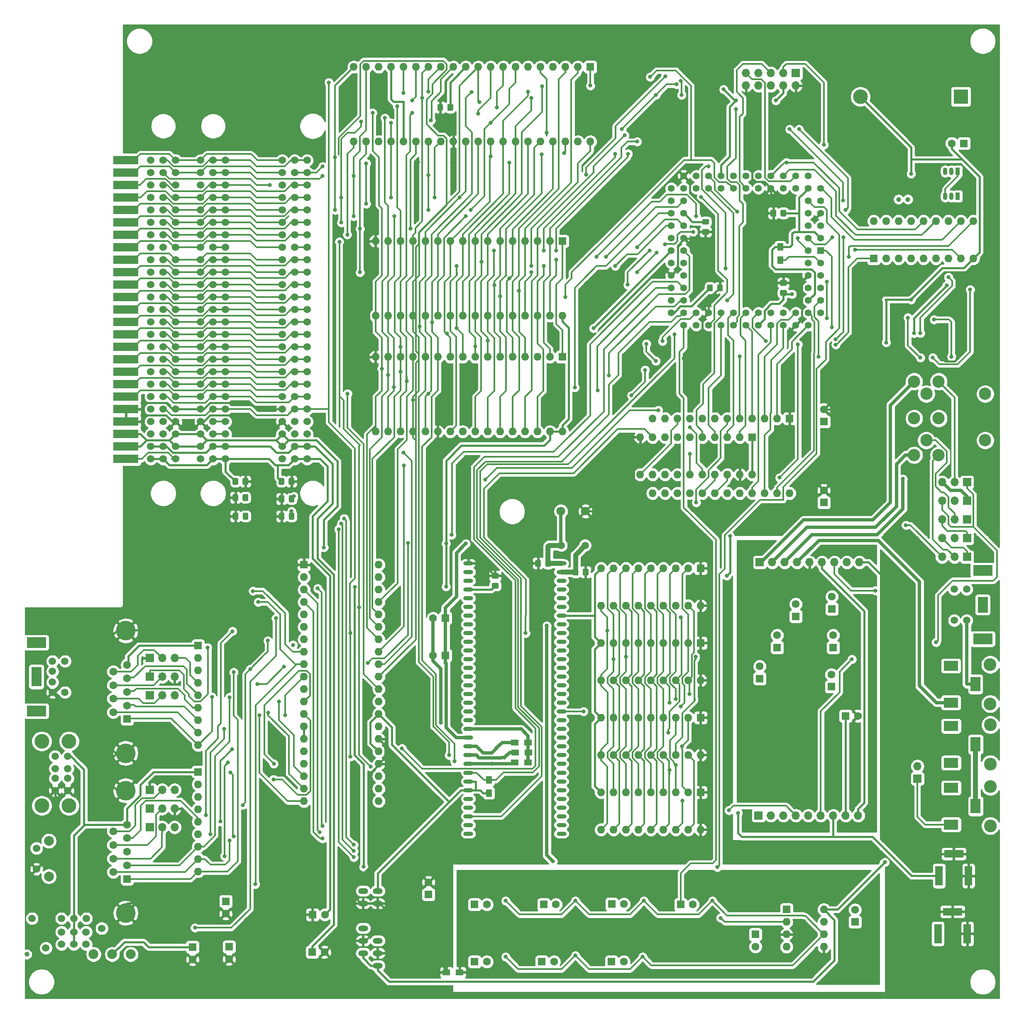
<source format=gbr>
G04 #@! TF.GenerationSoftware,KiCad,Pcbnew,(5.1.4)-1*
G04 #@! TF.CreationDate,2020-04-04T17:06:10+09:00*
G04 #@! TF.ProjectId,RetroConT,52657472-6f43-46f6-9e54-2e6b69636164,rev?*
G04 #@! TF.SameCoordinates,Original*
G04 #@! TF.FileFunction,Copper,L2,Bot*
G04 #@! TF.FilePolarity,Positive*
%FSLAX46Y46*%
G04 Gerber Fmt 4.6, Leading zero omitted, Abs format (unit mm)*
G04 Created by KiCad (PCBNEW (5.1.4)-1) date 2020-04-04 17:06:10*
%MOMM*%
%LPD*%
G04 APERTURE LIST*
%ADD10C,1.800000*%
%ADD11C,0.100000*%
%ADD12C,1.150000*%
%ADD13O,2.000000X1.200000*%
%ADD14R,4.000000X2.169160*%
%ADD15R,2.000000X4.000000*%
%ADD16C,1.500000*%
%ADD17R,3.000000X3.000000*%
%ADD18C,3.000000*%
%ADD19C,1.524000*%
%ADD20O,2.000000X0.800000*%
%ADD21O,1.600000X1.600000*%
%ADD22R,1.600000X1.600000*%
%ADD23C,1.600000*%
%ADD24C,4.000000*%
%ADD25R,1.998980X3.200400*%
%ADD26C,1.422400*%
%ADD27R,1.422400X1.422400*%
%ADD28O,1.700000X1.700000*%
%ADD29R,1.700000X1.700000*%
%ADD30C,1.000000*%
%ADD31C,2.000000*%
%ADD32R,5.080000X1.778000*%
%ADD33R,1.524000X4.000000*%
%ADD34R,4.000000X1.524000*%
%ADD35C,2.500000*%
%ADD36R,0.900000X1.500000*%
%ADD37O,0.900000X1.500000*%
%ADD38R,1.300000X1.500000*%
%ADD39R,1.500000X1.300000*%
%ADD40C,2.600000*%
%ADD41R,3.000000X2.000000*%
%ADD42R,2.000000X3.000000*%
%ADD43C,0.800000*%
%ADD44C,0.400000*%
%ADD45C,1.000000*%
%ADD46C,0.700000*%
%ADD47C,0.300000*%
%ADD48C,0.254000*%
G04 APERTURE END LIST*
D10*
X139954000Y-124968000D03*
X134954000Y-124968000D03*
D11*
G36*
X140354305Y-136689804D02*
G01*
X140378573Y-136693404D01*
X140402372Y-136699365D01*
X140425471Y-136707630D01*
X140447650Y-136718120D01*
X140468693Y-136730732D01*
X140488399Y-136745347D01*
X140506577Y-136761823D01*
X140523053Y-136780001D01*
X140537668Y-136799707D01*
X140550280Y-136820750D01*
X140560770Y-136842929D01*
X140569035Y-136866028D01*
X140574996Y-136889827D01*
X140578596Y-136914095D01*
X140579800Y-136938599D01*
X140579800Y-137838601D01*
X140578596Y-137863105D01*
X140574996Y-137887373D01*
X140569035Y-137911172D01*
X140560770Y-137934271D01*
X140550280Y-137956450D01*
X140537668Y-137977493D01*
X140523053Y-137997199D01*
X140506577Y-138015377D01*
X140488399Y-138031853D01*
X140468693Y-138046468D01*
X140447650Y-138059080D01*
X140425471Y-138069570D01*
X140402372Y-138077835D01*
X140378573Y-138083796D01*
X140354305Y-138087396D01*
X140329801Y-138088600D01*
X139679799Y-138088600D01*
X139655295Y-138087396D01*
X139631027Y-138083796D01*
X139607228Y-138077835D01*
X139584129Y-138069570D01*
X139561950Y-138059080D01*
X139540907Y-138046468D01*
X139521201Y-138031853D01*
X139503023Y-138015377D01*
X139486547Y-137997199D01*
X139471932Y-137977493D01*
X139459320Y-137956450D01*
X139448830Y-137934271D01*
X139440565Y-137911172D01*
X139434604Y-137887373D01*
X139431004Y-137863105D01*
X139429800Y-137838601D01*
X139429800Y-136938599D01*
X139431004Y-136914095D01*
X139434604Y-136889827D01*
X139440565Y-136866028D01*
X139448830Y-136842929D01*
X139459320Y-136820750D01*
X139471932Y-136799707D01*
X139486547Y-136780001D01*
X139503023Y-136761823D01*
X139521201Y-136745347D01*
X139540907Y-136730732D01*
X139561950Y-136718120D01*
X139584129Y-136707630D01*
X139607228Y-136699365D01*
X139631027Y-136693404D01*
X139655295Y-136689804D01*
X139679799Y-136688600D01*
X140329801Y-136688600D01*
X140354305Y-136689804D01*
X140354305Y-136689804D01*
G37*
D12*
X140004800Y-137388600D03*
D11*
G36*
X138304305Y-136689804D02*
G01*
X138328573Y-136693404D01*
X138352372Y-136699365D01*
X138375471Y-136707630D01*
X138397650Y-136718120D01*
X138418693Y-136730732D01*
X138438399Y-136745347D01*
X138456577Y-136761823D01*
X138473053Y-136780001D01*
X138487668Y-136799707D01*
X138500280Y-136820750D01*
X138510770Y-136842929D01*
X138519035Y-136866028D01*
X138524996Y-136889827D01*
X138528596Y-136914095D01*
X138529800Y-136938599D01*
X138529800Y-137838601D01*
X138528596Y-137863105D01*
X138524996Y-137887373D01*
X138519035Y-137911172D01*
X138510770Y-137934271D01*
X138500280Y-137956450D01*
X138487668Y-137977493D01*
X138473053Y-137997199D01*
X138456577Y-138015377D01*
X138438399Y-138031853D01*
X138418693Y-138046468D01*
X138397650Y-138059080D01*
X138375471Y-138069570D01*
X138352372Y-138077835D01*
X138328573Y-138083796D01*
X138304305Y-138087396D01*
X138279801Y-138088600D01*
X137629799Y-138088600D01*
X137605295Y-138087396D01*
X137581027Y-138083796D01*
X137557228Y-138077835D01*
X137534129Y-138069570D01*
X137511950Y-138059080D01*
X137490907Y-138046468D01*
X137471201Y-138031853D01*
X137453023Y-138015377D01*
X137436547Y-137997199D01*
X137421932Y-137977493D01*
X137409320Y-137956450D01*
X137398830Y-137934271D01*
X137390565Y-137911172D01*
X137384604Y-137887373D01*
X137381004Y-137863105D01*
X137379800Y-137838601D01*
X137379800Y-136938599D01*
X137381004Y-136914095D01*
X137384604Y-136889827D01*
X137390565Y-136866028D01*
X137398830Y-136842929D01*
X137409320Y-136820750D01*
X137421932Y-136799707D01*
X137436547Y-136780001D01*
X137453023Y-136761823D01*
X137471201Y-136745347D01*
X137490907Y-136730732D01*
X137511950Y-136718120D01*
X137534129Y-136707630D01*
X137557228Y-136699365D01*
X137581027Y-136693404D01*
X137605295Y-136689804D01*
X137629799Y-136688600D01*
X138279801Y-136688600D01*
X138304305Y-136689804D01*
X138304305Y-136689804D01*
G37*
D12*
X137954800Y-137388600D03*
D13*
X97586800Y-217703400D03*
X97586800Y-215163400D03*
X97586800Y-212623400D03*
X97586800Y-205003400D03*
X97586800Y-202463400D03*
D14*
X27972000Y-151765000D03*
X27972000Y-165735000D03*
D15*
X27972000Y-158750000D03*
D16*
X31242000Y-161925000D03*
X31242000Y-155575000D03*
X33782000Y-155575000D03*
X33782000Y-161925000D03*
X31242000Y-159850000D03*
X31242000Y-157650000D03*
D17*
X216535000Y-40355000D03*
D18*
X196045000Y-40355000D03*
D19*
X41300000Y-210110000D03*
X29900000Y-214110000D03*
X33100000Y-210860000D03*
X35600000Y-210860000D03*
X38100000Y-210860000D03*
X33100000Y-213360000D03*
X35600000Y-213360000D03*
X38100000Y-213360000D03*
D20*
X135065000Y-135600000D03*
X116065000Y-135600000D03*
X135065000Y-137380000D03*
X116065000Y-137380000D03*
X135065000Y-139160000D03*
X116065000Y-139160000D03*
X135065000Y-140940000D03*
X116065000Y-140940000D03*
X135065000Y-142720000D03*
X116065000Y-142720000D03*
X135065000Y-144500000D03*
X116065000Y-144500000D03*
X135065000Y-146280000D03*
X116065000Y-146280000D03*
X135065000Y-148060000D03*
X116065000Y-148060000D03*
X135065000Y-149840000D03*
X116065000Y-149840000D03*
X135065000Y-151620000D03*
X116065000Y-151620000D03*
X135065000Y-153400000D03*
X116065000Y-153400000D03*
X135065000Y-155180000D03*
X116065000Y-155180000D03*
X135065000Y-156960000D03*
X116065000Y-156960000D03*
X135065000Y-158740000D03*
X116065000Y-158740000D03*
X135065000Y-160520000D03*
X116065000Y-160520000D03*
X135065000Y-162300000D03*
X116065000Y-162300000D03*
X135065000Y-164080000D03*
X116065000Y-164080000D03*
X135065000Y-165860000D03*
X116065000Y-165860000D03*
X135065000Y-167640000D03*
X116065000Y-167640000D03*
X135065000Y-169420000D03*
X116065000Y-169420000D03*
X135065000Y-171200000D03*
X116065000Y-171200000D03*
X135065000Y-172980000D03*
X116065000Y-172980000D03*
X135065000Y-174760000D03*
X116065000Y-174760000D03*
X135065000Y-176540000D03*
X116065000Y-176540000D03*
X135065000Y-178320000D03*
X116065000Y-178320000D03*
X135065000Y-180100000D03*
X116065000Y-180100000D03*
X135065000Y-181880000D03*
X116065000Y-181880000D03*
X135065000Y-183660000D03*
X116065000Y-183660000D03*
X135065000Y-185440000D03*
X116065000Y-185440000D03*
X135065000Y-187220000D03*
X116065000Y-187220000D03*
X135065000Y-189000000D03*
X116065000Y-189000000D03*
X135065000Y-190780000D03*
X116065000Y-190780000D03*
D21*
X97790000Y-135890000D03*
X82550000Y-184150000D03*
X97790000Y-138430000D03*
X82550000Y-181610000D03*
X97790000Y-140970000D03*
X82550000Y-179070000D03*
X97790000Y-143510000D03*
X82550000Y-176530000D03*
X97790000Y-146050000D03*
X82550000Y-173990000D03*
X97790000Y-148590000D03*
X82550000Y-171450000D03*
X97790000Y-151130000D03*
X82550000Y-168910000D03*
X97790000Y-153670000D03*
X82550000Y-166370000D03*
X97790000Y-156210000D03*
X82550000Y-163830000D03*
X97790000Y-158750000D03*
X82550000Y-161290000D03*
X97790000Y-161290000D03*
X82550000Y-158750000D03*
X97790000Y-163830000D03*
X82550000Y-156210000D03*
X97790000Y-166370000D03*
X82550000Y-153670000D03*
X97790000Y-168910000D03*
X82550000Y-151130000D03*
X97790000Y-171450000D03*
X82550000Y-148590000D03*
X97790000Y-173990000D03*
X82550000Y-146050000D03*
X97790000Y-176530000D03*
X82550000Y-143510000D03*
X97790000Y-179070000D03*
X82550000Y-140970000D03*
X97790000Y-181610000D03*
X82550000Y-138430000D03*
X97790000Y-184150000D03*
D22*
X82550000Y-135890000D03*
X46482000Y-200000000D03*
D23*
X46482000Y-197230000D03*
X46482000Y-194460000D03*
X46482000Y-191690000D03*
X46482000Y-188920000D03*
X43642000Y-198615000D03*
X43642000Y-195845000D03*
X43642000Y-193075000D03*
X43642000Y-190305000D03*
D24*
X46182000Y-206960000D03*
X46182000Y-181960000D03*
D14*
X221000000Y-151035000D03*
X221000000Y-137065000D03*
D25*
X221000000Y-144050000D03*
D16*
X217730000Y-140875000D03*
X217730000Y-147225000D03*
X215190000Y-147225000D03*
X215190000Y-140875000D03*
D11*
G36*
X164939505Y-67371204D02*
G01*
X164963773Y-67374804D01*
X164987572Y-67380765D01*
X165010671Y-67389030D01*
X165032850Y-67399520D01*
X165053893Y-67412132D01*
X165073599Y-67426747D01*
X165091777Y-67443223D01*
X165108253Y-67461401D01*
X165122868Y-67481107D01*
X165135480Y-67502150D01*
X165145970Y-67524329D01*
X165154235Y-67547428D01*
X165160196Y-67571227D01*
X165163796Y-67595495D01*
X165165000Y-67619999D01*
X165165000Y-68270001D01*
X165163796Y-68294505D01*
X165160196Y-68318773D01*
X165154235Y-68342572D01*
X165145970Y-68365671D01*
X165135480Y-68387850D01*
X165122868Y-68408893D01*
X165108253Y-68428599D01*
X165091777Y-68446777D01*
X165073599Y-68463253D01*
X165053893Y-68477868D01*
X165032850Y-68490480D01*
X165010671Y-68500970D01*
X164987572Y-68509235D01*
X164963773Y-68515196D01*
X164939505Y-68518796D01*
X164915001Y-68520000D01*
X164014999Y-68520000D01*
X163990495Y-68518796D01*
X163966227Y-68515196D01*
X163942428Y-68509235D01*
X163919329Y-68500970D01*
X163897150Y-68490480D01*
X163876107Y-68477868D01*
X163856401Y-68463253D01*
X163838223Y-68446777D01*
X163821747Y-68428599D01*
X163807132Y-68408893D01*
X163794520Y-68387850D01*
X163784030Y-68365671D01*
X163775765Y-68342572D01*
X163769804Y-68318773D01*
X163766204Y-68294505D01*
X163765000Y-68270001D01*
X163765000Y-67619999D01*
X163766204Y-67595495D01*
X163769804Y-67571227D01*
X163775765Y-67547428D01*
X163784030Y-67524329D01*
X163794520Y-67502150D01*
X163807132Y-67481107D01*
X163821747Y-67461401D01*
X163838223Y-67443223D01*
X163856401Y-67426747D01*
X163876107Y-67412132D01*
X163897150Y-67399520D01*
X163919329Y-67389030D01*
X163942428Y-67380765D01*
X163966227Y-67374804D01*
X163990495Y-67371204D01*
X164014999Y-67370000D01*
X164915001Y-67370000D01*
X164939505Y-67371204D01*
X164939505Y-67371204D01*
G37*
D12*
X164465000Y-67945000D03*
D11*
G36*
X164939505Y-65321204D02*
G01*
X164963773Y-65324804D01*
X164987572Y-65330765D01*
X165010671Y-65339030D01*
X165032850Y-65349520D01*
X165053893Y-65362132D01*
X165073599Y-65376747D01*
X165091777Y-65393223D01*
X165108253Y-65411401D01*
X165122868Y-65431107D01*
X165135480Y-65452150D01*
X165145970Y-65474329D01*
X165154235Y-65497428D01*
X165160196Y-65521227D01*
X165163796Y-65545495D01*
X165165000Y-65569999D01*
X165165000Y-66220001D01*
X165163796Y-66244505D01*
X165160196Y-66268773D01*
X165154235Y-66292572D01*
X165145970Y-66315671D01*
X165135480Y-66337850D01*
X165122868Y-66358893D01*
X165108253Y-66378599D01*
X165091777Y-66396777D01*
X165073599Y-66413253D01*
X165053893Y-66427868D01*
X165032850Y-66440480D01*
X165010671Y-66450970D01*
X164987572Y-66459235D01*
X164963773Y-66465196D01*
X164939505Y-66468796D01*
X164915001Y-66470000D01*
X164014999Y-66470000D01*
X163990495Y-66468796D01*
X163966227Y-66465196D01*
X163942428Y-66459235D01*
X163919329Y-66450970D01*
X163897150Y-66440480D01*
X163876107Y-66427868D01*
X163856401Y-66413253D01*
X163838223Y-66396777D01*
X163821747Y-66378599D01*
X163807132Y-66358893D01*
X163794520Y-66337850D01*
X163784030Y-66315671D01*
X163775765Y-66292572D01*
X163769804Y-66268773D01*
X163766204Y-66244505D01*
X163765000Y-66220001D01*
X163765000Y-65569999D01*
X163766204Y-65545495D01*
X163769804Y-65521227D01*
X163775765Y-65497428D01*
X163784030Y-65474329D01*
X163794520Y-65452150D01*
X163807132Y-65431107D01*
X163821747Y-65411401D01*
X163838223Y-65393223D01*
X163856401Y-65376747D01*
X163876107Y-65362132D01*
X163897150Y-65349520D01*
X163919329Y-65339030D01*
X163942428Y-65330765D01*
X163966227Y-65324804D01*
X163990495Y-65321204D01*
X164014999Y-65320000D01*
X164915001Y-65320000D01*
X164939505Y-65321204D01*
X164939505Y-65321204D01*
G37*
D12*
X164465000Y-65895000D03*
D26*
X185420000Y-71755000D03*
X185420000Y-69215000D03*
X185420000Y-66675000D03*
X185420000Y-64135000D03*
X185420000Y-61595000D03*
X185420000Y-74295000D03*
X185420000Y-76835000D03*
X185420000Y-79375000D03*
X185420000Y-81915000D03*
X185420000Y-84455000D03*
X185420000Y-86995000D03*
D27*
X187960000Y-71755000D03*
D26*
X187960000Y-69215000D03*
X187960000Y-66675000D03*
X187960000Y-64135000D03*
X187960000Y-61595000D03*
X187960000Y-59055000D03*
X187960000Y-74295000D03*
X187960000Y-76835000D03*
X187960000Y-79375000D03*
X187960000Y-81915000D03*
X187960000Y-84455000D03*
X185420000Y-59055000D03*
X182880000Y-59055000D03*
X180340000Y-59055000D03*
X177800000Y-59055000D03*
X175260000Y-59055000D03*
X172720000Y-59055000D03*
X170180000Y-59055000D03*
X167640000Y-59055000D03*
X165100000Y-59055000D03*
X162560000Y-59055000D03*
X185420000Y-56515000D03*
X182880000Y-56515000D03*
X180340000Y-56515000D03*
X177800000Y-56515000D03*
X175260000Y-56515000D03*
X172720000Y-56515000D03*
X170180000Y-56515000D03*
X167640000Y-56515000D03*
X165100000Y-56515000D03*
X162560000Y-56515000D03*
X160020000Y-56515000D03*
X160020000Y-59055000D03*
X160020000Y-61595000D03*
X160020000Y-64135000D03*
X160020000Y-66675000D03*
X160020000Y-69215000D03*
X160020000Y-71755000D03*
X160020000Y-74295000D03*
X160020000Y-76835000D03*
X160020000Y-79375000D03*
X160020000Y-81915000D03*
X157480000Y-59055000D03*
X157480000Y-61595000D03*
X157480000Y-64135000D03*
X157480000Y-66675000D03*
X157480000Y-69215000D03*
X157480000Y-71755000D03*
X157480000Y-74295000D03*
X157480000Y-76835000D03*
X157480000Y-79375000D03*
X157480000Y-81915000D03*
X157480000Y-84455000D03*
X160020000Y-84455000D03*
X162560000Y-84455000D03*
X165100000Y-84455000D03*
X167640000Y-84455000D03*
X170180000Y-84455000D03*
X172720000Y-84455000D03*
X175260000Y-84455000D03*
X177800000Y-84455000D03*
X180340000Y-84455000D03*
X182880000Y-84455000D03*
X160020000Y-86995000D03*
X162560000Y-86995000D03*
X165100000Y-86995000D03*
X167640000Y-86995000D03*
X170180000Y-86995000D03*
X172720000Y-86995000D03*
X175260000Y-86995000D03*
X177800000Y-86995000D03*
X180340000Y-86995000D03*
X182880000Y-86995000D03*
D22*
X140970000Y-34290000D03*
D21*
X92710000Y-49530000D03*
X138430000Y-34290000D03*
X95250000Y-49530000D03*
X135890000Y-34290000D03*
X97790000Y-49530000D03*
X133350000Y-34290000D03*
X100330000Y-49530000D03*
X130810000Y-34290000D03*
X102870000Y-49530000D03*
X128270000Y-34290000D03*
X105410000Y-49530000D03*
X125730000Y-34290000D03*
X107950000Y-49530000D03*
X123190000Y-34290000D03*
X110490000Y-49530000D03*
X120650000Y-34290000D03*
X113030000Y-49530000D03*
X118110000Y-34290000D03*
X115570000Y-49530000D03*
X115570000Y-34290000D03*
X118110000Y-49530000D03*
X113030000Y-34290000D03*
X120650000Y-49530000D03*
X110490000Y-34290000D03*
X123190000Y-49530000D03*
X107950000Y-34290000D03*
X125730000Y-49530000D03*
X105410000Y-34290000D03*
X128270000Y-49530000D03*
X102870000Y-34290000D03*
X130810000Y-49530000D03*
X100330000Y-34290000D03*
X133350000Y-49530000D03*
X97790000Y-34290000D03*
X135890000Y-49530000D03*
X95250000Y-34290000D03*
X138430000Y-49530000D03*
X92710000Y-34290000D03*
X140970000Y-49530000D03*
D19*
X78105000Y-114300000D03*
X78105000Y-111760000D03*
X78105000Y-109220000D03*
X78105000Y-106680000D03*
X78105000Y-104140000D03*
X78105000Y-53340000D03*
X83185000Y-53340000D03*
X78105000Y-55880000D03*
X83185000Y-55880000D03*
X78105000Y-58420000D03*
X83185000Y-58420000D03*
X78105000Y-60960000D03*
X83185000Y-60960000D03*
X78105000Y-63500000D03*
X83185000Y-63500000D03*
X78105000Y-66040000D03*
X83185000Y-66040000D03*
X78105000Y-68580000D03*
X83185000Y-68580000D03*
X78105000Y-71120000D03*
X83185000Y-71120000D03*
X78105000Y-73660000D03*
X83185000Y-73660000D03*
X78105000Y-76200000D03*
X83185000Y-76200000D03*
X78105000Y-78740000D03*
X83185000Y-78740000D03*
X78105000Y-81280000D03*
X83185000Y-81280000D03*
X78105000Y-83820000D03*
X83185000Y-83820000D03*
X78105000Y-86360000D03*
X83185000Y-86360000D03*
X78105000Y-88900000D03*
X83185000Y-88900000D03*
X78105000Y-91440000D03*
X83185000Y-91440000D03*
X78105000Y-93980000D03*
X83185000Y-93980000D03*
X78105000Y-96520000D03*
X83185000Y-96520000D03*
X78105000Y-99060000D03*
X83185000Y-99060000D03*
X78105000Y-101600000D03*
X83185000Y-101600000D03*
X83185000Y-104140000D03*
X83185000Y-106680000D03*
X83185000Y-109220000D03*
X83185000Y-111760000D03*
X83185000Y-114300000D03*
X80645000Y-96520000D03*
X80645000Y-93980000D03*
X80645000Y-114300000D03*
X80645000Y-111760000D03*
X80645000Y-109220000D03*
X80645000Y-106680000D03*
X80645000Y-104140000D03*
X80645000Y-101600000D03*
X80645000Y-99060000D03*
X80645000Y-91440000D03*
X80645000Y-71120000D03*
X80645000Y-78740000D03*
X80645000Y-58420000D03*
X80645000Y-88900000D03*
X80645000Y-81280000D03*
X80645000Y-86360000D03*
X80645000Y-66040000D03*
X80645000Y-73660000D03*
X80645000Y-60960000D03*
X80645000Y-83820000D03*
X80645000Y-63500000D03*
X80645000Y-55880000D03*
X80645000Y-76200000D03*
X80645000Y-53340000D03*
X80645000Y-68580000D03*
D22*
X135255000Y-69850000D03*
D21*
X97155000Y-85090000D03*
X132715000Y-69850000D03*
X99695000Y-85090000D03*
X130175000Y-69850000D03*
X102235000Y-85090000D03*
X127635000Y-69850000D03*
X104775000Y-85090000D03*
X125095000Y-69850000D03*
X107315000Y-85090000D03*
X122555000Y-69850000D03*
X109855000Y-85090000D03*
X120015000Y-69850000D03*
X112395000Y-85090000D03*
X117475000Y-69850000D03*
X114935000Y-85090000D03*
X114935000Y-69850000D03*
X117475000Y-85090000D03*
X112395000Y-69850000D03*
X120015000Y-85090000D03*
X109855000Y-69850000D03*
X122555000Y-85090000D03*
X107315000Y-69850000D03*
X125095000Y-85090000D03*
X104775000Y-69850000D03*
X127635000Y-85090000D03*
X102235000Y-69850000D03*
X130175000Y-85090000D03*
X99695000Y-69850000D03*
X132715000Y-85090000D03*
X97155000Y-69850000D03*
X135255000Y-85090000D03*
D28*
X195834000Y-135382000D03*
X193294000Y-135382000D03*
X190754000Y-135382000D03*
X188214000Y-135382000D03*
X185674000Y-135382000D03*
X183134000Y-135382000D03*
X180594000Y-135382000D03*
X178054000Y-135382000D03*
D29*
X175514000Y-135382000D03*
D28*
X195580000Y-187071000D03*
X193040000Y-187071000D03*
X190500000Y-187071000D03*
X187960000Y-187071000D03*
X185420000Y-187071000D03*
X182880000Y-187071000D03*
X180340000Y-187071000D03*
X177800000Y-187071000D03*
D29*
X175260000Y-187071000D03*
D22*
X198755000Y-73375000D03*
D21*
X219075000Y-65755000D03*
X201295000Y-73375000D03*
X216535000Y-65755000D03*
X203835000Y-73375000D03*
X213995000Y-65755000D03*
X206375000Y-73375000D03*
X211455000Y-65755000D03*
X208915000Y-73375000D03*
X208915000Y-65755000D03*
X211455000Y-73375000D03*
X206375000Y-65755000D03*
X213995000Y-73375000D03*
X203835000Y-65755000D03*
X216535000Y-73375000D03*
X201295000Y-65755000D03*
X219075000Y-73375000D03*
X198755000Y-65755000D03*
X135255000Y-108712000D03*
X97155000Y-93472000D03*
X132715000Y-108712000D03*
X99695000Y-93472000D03*
X130175000Y-108712000D03*
X102235000Y-93472000D03*
X127635000Y-108712000D03*
X104775000Y-93472000D03*
X125095000Y-108712000D03*
X107315000Y-93472000D03*
X122555000Y-108712000D03*
X109855000Y-93472000D03*
X120015000Y-108712000D03*
X112395000Y-93472000D03*
X117475000Y-108712000D03*
X114935000Y-93472000D03*
X114935000Y-108712000D03*
X117475000Y-93472000D03*
X112395000Y-108712000D03*
X120015000Y-93472000D03*
X109855000Y-108712000D03*
X122555000Y-93472000D03*
X107315000Y-108712000D03*
X125095000Y-93472000D03*
X104775000Y-108712000D03*
X127635000Y-93472000D03*
X102235000Y-108712000D03*
X130175000Y-93472000D03*
X99695000Y-108712000D03*
X132715000Y-93472000D03*
X97155000Y-108712000D03*
D22*
X135255000Y-93472000D03*
D23*
X188595000Y-104180000D03*
D22*
X188595000Y-106680000D03*
D23*
X188595000Y-120690000D03*
D22*
X188595000Y-123190000D03*
D19*
X64008000Y-114300000D03*
X64008000Y-111760000D03*
X64008000Y-109220000D03*
X64008000Y-106680000D03*
X64008000Y-104140000D03*
X64008000Y-101600000D03*
X64008000Y-99060000D03*
X64008000Y-96520000D03*
X64008000Y-93980000D03*
X64008000Y-91440000D03*
X64008000Y-88900000D03*
X64008000Y-86360000D03*
X64008000Y-83820000D03*
X64008000Y-81280000D03*
X64008000Y-78740000D03*
X64008000Y-76200000D03*
X64008000Y-73660000D03*
X64008000Y-68580000D03*
X64008000Y-71120000D03*
X64008000Y-66040000D03*
X64008000Y-63500000D03*
X64008000Y-60960000D03*
X64008000Y-58420000D03*
X64008000Y-55880000D03*
X64008000Y-53340000D03*
X66548000Y-114300000D03*
X66548000Y-111760000D03*
X66548000Y-109220000D03*
X66548000Y-106680000D03*
X66548000Y-104140000D03*
X66548000Y-101600000D03*
X61468000Y-101600000D03*
X66548000Y-99060000D03*
X61468000Y-99060000D03*
X66548000Y-96520000D03*
X61468000Y-96520000D03*
X66548000Y-93980000D03*
X61468000Y-93980000D03*
X66548000Y-91440000D03*
X61468000Y-91440000D03*
X66548000Y-88900000D03*
X61468000Y-88900000D03*
X66548000Y-86360000D03*
X61468000Y-86360000D03*
X66548000Y-83820000D03*
X61468000Y-83820000D03*
X66548000Y-81280000D03*
X61468000Y-81280000D03*
X66548000Y-78740000D03*
X61468000Y-78740000D03*
X66548000Y-76200000D03*
X61468000Y-76200000D03*
X66548000Y-73660000D03*
X61468000Y-73660000D03*
X66548000Y-71120000D03*
X61468000Y-71120000D03*
X66548000Y-68580000D03*
X61468000Y-68580000D03*
X66548000Y-66040000D03*
X61468000Y-66040000D03*
X66548000Y-63500000D03*
X61468000Y-63500000D03*
X66548000Y-60960000D03*
X61468000Y-60960000D03*
X66548000Y-58420000D03*
X61468000Y-58420000D03*
X66548000Y-55880000D03*
X61468000Y-55880000D03*
X66548000Y-53340000D03*
X61468000Y-53340000D03*
X61468000Y-104140000D03*
X61468000Y-106680000D03*
X61468000Y-109220000D03*
X61468000Y-111760000D03*
X61468000Y-114300000D03*
D29*
X51079400Y-181833000D03*
D28*
X53619400Y-181833000D03*
X56159400Y-181833000D03*
D21*
X181610000Y-121285000D03*
X153670000Y-106045000D03*
X179070000Y-121285000D03*
X156210000Y-106045000D03*
X176530000Y-121285000D03*
X158750000Y-106045000D03*
X173990000Y-121285000D03*
X161290000Y-106045000D03*
X171450000Y-121285000D03*
X163830000Y-106045000D03*
X168910000Y-121285000D03*
X166370000Y-106045000D03*
X166370000Y-121285000D03*
X168910000Y-106045000D03*
X163830000Y-121285000D03*
X171450000Y-106045000D03*
X161290000Y-121285000D03*
X173990000Y-106045000D03*
X158750000Y-121285000D03*
X176530000Y-106045000D03*
X156210000Y-121285000D03*
X179070000Y-106045000D03*
X153670000Y-121285000D03*
D22*
X181610000Y-106045000D03*
D21*
X163465000Y-174720000D03*
X143145000Y-167100000D03*
X160925000Y-174720000D03*
X145685000Y-167100000D03*
X158385000Y-174720000D03*
X148225000Y-167100000D03*
X155845000Y-174720000D03*
X150765000Y-167100000D03*
X153305000Y-174720000D03*
X153305000Y-167100000D03*
X150765000Y-174720000D03*
X155845000Y-167100000D03*
X148225000Y-174720000D03*
X158385000Y-167100000D03*
X145685000Y-174720000D03*
X160925000Y-167100000D03*
X143145000Y-174720000D03*
D22*
X163465000Y-167100000D03*
D30*
X26024000Y-215392000D03*
D31*
X47224000Y-215392000D03*
X43424000Y-215392000D03*
X39624000Y-215392000D03*
D16*
X27076400Y-208076800D03*
X38156400Y-208076800D03*
X35616400Y-208076800D03*
X33076400Y-208076800D03*
D18*
X34641600Y-171910600D03*
X34641600Y-185050600D03*
D16*
X34391600Y-174980600D03*
X34391600Y-177480600D03*
X34391600Y-179480600D03*
X34391600Y-181980600D03*
X31771600Y-174980600D03*
X31771600Y-177480600D03*
X31771600Y-179480600D03*
X31771600Y-181980600D03*
D18*
X29061600Y-171910600D03*
X29061600Y-185050600D03*
D13*
X94615000Y-215163400D03*
X94615000Y-212623400D03*
X94615000Y-210083400D03*
X94615000Y-205003400D03*
X94615000Y-202463400D03*
D19*
X53848000Y-114300000D03*
X53848000Y-111760000D03*
X53848000Y-109220000D03*
X53848000Y-106680000D03*
X53848000Y-104140000D03*
X53848000Y-101600000D03*
X53848000Y-99060000D03*
X53848000Y-96520000D03*
X53848000Y-93980000D03*
X53848000Y-91440000D03*
X53848000Y-88900000D03*
X53848000Y-86360000D03*
X53848000Y-83820000D03*
X53848000Y-81280000D03*
X53848000Y-78740000D03*
X53848000Y-76200000D03*
X53848000Y-73660000D03*
X53848000Y-68580000D03*
X53848000Y-71120000D03*
X53848000Y-66040000D03*
X53848000Y-63500000D03*
X53848000Y-60960000D03*
X53848000Y-58420000D03*
X53848000Y-55880000D03*
X53848000Y-53340000D03*
X51308000Y-114300000D03*
X51308000Y-111760000D03*
X51308000Y-109220000D03*
X51308000Y-106680000D03*
X51308000Y-104140000D03*
X51308000Y-101600000D03*
X56388000Y-101600000D03*
X51308000Y-99060000D03*
X56388000Y-99060000D03*
X51308000Y-96520000D03*
X56388000Y-96520000D03*
X51308000Y-93980000D03*
X56388000Y-93980000D03*
X51308000Y-91440000D03*
X56388000Y-91440000D03*
X51308000Y-88900000D03*
X56388000Y-88900000D03*
X51308000Y-86360000D03*
X56388000Y-86360000D03*
X51308000Y-83820000D03*
X56388000Y-83820000D03*
X51308000Y-81280000D03*
X56388000Y-81280000D03*
X51308000Y-78740000D03*
X56388000Y-78740000D03*
X51308000Y-76200000D03*
X56388000Y-76200000D03*
X51308000Y-73660000D03*
X56388000Y-73660000D03*
X51308000Y-71120000D03*
X56388000Y-71120000D03*
X51308000Y-68580000D03*
X56388000Y-68580000D03*
X51308000Y-66040000D03*
X56388000Y-66040000D03*
X51308000Y-63500000D03*
X56388000Y-63500000D03*
X51308000Y-60960000D03*
X56388000Y-60960000D03*
X51308000Y-58420000D03*
X56388000Y-58420000D03*
X51308000Y-55880000D03*
X56388000Y-55880000D03*
X51308000Y-53340000D03*
X56388000Y-53340000D03*
X56388000Y-104140000D03*
X56388000Y-106680000D03*
X56388000Y-109220000D03*
X56388000Y-111760000D03*
X56388000Y-114300000D03*
D32*
X46228000Y-60960000D03*
X46228000Y-58420000D03*
X46228000Y-55880000D03*
X46228000Y-53340000D03*
X46228000Y-63500000D03*
X46228000Y-66040000D03*
X46228000Y-68580000D03*
X46228000Y-71120000D03*
X46228000Y-73660000D03*
X46228000Y-96520000D03*
X46228000Y-99060000D03*
X46228000Y-101600000D03*
X46228000Y-104140000D03*
X46228000Y-109220000D03*
X46228000Y-106680000D03*
X46228000Y-111760000D03*
X46228000Y-114300000D03*
X46228000Y-93980000D03*
X46228000Y-91440000D03*
X46228000Y-86360000D03*
X46228000Y-88900000D03*
X46228000Y-83820000D03*
X46228000Y-78740000D03*
X46228000Y-81280000D03*
X46228000Y-76200000D03*
D11*
G36*
X122029505Y-137561204D02*
G01*
X122053773Y-137564804D01*
X122077572Y-137570765D01*
X122100671Y-137579030D01*
X122122850Y-137589520D01*
X122143893Y-137602132D01*
X122163599Y-137616747D01*
X122181777Y-137633223D01*
X122198253Y-137651401D01*
X122212868Y-137671107D01*
X122225480Y-137692150D01*
X122235970Y-137714329D01*
X122244235Y-137737428D01*
X122250196Y-137761227D01*
X122253796Y-137785495D01*
X122255000Y-137809999D01*
X122255000Y-138460001D01*
X122253796Y-138484505D01*
X122250196Y-138508773D01*
X122244235Y-138532572D01*
X122235970Y-138555671D01*
X122225480Y-138577850D01*
X122212868Y-138598893D01*
X122198253Y-138618599D01*
X122181777Y-138636777D01*
X122163599Y-138653253D01*
X122143893Y-138667868D01*
X122122850Y-138680480D01*
X122100671Y-138690970D01*
X122077572Y-138699235D01*
X122053773Y-138705196D01*
X122029505Y-138708796D01*
X122005001Y-138710000D01*
X121104999Y-138710000D01*
X121080495Y-138708796D01*
X121056227Y-138705196D01*
X121032428Y-138699235D01*
X121009329Y-138690970D01*
X120987150Y-138680480D01*
X120966107Y-138667868D01*
X120946401Y-138653253D01*
X120928223Y-138636777D01*
X120911747Y-138618599D01*
X120897132Y-138598893D01*
X120884520Y-138577850D01*
X120874030Y-138555671D01*
X120865765Y-138532572D01*
X120859804Y-138508773D01*
X120856204Y-138484505D01*
X120855000Y-138460001D01*
X120855000Y-137809999D01*
X120856204Y-137785495D01*
X120859804Y-137761227D01*
X120865765Y-137737428D01*
X120874030Y-137714329D01*
X120884520Y-137692150D01*
X120897132Y-137671107D01*
X120911747Y-137651401D01*
X120928223Y-137633223D01*
X120946401Y-137616747D01*
X120966107Y-137602132D01*
X120987150Y-137589520D01*
X121009329Y-137579030D01*
X121032428Y-137570765D01*
X121056227Y-137564804D01*
X121080495Y-137561204D01*
X121104999Y-137560000D01*
X122005001Y-137560000D01*
X122029505Y-137561204D01*
X122029505Y-137561204D01*
G37*
D12*
X121555000Y-138135000D03*
D11*
G36*
X122029505Y-139611204D02*
G01*
X122053773Y-139614804D01*
X122077572Y-139620765D01*
X122100671Y-139629030D01*
X122122850Y-139639520D01*
X122143893Y-139652132D01*
X122163599Y-139666747D01*
X122181777Y-139683223D01*
X122198253Y-139701401D01*
X122212868Y-139721107D01*
X122225480Y-139742150D01*
X122235970Y-139764329D01*
X122244235Y-139787428D01*
X122250196Y-139811227D01*
X122253796Y-139835495D01*
X122255000Y-139859999D01*
X122255000Y-140510001D01*
X122253796Y-140534505D01*
X122250196Y-140558773D01*
X122244235Y-140582572D01*
X122235970Y-140605671D01*
X122225480Y-140627850D01*
X122212868Y-140648893D01*
X122198253Y-140668599D01*
X122181777Y-140686777D01*
X122163599Y-140703253D01*
X122143893Y-140717868D01*
X122122850Y-140730480D01*
X122100671Y-140740970D01*
X122077572Y-140749235D01*
X122053773Y-140755196D01*
X122029505Y-140758796D01*
X122005001Y-140760000D01*
X121104999Y-140760000D01*
X121080495Y-140758796D01*
X121056227Y-140755196D01*
X121032428Y-140749235D01*
X121009329Y-140740970D01*
X120987150Y-140730480D01*
X120966107Y-140717868D01*
X120946401Y-140703253D01*
X120928223Y-140686777D01*
X120911747Y-140668599D01*
X120897132Y-140648893D01*
X120884520Y-140627850D01*
X120874030Y-140605671D01*
X120865765Y-140582572D01*
X120859804Y-140558773D01*
X120856204Y-140534505D01*
X120855000Y-140510001D01*
X120855000Y-139859999D01*
X120856204Y-139835495D01*
X120859804Y-139811227D01*
X120865765Y-139787428D01*
X120874030Y-139764329D01*
X120884520Y-139742150D01*
X120897132Y-139721107D01*
X120911747Y-139701401D01*
X120928223Y-139683223D01*
X120946401Y-139666747D01*
X120966107Y-139652132D01*
X120987150Y-139639520D01*
X121009329Y-139629030D01*
X121032428Y-139620765D01*
X121056227Y-139614804D01*
X121080495Y-139611204D01*
X121104999Y-139610000D01*
X122005001Y-139610000D01*
X122029505Y-139611204D01*
X122029505Y-139611204D01*
G37*
D12*
X121555000Y-140185000D03*
D11*
G36*
X112744505Y-41846204D02*
G01*
X112768773Y-41849804D01*
X112792572Y-41855765D01*
X112815671Y-41864030D01*
X112837850Y-41874520D01*
X112858893Y-41887132D01*
X112878599Y-41901747D01*
X112896777Y-41918223D01*
X112913253Y-41936401D01*
X112927868Y-41956107D01*
X112940480Y-41977150D01*
X112950970Y-41999329D01*
X112959235Y-42022428D01*
X112965196Y-42046227D01*
X112968796Y-42070495D01*
X112970000Y-42094999D01*
X112970000Y-42995001D01*
X112968796Y-43019505D01*
X112965196Y-43043773D01*
X112959235Y-43067572D01*
X112950970Y-43090671D01*
X112940480Y-43112850D01*
X112927868Y-43133893D01*
X112913253Y-43153599D01*
X112896777Y-43171777D01*
X112878599Y-43188253D01*
X112858893Y-43202868D01*
X112837850Y-43215480D01*
X112815671Y-43225970D01*
X112792572Y-43234235D01*
X112768773Y-43240196D01*
X112744505Y-43243796D01*
X112720001Y-43245000D01*
X112069999Y-43245000D01*
X112045495Y-43243796D01*
X112021227Y-43240196D01*
X111997428Y-43234235D01*
X111974329Y-43225970D01*
X111952150Y-43215480D01*
X111931107Y-43202868D01*
X111911401Y-43188253D01*
X111893223Y-43171777D01*
X111876747Y-43153599D01*
X111862132Y-43133893D01*
X111849520Y-43112850D01*
X111839030Y-43090671D01*
X111830765Y-43067572D01*
X111824804Y-43043773D01*
X111821204Y-43019505D01*
X111820000Y-42995001D01*
X111820000Y-42094999D01*
X111821204Y-42070495D01*
X111824804Y-42046227D01*
X111830765Y-42022428D01*
X111839030Y-41999329D01*
X111849520Y-41977150D01*
X111862132Y-41956107D01*
X111876747Y-41936401D01*
X111893223Y-41918223D01*
X111911401Y-41901747D01*
X111931107Y-41887132D01*
X111952150Y-41874520D01*
X111974329Y-41864030D01*
X111997428Y-41855765D01*
X112021227Y-41849804D01*
X112045495Y-41846204D01*
X112069999Y-41845000D01*
X112720001Y-41845000D01*
X112744505Y-41846204D01*
X112744505Y-41846204D01*
G37*
D12*
X112395000Y-42545000D03*
D11*
G36*
X110694505Y-41846204D02*
G01*
X110718773Y-41849804D01*
X110742572Y-41855765D01*
X110765671Y-41864030D01*
X110787850Y-41874520D01*
X110808893Y-41887132D01*
X110828599Y-41901747D01*
X110846777Y-41918223D01*
X110863253Y-41936401D01*
X110877868Y-41956107D01*
X110890480Y-41977150D01*
X110900970Y-41999329D01*
X110909235Y-42022428D01*
X110915196Y-42046227D01*
X110918796Y-42070495D01*
X110920000Y-42094999D01*
X110920000Y-42995001D01*
X110918796Y-43019505D01*
X110915196Y-43043773D01*
X110909235Y-43067572D01*
X110900970Y-43090671D01*
X110890480Y-43112850D01*
X110877868Y-43133893D01*
X110863253Y-43153599D01*
X110846777Y-43171777D01*
X110828599Y-43188253D01*
X110808893Y-43202868D01*
X110787850Y-43215480D01*
X110765671Y-43225970D01*
X110742572Y-43234235D01*
X110718773Y-43240196D01*
X110694505Y-43243796D01*
X110670001Y-43245000D01*
X110019999Y-43245000D01*
X109995495Y-43243796D01*
X109971227Y-43240196D01*
X109947428Y-43234235D01*
X109924329Y-43225970D01*
X109902150Y-43215480D01*
X109881107Y-43202868D01*
X109861401Y-43188253D01*
X109843223Y-43171777D01*
X109826747Y-43153599D01*
X109812132Y-43133893D01*
X109799520Y-43112850D01*
X109789030Y-43090671D01*
X109780765Y-43067572D01*
X109774804Y-43043773D01*
X109771204Y-43019505D01*
X109770000Y-42995001D01*
X109770000Y-42094999D01*
X109771204Y-42070495D01*
X109774804Y-42046227D01*
X109780765Y-42022428D01*
X109789030Y-41999329D01*
X109799520Y-41977150D01*
X109812132Y-41956107D01*
X109826747Y-41936401D01*
X109843223Y-41918223D01*
X109861401Y-41901747D01*
X109881107Y-41887132D01*
X109902150Y-41874520D01*
X109924329Y-41864030D01*
X109947428Y-41855765D01*
X109971227Y-41849804D01*
X109995495Y-41846204D01*
X110019999Y-41845000D01*
X110670001Y-41845000D01*
X110694505Y-41846204D01*
X110694505Y-41846204D01*
G37*
D12*
X110345000Y-42545000D03*
D23*
X107950000Y-200700000D03*
D22*
X107950000Y-203200000D03*
D23*
X108895000Y-146780000D03*
D22*
X111395000Y-146780000D03*
X111395000Y-154400000D03*
D23*
X108895000Y-154400000D03*
D22*
X59817000Y-213918800D03*
D23*
X59817000Y-216418800D03*
D22*
X84251800Y-214934800D03*
D23*
X86751800Y-214934800D03*
D22*
X84302600Y-207314800D03*
D23*
X86802600Y-207314800D03*
X67284600Y-216368000D03*
D22*
X67284600Y-213868000D03*
D11*
G36*
X130642505Y-134886404D02*
G01*
X130666773Y-134890004D01*
X130690572Y-134895965D01*
X130713671Y-134904230D01*
X130735850Y-134914720D01*
X130756893Y-134927332D01*
X130776599Y-134941947D01*
X130794777Y-134958423D01*
X130811253Y-134976601D01*
X130825868Y-134996307D01*
X130838480Y-135017350D01*
X130848970Y-135039529D01*
X130857235Y-135062628D01*
X130863196Y-135086427D01*
X130866796Y-135110695D01*
X130868000Y-135135199D01*
X130868000Y-136035201D01*
X130866796Y-136059705D01*
X130863196Y-136083973D01*
X130857235Y-136107772D01*
X130848970Y-136130871D01*
X130838480Y-136153050D01*
X130825868Y-136174093D01*
X130811253Y-136193799D01*
X130794777Y-136211977D01*
X130776599Y-136228453D01*
X130756893Y-136243068D01*
X130735850Y-136255680D01*
X130713671Y-136266170D01*
X130690572Y-136274435D01*
X130666773Y-136280396D01*
X130642505Y-136283996D01*
X130618001Y-136285200D01*
X129967999Y-136285200D01*
X129943495Y-136283996D01*
X129919227Y-136280396D01*
X129895428Y-136274435D01*
X129872329Y-136266170D01*
X129850150Y-136255680D01*
X129829107Y-136243068D01*
X129809401Y-136228453D01*
X129791223Y-136211977D01*
X129774747Y-136193799D01*
X129760132Y-136174093D01*
X129747520Y-136153050D01*
X129737030Y-136130871D01*
X129728765Y-136107772D01*
X129722804Y-136083973D01*
X129719204Y-136059705D01*
X129718000Y-136035201D01*
X129718000Y-135135199D01*
X129719204Y-135110695D01*
X129722804Y-135086427D01*
X129728765Y-135062628D01*
X129737030Y-135039529D01*
X129747520Y-135017350D01*
X129760132Y-134996307D01*
X129774747Y-134976601D01*
X129791223Y-134958423D01*
X129809401Y-134941947D01*
X129829107Y-134927332D01*
X129850150Y-134914720D01*
X129872329Y-134904230D01*
X129895428Y-134895965D01*
X129919227Y-134890004D01*
X129943495Y-134886404D01*
X129967999Y-134885200D01*
X130618001Y-134885200D01*
X130642505Y-134886404D01*
X130642505Y-134886404D01*
G37*
D12*
X130293000Y-135585200D03*
D11*
G36*
X132692505Y-134886404D02*
G01*
X132716773Y-134890004D01*
X132740572Y-134895965D01*
X132763671Y-134904230D01*
X132785850Y-134914720D01*
X132806893Y-134927332D01*
X132826599Y-134941947D01*
X132844777Y-134958423D01*
X132861253Y-134976601D01*
X132875868Y-134996307D01*
X132888480Y-135017350D01*
X132898970Y-135039529D01*
X132907235Y-135062628D01*
X132913196Y-135086427D01*
X132916796Y-135110695D01*
X132918000Y-135135199D01*
X132918000Y-136035201D01*
X132916796Y-136059705D01*
X132913196Y-136083973D01*
X132907235Y-136107772D01*
X132898970Y-136130871D01*
X132888480Y-136153050D01*
X132875868Y-136174093D01*
X132861253Y-136193799D01*
X132844777Y-136211977D01*
X132826599Y-136228453D01*
X132806893Y-136243068D01*
X132785850Y-136255680D01*
X132763671Y-136266170D01*
X132740572Y-136274435D01*
X132716773Y-136280396D01*
X132692505Y-136283996D01*
X132668001Y-136285200D01*
X132017999Y-136285200D01*
X131993495Y-136283996D01*
X131969227Y-136280396D01*
X131945428Y-136274435D01*
X131922329Y-136266170D01*
X131900150Y-136255680D01*
X131879107Y-136243068D01*
X131859401Y-136228453D01*
X131841223Y-136211977D01*
X131824747Y-136193799D01*
X131810132Y-136174093D01*
X131797520Y-136153050D01*
X131787030Y-136130871D01*
X131778765Y-136107772D01*
X131772804Y-136083973D01*
X131769204Y-136059705D01*
X131768000Y-136035201D01*
X131768000Y-135135199D01*
X131769204Y-135110695D01*
X131772804Y-135086427D01*
X131778765Y-135062628D01*
X131787030Y-135039529D01*
X131797520Y-135017350D01*
X131810132Y-134996307D01*
X131824747Y-134976601D01*
X131841223Y-134958423D01*
X131859401Y-134941947D01*
X131879107Y-134927332D01*
X131900150Y-134914720D01*
X131922329Y-134904230D01*
X131945428Y-134895965D01*
X131969227Y-134890004D01*
X131993495Y-134886404D01*
X132017999Y-134885200D01*
X132668001Y-134885200D01*
X132692505Y-134886404D01*
X132692505Y-134886404D01*
G37*
D12*
X132343000Y-135585200D03*
D23*
X147828000Y-205143100D03*
D22*
X145328000Y-205143100D03*
X145288000Y-216916000D03*
D23*
X147788000Y-216916000D03*
D22*
X117348000Y-216916000D03*
D23*
X119848000Y-216916000D03*
D22*
X175514000Y-159131000D03*
D23*
X175514000Y-156631000D03*
D22*
X117348000Y-205232000D03*
D23*
X119848000Y-205232000D03*
X161885000Y-205232000D03*
D22*
X159385000Y-205232000D03*
D23*
X66598800Y-207097000D03*
D22*
X66598800Y-204597000D03*
D23*
X179070000Y-150281000D03*
D22*
X179070000Y-152781000D03*
X174625000Y-211328000D03*
D23*
X174625000Y-213828000D03*
D22*
X182880000Y-146431000D03*
D23*
X182880000Y-143931000D03*
D22*
X190246000Y-144907000D03*
D23*
X190246000Y-142407000D03*
D22*
X193040000Y-166751000D03*
D23*
X195540000Y-166751000D03*
D22*
X194945000Y-208788000D03*
D23*
X194945000Y-206288000D03*
X133945000Y-205232000D03*
D22*
X131445000Y-205232000D03*
D23*
X133564000Y-216916000D03*
D22*
X131064000Y-216916000D03*
D23*
X190500000Y-150281000D03*
D22*
X190500000Y-152781000D03*
D23*
X190119000Y-158282000D03*
D22*
X190119000Y-160782000D03*
D11*
G36*
X80377505Y-125285204D02*
G01*
X80401773Y-125288804D01*
X80425572Y-125294765D01*
X80448671Y-125303030D01*
X80470850Y-125313520D01*
X80491893Y-125326132D01*
X80511599Y-125340747D01*
X80529777Y-125357223D01*
X80546253Y-125375401D01*
X80560868Y-125395107D01*
X80573480Y-125416150D01*
X80583970Y-125438329D01*
X80592235Y-125461428D01*
X80598196Y-125485227D01*
X80601796Y-125509495D01*
X80603000Y-125533999D01*
X80603000Y-126434001D01*
X80601796Y-126458505D01*
X80598196Y-126482773D01*
X80592235Y-126506572D01*
X80583970Y-126529671D01*
X80573480Y-126551850D01*
X80560868Y-126572893D01*
X80546253Y-126592599D01*
X80529777Y-126610777D01*
X80511599Y-126627253D01*
X80491893Y-126641868D01*
X80470850Y-126654480D01*
X80448671Y-126664970D01*
X80425572Y-126673235D01*
X80401773Y-126679196D01*
X80377505Y-126682796D01*
X80353001Y-126684000D01*
X79702999Y-126684000D01*
X79678495Y-126682796D01*
X79654227Y-126679196D01*
X79630428Y-126673235D01*
X79607329Y-126664970D01*
X79585150Y-126654480D01*
X79564107Y-126641868D01*
X79544401Y-126627253D01*
X79526223Y-126610777D01*
X79509747Y-126592599D01*
X79495132Y-126572893D01*
X79482520Y-126551850D01*
X79472030Y-126529671D01*
X79463765Y-126506572D01*
X79457804Y-126482773D01*
X79454204Y-126458505D01*
X79453000Y-126434001D01*
X79453000Y-125533999D01*
X79454204Y-125509495D01*
X79457804Y-125485227D01*
X79463765Y-125461428D01*
X79472030Y-125438329D01*
X79482520Y-125416150D01*
X79495132Y-125395107D01*
X79509747Y-125375401D01*
X79526223Y-125357223D01*
X79544401Y-125340747D01*
X79564107Y-125326132D01*
X79585150Y-125313520D01*
X79607329Y-125303030D01*
X79630428Y-125294765D01*
X79654227Y-125288804D01*
X79678495Y-125285204D01*
X79702999Y-125284000D01*
X80353001Y-125284000D01*
X80377505Y-125285204D01*
X80377505Y-125285204D01*
G37*
D12*
X80028000Y-125984000D03*
D11*
G36*
X78327505Y-125285204D02*
G01*
X78351773Y-125288804D01*
X78375572Y-125294765D01*
X78398671Y-125303030D01*
X78420850Y-125313520D01*
X78441893Y-125326132D01*
X78461599Y-125340747D01*
X78479777Y-125357223D01*
X78496253Y-125375401D01*
X78510868Y-125395107D01*
X78523480Y-125416150D01*
X78533970Y-125438329D01*
X78542235Y-125461428D01*
X78548196Y-125485227D01*
X78551796Y-125509495D01*
X78553000Y-125533999D01*
X78553000Y-126434001D01*
X78551796Y-126458505D01*
X78548196Y-126482773D01*
X78542235Y-126506572D01*
X78533970Y-126529671D01*
X78523480Y-126551850D01*
X78510868Y-126572893D01*
X78496253Y-126592599D01*
X78479777Y-126610777D01*
X78461599Y-126627253D01*
X78441893Y-126641868D01*
X78420850Y-126654480D01*
X78398671Y-126664970D01*
X78375572Y-126673235D01*
X78351773Y-126679196D01*
X78327505Y-126682796D01*
X78303001Y-126684000D01*
X77652999Y-126684000D01*
X77628495Y-126682796D01*
X77604227Y-126679196D01*
X77580428Y-126673235D01*
X77557329Y-126664970D01*
X77535150Y-126654480D01*
X77514107Y-126641868D01*
X77494401Y-126627253D01*
X77476223Y-126610777D01*
X77459747Y-126592599D01*
X77445132Y-126572893D01*
X77432520Y-126551850D01*
X77422030Y-126529671D01*
X77413765Y-126506572D01*
X77407804Y-126482773D01*
X77404204Y-126458505D01*
X77403000Y-126434001D01*
X77403000Y-125533999D01*
X77404204Y-125509495D01*
X77407804Y-125485227D01*
X77413765Y-125461428D01*
X77422030Y-125438329D01*
X77432520Y-125416150D01*
X77445132Y-125395107D01*
X77459747Y-125375401D01*
X77476223Y-125357223D01*
X77494401Y-125340747D01*
X77514107Y-125326132D01*
X77535150Y-125313520D01*
X77557329Y-125303030D01*
X77580428Y-125294765D01*
X77604227Y-125288804D01*
X77628495Y-125285204D01*
X77652999Y-125284000D01*
X78303001Y-125284000D01*
X78327505Y-125285204D01*
X78327505Y-125285204D01*
G37*
D12*
X77978000Y-125984000D03*
D11*
G36*
X78327505Y-121729204D02*
G01*
X78351773Y-121732804D01*
X78375572Y-121738765D01*
X78398671Y-121747030D01*
X78420850Y-121757520D01*
X78441893Y-121770132D01*
X78461599Y-121784747D01*
X78479777Y-121801223D01*
X78496253Y-121819401D01*
X78510868Y-121839107D01*
X78523480Y-121860150D01*
X78533970Y-121882329D01*
X78542235Y-121905428D01*
X78548196Y-121929227D01*
X78551796Y-121953495D01*
X78553000Y-121977999D01*
X78553000Y-122878001D01*
X78551796Y-122902505D01*
X78548196Y-122926773D01*
X78542235Y-122950572D01*
X78533970Y-122973671D01*
X78523480Y-122995850D01*
X78510868Y-123016893D01*
X78496253Y-123036599D01*
X78479777Y-123054777D01*
X78461599Y-123071253D01*
X78441893Y-123085868D01*
X78420850Y-123098480D01*
X78398671Y-123108970D01*
X78375572Y-123117235D01*
X78351773Y-123123196D01*
X78327505Y-123126796D01*
X78303001Y-123128000D01*
X77652999Y-123128000D01*
X77628495Y-123126796D01*
X77604227Y-123123196D01*
X77580428Y-123117235D01*
X77557329Y-123108970D01*
X77535150Y-123098480D01*
X77514107Y-123085868D01*
X77494401Y-123071253D01*
X77476223Y-123054777D01*
X77459747Y-123036599D01*
X77445132Y-123016893D01*
X77432520Y-122995850D01*
X77422030Y-122973671D01*
X77413765Y-122950572D01*
X77407804Y-122926773D01*
X77404204Y-122902505D01*
X77403000Y-122878001D01*
X77403000Y-121977999D01*
X77404204Y-121953495D01*
X77407804Y-121929227D01*
X77413765Y-121905428D01*
X77422030Y-121882329D01*
X77432520Y-121860150D01*
X77445132Y-121839107D01*
X77459747Y-121819401D01*
X77476223Y-121801223D01*
X77494401Y-121784747D01*
X77514107Y-121770132D01*
X77535150Y-121757520D01*
X77557329Y-121747030D01*
X77580428Y-121738765D01*
X77604227Y-121732804D01*
X77628495Y-121729204D01*
X77652999Y-121728000D01*
X78303001Y-121728000D01*
X78327505Y-121729204D01*
X78327505Y-121729204D01*
G37*
D12*
X77978000Y-122428000D03*
D11*
G36*
X80377505Y-121729204D02*
G01*
X80401773Y-121732804D01*
X80425572Y-121738765D01*
X80448671Y-121747030D01*
X80470850Y-121757520D01*
X80491893Y-121770132D01*
X80511599Y-121784747D01*
X80529777Y-121801223D01*
X80546253Y-121819401D01*
X80560868Y-121839107D01*
X80573480Y-121860150D01*
X80583970Y-121882329D01*
X80592235Y-121905428D01*
X80598196Y-121929227D01*
X80601796Y-121953495D01*
X80603000Y-121977999D01*
X80603000Y-122878001D01*
X80601796Y-122902505D01*
X80598196Y-122926773D01*
X80592235Y-122950572D01*
X80583970Y-122973671D01*
X80573480Y-122995850D01*
X80560868Y-123016893D01*
X80546253Y-123036599D01*
X80529777Y-123054777D01*
X80511599Y-123071253D01*
X80491893Y-123085868D01*
X80470850Y-123098480D01*
X80448671Y-123108970D01*
X80425572Y-123117235D01*
X80401773Y-123123196D01*
X80377505Y-123126796D01*
X80353001Y-123128000D01*
X79702999Y-123128000D01*
X79678495Y-123126796D01*
X79654227Y-123123196D01*
X79630428Y-123117235D01*
X79607329Y-123108970D01*
X79585150Y-123098480D01*
X79564107Y-123085868D01*
X79544401Y-123071253D01*
X79526223Y-123054777D01*
X79509747Y-123036599D01*
X79495132Y-123016893D01*
X79482520Y-122995850D01*
X79472030Y-122973671D01*
X79463765Y-122950572D01*
X79457804Y-122926773D01*
X79454204Y-122902505D01*
X79453000Y-122878001D01*
X79453000Y-121977999D01*
X79454204Y-121953495D01*
X79457804Y-121929227D01*
X79463765Y-121905428D01*
X79472030Y-121882329D01*
X79482520Y-121860150D01*
X79495132Y-121839107D01*
X79509747Y-121819401D01*
X79526223Y-121801223D01*
X79544401Y-121784747D01*
X79564107Y-121770132D01*
X79585150Y-121757520D01*
X79607329Y-121747030D01*
X79630428Y-121738765D01*
X79654227Y-121732804D01*
X79678495Y-121729204D01*
X79702999Y-121728000D01*
X80353001Y-121728000D01*
X80377505Y-121729204D01*
X80377505Y-121729204D01*
G37*
D12*
X80028000Y-122428000D03*
D11*
G36*
X80359505Y-118173204D02*
G01*
X80383773Y-118176804D01*
X80407572Y-118182765D01*
X80430671Y-118191030D01*
X80452850Y-118201520D01*
X80473893Y-118214132D01*
X80493599Y-118228747D01*
X80511777Y-118245223D01*
X80528253Y-118263401D01*
X80542868Y-118283107D01*
X80555480Y-118304150D01*
X80565970Y-118326329D01*
X80574235Y-118349428D01*
X80580196Y-118373227D01*
X80583796Y-118397495D01*
X80585000Y-118421999D01*
X80585000Y-119322001D01*
X80583796Y-119346505D01*
X80580196Y-119370773D01*
X80574235Y-119394572D01*
X80565970Y-119417671D01*
X80555480Y-119439850D01*
X80542868Y-119460893D01*
X80528253Y-119480599D01*
X80511777Y-119498777D01*
X80493599Y-119515253D01*
X80473893Y-119529868D01*
X80452850Y-119542480D01*
X80430671Y-119552970D01*
X80407572Y-119561235D01*
X80383773Y-119567196D01*
X80359505Y-119570796D01*
X80335001Y-119572000D01*
X79684999Y-119572000D01*
X79660495Y-119570796D01*
X79636227Y-119567196D01*
X79612428Y-119561235D01*
X79589329Y-119552970D01*
X79567150Y-119542480D01*
X79546107Y-119529868D01*
X79526401Y-119515253D01*
X79508223Y-119498777D01*
X79491747Y-119480599D01*
X79477132Y-119460893D01*
X79464520Y-119439850D01*
X79454030Y-119417671D01*
X79445765Y-119394572D01*
X79439804Y-119370773D01*
X79436204Y-119346505D01*
X79435000Y-119322001D01*
X79435000Y-118421999D01*
X79436204Y-118397495D01*
X79439804Y-118373227D01*
X79445765Y-118349428D01*
X79454030Y-118326329D01*
X79464520Y-118304150D01*
X79477132Y-118283107D01*
X79491747Y-118263401D01*
X79508223Y-118245223D01*
X79526401Y-118228747D01*
X79546107Y-118214132D01*
X79567150Y-118201520D01*
X79589329Y-118191030D01*
X79612428Y-118182765D01*
X79636227Y-118176804D01*
X79660495Y-118173204D01*
X79684999Y-118172000D01*
X80335001Y-118172000D01*
X80359505Y-118173204D01*
X80359505Y-118173204D01*
G37*
D12*
X80010000Y-118872000D03*
D11*
G36*
X78309505Y-118173204D02*
G01*
X78333773Y-118176804D01*
X78357572Y-118182765D01*
X78380671Y-118191030D01*
X78402850Y-118201520D01*
X78423893Y-118214132D01*
X78443599Y-118228747D01*
X78461777Y-118245223D01*
X78478253Y-118263401D01*
X78492868Y-118283107D01*
X78505480Y-118304150D01*
X78515970Y-118326329D01*
X78524235Y-118349428D01*
X78530196Y-118373227D01*
X78533796Y-118397495D01*
X78535000Y-118421999D01*
X78535000Y-119322001D01*
X78533796Y-119346505D01*
X78530196Y-119370773D01*
X78524235Y-119394572D01*
X78515970Y-119417671D01*
X78505480Y-119439850D01*
X78492868Y-119460893D01*
X78478253Y-119480599D01*
X78461777Y-119498777D01*
X78443599Y-119515253D01*
X78423893Y-119529868D01*
X78402850Y-119542480D01*
X78380671Y-119552970D01*
X78357572Y-119561235D01*
X78333773Y-119567196D01*
X78309505Y-119570796D01*
X78285001Y-119572000D01*
X77634999Y-119572000D01*
X77610495Y-119570796D01*
X77586227Y-119567196D01*
X77562428Y-119561235D01*
X77539329Y-119552970D01*
X77517150Y-119542480D01*
X77496107Y-119529868D01*
X77476401Y-119515253D01*
X77458223Y-119498777D01*
X77441747Y-119480599D01*
X77427132Y-119460893D01*
X77414520Y-119439850D01*
X77404030Y-119417671D01*
X77395765Y-119394572D01*
X77389804Y-119370773D01*
X77386204Y-119346505D01*
X77385000Y-119322001D01*
X77385000Y-118421999D01*
X77386204Y-118397495D01*
X77389804Y-118373227D01*
X77395765Y-118349428D01*
X77404030Y-118326329D01*
X77414520Y-118304150D01*
X77427132Y-118283107D01*
X77441747Y-118263401D01*
X77458223Y-118245223D01*
X77476401Y-118228747D01*
X77496107Y-118214132D01*
X77517150Y-118201520D01*
X77539329Y-118191030D01*
X77562428Y-118182765D01*
X77586227Y-118176804D01*
X77610495Y-118173204D01*
X77634999Y-118172000D01*
X78285001Y-118172000D01*
X78309505Y-118173204D01*
X78309505Y-118173204D01*
G37*
D12*
X77960000Y-118872000D03*
D11*
G36*
X167744505Y-78676204D02*
G01*
X167768773Y-78679804D01*
X167792572Y-78685765D01*
X167815671Y-78694030D01*
X167837850Y-78704520D01*
X167858893Y-78717132D01*
X167878599Y-78731747D01*
X167896777Y-78748223D01*
X167913253Y-78766401D01*
X167927868Y-78786107D01*
X167940480Y-78807150D01*
X167950970Y-78829329D01*
X167959235Y-78852428D01*
X167965196Y-78876227D01*
X167968796Y-78900495D01*
X167970000Y-78924999D01*
X167970000Y-79825001D01*
X167968796Y-79849505D01*
X167965196Y-79873773D01*
X167959235Y-79897572D01*
X167950970Y-79920671D01*
X167940480Y-79942850D01*
X167927868Y-79963893D01*
X167913253Y-79983599D01*
X167896777Y-80001777D01*
X167878599Y-80018253D01*
X167858893Y-80032868D01*
X167837850Y-80045480D01*
X167815671Y-80055970D01*
X167792572Y-80064235D01*
X167768773Y-80070196D01*
X167744505Y-80073796D01*
X167720001Y-80075000D01*
X167069999Y-80075000D01*
X167045495Y-80073796D01*
X167021227Y-80070196D01*
X166997428Y-80064235D01*
X166974329Y-80055970D01*
X166952150Y-80045480D01*
X166931107Y-80032868D01*
X166911401Y-80018253D01*
X166893223Y-80001777D01*
X166876747Y-79983599D01*
X166862132Y-79963893D01*
X166849520Y-79942850D01*
X166839030Y-79920671D01*
X166830765Y-79897572D01*
X166824804Y-79873773D01*
X166821204Y-79849505D01*
X166820000Y-79825001D01*
X166820000Y-78924999D01*
X166821204Y-78900495D01*
X166824804Y-78876227D01*
X166830765Y-78852428D01*
X166839030Y-78829329D01*
X166849520Y-78807150D01*
X166862132Y-78786107D01*
X166876747Y-78766401D01*
X166893223Y-78748223D01*
X166911401Y-78731747D01*
X166931107Y-78717132D01*
X166952150Y-78704520D01*
X166974329Y-78694030D01*
X166997428Y-78685765D01*
X167021227Y-78679804D01*
X167045495Y-78676204D01*
X167069999Y-78675000D01*
X167720001Y-78675000D01*
X167744505Y-78676204D01*
X167744505Y-78676204D01*
G37*
D12*
X167395000Y-79375000D03*
D11*
G36*
X165694505Y-78676204D02*
G01*
X165718773Y-78679804D01*
X165742572Y-78685765D01*
X165765671Y-78694030D01*
X165787850Y-78704520D01*
X165808893Y-78717132D01*
X165828599Y-78731747D01*
X165846777Y-78748223D01*
X165863253Y-78766401D01*
X165877868Y-78786107D01*
X165890480Y-78807150D01*
X165900970Y-78829329D01*
X165909235Y-78852428D01*
X165915196Y-78876227D01*
X165918796Y-78900495D01*
X165920000Y-78924999D01*
X165920000Y-79825001D01*
X165918796Y-79849505D01*
X165915196Y-79873773D01*
X165909235Y-79897572D01*
X165900970Y-79920671D01*
X165890480Y-79942850D01*
X165877868Y-79963893D01*
X165863253Y-79983599D01*
X165846777Y-80001777D01*
X165828599Y-80018253D01*
X165808893Y-80032868D01*
X165787850Y-80045480D01*
X165765671Y-80055970D01*
X165742572Y-80064235D01*
X165718773Y-80070196D01*
X165694505Y-80073796D01*
X165670001Y-80075000D01*
X165019999Y-80075000D01*
X164995495Y-80073796D01*
X164971227Y-80070196D01*
X164947428Y-80064235D01*
X164924329Y-80055970D01*
X164902150Y-80045480D01*
X164881107Y-80032868D01*
X164861401Y-80018253D01*
X164843223Y-80001777D01*
X164826747Y-79983599D01*
X164812132Y-79963893D01*
X164799520Y-79942850D01*
X164789030Y-79920671D01*
X164780765Y-79897572D01*
X164774804Y-79873773D01*
X164771204Y-79849505D01*
X164770000Y-79825001D01*
X164770000Y-78924999D01*
X164771204Y-78900495D01*
X164774804Y-78876227D01*
X164780765Y-78852428D01*
X164789030Y-78829329D01*
X164799520Y-78807150D01*
X164812132Y-78786107D01*
X164826747Y-78766401D01*
X164843223Y-78748223D01*
X164861401Y-78731747D01*
X164881107Y-78717132D01*
X164902150Y-78704520D01*
X164924329Y-78694030D01*
X164947428Y-78685765D01*
X164971227Y-78679804D01*
X164995495Y-78676204D01*
X165019999Y-78675000D01*
X165670001Y-78675000D01*
X165694505Y-78676204D01*
X165694505Y-78676204D01*
G37*
D12*
X165345000Y-79375000D03*
D11*
G36*
X68929505Y-125285204D02*
G01*
X68953773Y-125288804D01*
X68977572Y-125294765D01*
X69000671Y-125303030D01*
X69022850Y-125313520D01*
X69043893Y-125326132D01*
X69063599Y-125340747D01*
X69081777Y-125357223D01*
X69098253Y-125375401D01*
X69112868Y-125395107D01*
X69125480Y-125416150D01*
X69135970Y-125438329D01*
X69144235Y-125461428D01*
X69150196Y-125485227D01*
X69153796Y-125509495D01*
X69155000Y-125533999D01*
X69155000Y-126434001D01*
X69153796Y-126458505D01*
X69150196Y-126482773D01*
X69144235Y-126506572D01*
X69135970Y-126529671D01*
X69125480Y-126551850D01*
X69112868Y-126572893D01*
X69098253Y-126592599D01*
X69081777Y-126610777D01*
X69063599Y-126627253D01*
X69043893Y-126641868D01*
X69022850Y-126654480D01*
X69000671Y-126664970D01*
X68977572Y-126673235D01*
X68953773Y-126679196D01*
X68929505Y-126682796D01*
X68905001Y-126684000D01*
X68254999Y-126684000D01*
X68230495Y-126682796D01*
X68206227Y-126679196D01*
X68182428Y-126673235D01*
X68159329Y-126664970D01*
X68137150Y-126654480D01*
X68116107Y-126641868D01*
X68096401Y-126627253D01*
X68078223Y-126610777D01*
X68061747Y-126592599D01*
X68047132Y-126572893D01*
X68034520Y-126551850D01*
X68024030Y-126529671D01*
X68015765Y-126506572D01*
X68009804Y-126482773D01*
X68006204Y-126458505D01*
X68005000Y-126434001D01*
X68005000Y-125533999D01*
X68006204Y-125509495D01*
X68009804Y-125485227D01*
X68015765Y-125461428D01*
X68024030Y-125438329D01*
X68034520Y-125416150D01*
X68047132Y-125395107D01*
X68061747Y-125375401D01*
X68078223Y-125357223D01*
X68096401Y-125340747D01*
X68116107Y-125326132D01*
X68137150Y-125313520D01*
X68159329Y-125303030D01*
X68182428Y-125294765D01*
X68206227Y-125288804D01*
X68230495Y-125285204D01*
X68254999Y-125284000D01*
X68905001Y-125284000D01*
X68929505Y-125285204D01*
X68929505Y-125285204D01*
G37*
D12*
X68580000Y-125984000D03*
D11*
G36*
X70979505Y-125285204D02*
G01*
X71003773Y-125288804D01*
X71027572Y-125294765D01*
X71050671Y-125303030D01*
X71072850Y-125313520D01*
X71093893Y-125326132D01*
X71113599Y-125340747D01*
X71131777Y-125357223D01*
X71148253Y-125375401D01*
X71162868Y-125395107D01*
X71175480Y-125416150D01*
X71185970Y-125438329D01*
X71194235Y-125461428D01*
X71200196Y-125485227D01*
X71203796Y-125509495D01*
X71205000Y-125533999D01*
X71205000Y-126434001D01*
X71203796Y-126458505D01*
X71200196Y-126482773D01*
X71194235Y-126506572D01*
X71185970Y-126529671D01*
X71175480Y-126551850D01*
X71162868Y-126572893D01*
X71148253Y-126592599D01*
X71131777Y-126610777D01*
X71113599Y-126627253D01*
X71093893Y-126641868D01*
X71072850Y-126654480D01*
X71050671Y-126664970D01*
X71027572Y-126673235D01*
X71003773Y-126679196D01*
X70979505Y-126682796D01*
X70955001Y-126684000D01*
X70304999Y-126684000D01*
X70280495Y-126682796D01*
X70256227Y-126679196D01*
X70232428Y-126673235D01*
X70209329Y-126664970D01*
X70187150Y-126654480D01*
X70166107Y-126641868D01*
X70146401Y-126627253D01*
X70128223Y-126610777D01*
X70111747Y-126592599D01*
X70097132Y-126572893D01*
X70084520Y-126551850D01*
X70074030Y-126529671D01*
X70065765Y-126506572D01*
X70059804Y-126482773D01*
X70056204Y-126458505D01*
X70055000Y-126434001D01*
X70055000Y-125533999D01*
X70056204Y-125509495D01*
X70059804Y-125485227D01*
X70065765Y-125461428D01*
X70074030Y-125438329D01*
X70084520Y-125416150D01*
X70097132Y-125395107D01*
X70111747Y-125375401D01*
X70128223Y-125357223D01*
X70146401Y-125340747D01*
X70166107Y-125326132D01*
X70187150Y-125313520D01*
X70209329Y-125303030D01*
X70232428Y-125294765D01*
X70256227Y-125288804D01*
X70280495Y-125285204D01*
X70304999Y-125284000D01*
X70955001Y-125284000D01*
X70979505Y-125285204D01*
X70979505Y-125285204D01*
G37*
D12*
X70630000Y-125984000D03*
D11*
G36*
X70961505Y-121475204D02*
G01*
X70985773Y-121478804D01*
X71009572Y-121484765D01*
X71032671Y-121493030D01*
X71054850Y-121503520D01*
X71075893Y-121516132D01*
X71095599Y-121530747D01*
X71113777Y-121547223D01*
X71130253Y-121565401D01*
X71144868Y-121585107D01*
X71157480Y-121606150D01*
X71167970Y-121628329D01*
X71176235Y-121651428D01*
X71182196Y-121675227D01*
X71185796Y-121699495D01*
X71187000Y-121723999D01*
X71187000Y-122624001D01*
X71185796Y-122648505D01*
X71182196Y-122672773D01*
X71176235Y-122696572D01*
X71167970Y-122719671D01*
X71157480Y-122741850D01*
X71144868Y-122762893D01*
X71130253Y-122782599D01*
X71113777Y-122800777D01*
X71095599Y-122817253D01*
X71075893Y-122831868D01*
X71054850Y-122844480D01*
X71032671Y-122854970D01*
X71009572Y-122863235D01*
X70985773Y-122869196D01*
X70961505Y-122872796D01*
X70937001Y-122874000D01*
X70286999Y-122874000D01*
X70262495Y-122872796D01*
X70238227Y-122869196D01*
X70214428Y-122863235D01*
X70191329Y-122854970D01*
X70169150Y-122844480D01*
X70148107Y-122831868D01*
X70128401Y-122817253D01*
X70110223Y-122800777D01*
X70093747Y-122782599D01*
X70079132Y-122762893D01*
X70066520Y-122741850D01*
X70056030Y-122719671D01*
X70047765Y-122696572D01*
X70041804Y-122672773D01*
X70038204Y-122648505D01*
X70037000Y-122624001D01*
X70037000Y-121723999D01*
X70038204Y-121699495D01*
X70041804Y-121675227D01*
X70047765Y-121651428D01*
X70056030Y-121628329D01*
X70066520Y-121606150D01*
X70079132Y-121585107D01*
X70093747Y-121565401D01*
X70110223Y-121547223D01*
X70128401Y-121530747D01*
X70148107Y-121516132D01*
X70169150Y-121503520D01*
X70191329Y-121493030D01*
X70214428Y-121484765D01*
X70238227Y-121478804D01*
X70262495Y-121475204D01*
X70286999Y-121474000D01*
X70937001Y-121474000D01*
X70961505Y-121475204D01*
X70961505Y-121475204D01*
G37*
D12*
X70612000Y-122174000D03*
D11*
G36*
X68911505Y-121475204D02*
G01*
X68935773Y-121478804D01*
X68959572Y-121484765D01*
X68982671Y-121493030D01*
X69004850Y-121503520D01*
X69025893Y-121516132D01*
X69045599Y-121530747D01*
X69063777Y-121547223D01*
X69080253Y-121565401D01*
X69094868Y-121585107D01*
X69107480Y-121606150D01*
X69117970Y-121628329D01*
X69126235Y-121651428D01*
X69132196Y-121675227D01*
X69135796Y-121699495D01*
X69137000Y-121723999D01*
X69137000Y-122624001D01*
X69135796Y-122648505D01*
X69132196Y-122672773D01*
X69126235Y-122696572D01*
X69117970Y-122719671D01*
X69107480Y-122741850D01*
X69094868Y-122762893D01*
X69080253Y-122782599D01*
X69063777Y-122800777D01*
X69045599Y-122817253D01*
X69025893Y-122831868D01*
X69004850Y-122844480D01*
X68982671Y-122854970D01*
X68959572Y-122863235D01*
X68935773Y-122869196D01*
X68911505Y-122872796D01*
X68887001Y-122874000D01*
X68236999Y-122874000D01*
X68212495Y-122872796D01*
X68188227Y-122869196D01*
X68164428Y-122863235D01*
X68141329Y-122854970D01*
X68119150Y-122844480D01*
X68098107Y-122831868D01*
X68078401Y-122817253D01*
X68060223Y-122800777D01*
X68043747Y-122782599D01*
X68029132Y-122762893D01*
X68016520Y-122741850D01*
X68006030Y-122719671D01*
X67997765Y-122696572D01*
X67991804Y-122672773D01*
X67988204Y-122648505D01*
X67987000Y-122624001D01*
X67987000Y-121723999D01*
X67988204Y-121699495D01*
X67991804Y-121675227D01*
X67997765Y-121651428D01*
X68006030Y-121628329D01*
X68016520Y-121606150D01*
X68029132Y-121585107D01*
X68043747Y-121565401D01*
X68060223Y-121547223D01*
X68078401Y-121530747D01*
X68098107Y-121516132D01*
X68119150Y-121503520D01*
X68141329Y-121493030D01*
X68164428Y-121484765D01*
X68188227Y-121478804D01*
X68212495Y-121475204D01*
X68236999Y-121474000D01*
X68887001Y-121474000D01*
X68911505Y-121475204D01*
X68911505Y-121475204D01*
G37*
D12*
X68562000Y-122174000D03*
D11*
G36*
X70961505Y-118173204D02*
G01*
X70985773Y-118176804D01*
X71009572Y-118182765D01*
X71032671Y-118191030D01*
X71054850Y-118201520D01*
X71075893Y-118214132D01*
X71095599Y-118228747D01*
X71113777Y-118245223D01*
X71130253Y-118263401D01*
X71144868Y-118283107D01*
X71157480Y-118304150D01*
X71167970Y-118326329D01*
X71176235Y-118349428D01*
X71182196Y-118373227D01*
X71185796Y-118397495D01*
X71187000Y-118421999D01*
X71187000Y-119322001D01*
X71185796Y-119346505D01*
X71182196Y-119370773D01*
X71176235Y-119394572D01*
X71167970Y-119417671D01*
X71157480Y-119439850D01*
X71144868Y-119460893D01*
X71130253Y-119480599D01*
X71113777Y-119498777D01*
X71095599Y-119515253D01*
X71075893Y-119529868D01*
X71054850Y-119542480D01*
X71032671Y-119552970D01*
X71009572Y-119561235D01*
X70985773Y-119567196D01*
X70961505Y-119570796D01*
X70937001Y-119572000D01*
X70286999Y-119572000D01*
X70262495Y-119570796D01*
X70238227Y-119567196D01*
X70214428Y-119561235D01*
X70191329Y-119552970D01*
X70169150Y-119542480D01*
X70148107Y-119529868D01*
X70128401Y-119515253D01*
X70110223Y-119498777D01*
X70093747Y-119480599D01*
X70079132Y-119460893D01*
X70066520Y-119439850D01*
X70056030Y-119417671D01*
X70047765Y-119394572D01*
X70041804Y-119370773D01*
X70038204Y-119346505D01*
X70037000Y-119322001D01*
X70037000Y-118421999D01*
X70038204Y-118397495D01*
X70041804Y-118373227D01*
X70047765Y-118349428D01*
X70056030Y-118326329D01*
X70066520Y-118304150D01*
X70079132Y-118283107D01*
X70093747Y-118263401D01*
X70110223Y-118245223D01*
X70128401Y-118228747D01*
X70148107Y-118214132D01*
X70169150Y-118201520D01*
X70191329Y-118191030D01*
X70214428Y-118182765D01*
X70238227Y-118176804D01*
X70262495Y-118173204D01*
X70286999Y-118172000D01*
X70937001Y-118172000D01*
X70961505Y-118173204D01*
X70961505Y-118173204D01*
G37*
D12*
X70612000Y-118872000D03*
D11*
G36*
X68911505Y-118173204D02*
G01*
X68935773Y-118176804D01*
X68959572Y-118182765D01*
X68982671Y-118191030D01*
X69004850Y-118201520D01*
X69025893Y-118214132D01*
X69045599Y-118228747D01*
X69063777Y-118245223D01*
X69080253Y-118263401D01*
X69094868Y-118283107D01*
X69107480Y-118304150D01*
X69117970Y-118326329D01*
X69126235Y-118349428D01*
X69132196Y-118373227D01*
X69135796Y-118397495D01*
X69137000Y-118421999D01*
X69137000Y-119322001D01*
X69135796Y-119346505D01*
X69132196Y-119370773D01*
X69126235Y-119394572D01*
X69117970Y-119417671D01*
X69107480Y-119439850D01*
X69094868Y-119460893D01*
X69080253Y-119480599D01*
X69063777Y-119498777D01*
X69045599Y-119515253D01*
X69025893Y-119529868D01*
X69004850Y-119542480D01*
X68982671Y-119552970D01*
X68959572Y-119561235D01*
X68935773Y-119567196D01*
X68911505Y-119570796D01*
X68887001Y-119572000D01*
X68236999Y-119572000D01*
X68212495Y-119570796D01*
X68188227Y-119567196D01*
X68164428Y-119561235D01*
X68141329Y-119552970D01*
X68119150Y-119542480D01*
X68098107Y-119529868D01*
X68078401Y-119515253D01*
X68060223Y-119498777D01*
X68043747Y-119480599D01*
X68029132Y-119460893D01*
X68016520Y-119439850D01*
X68006030Y-119417671D01*
X67997765Y-119394572D01*
X67991804Y-119370773D01*
X67988204Y-119346505D01*
X67987000Y-119322001D01*
X67987000Y-118421999D01*
X67988204Y-118397495D01*
X67991804Y-118373227D01*
X67997765Y-118349428D01*
X68006030Y-118326329D01*
X68016520Y-118304150D01*
X68029132Y-118283107D01*
X68043747Y-118263401D01*
X68060223Y-118245223D01*
X68078401Y-118228747D01*
X68098107Y-118214132D01*
X68119150Y-118201520D01*
X68141329Y-118191030D01*
X68164428Y-118182765D01*
X68188227Y-118176804D01*
X68212495Y-118173204D01*
X68236999Y-118172000D01*
X68887001Y-118172000D01*
X68911505Y-118173204D01*
X68911505Y-118173204D01*
G37*
D12*
X68562000Y-118872000D03*
D11*
G36*
X180814505Y-77776204D02*
G01*
X180838773Y-77779804D01*
X180862572Y-77785765D01*
X180885671Y-77794030D01*
X180907850Y-77804520D01*
X180928893Y-77817132D01*
X180948599Y-77831747D01*
X180966777Y-77848223D01*
X180983253Y-77866401D01*
X180997868Y-77886107D01*
X181010480Y-77907150D01*
X181020970Y-77929329D01*
X181029235Y-77952428D01*
X181035196Y-77976227D01*
X181038796Y-78000495D01*
X181040000Y-78024999D01*
X181040000Y-78675001D01*
X181038796Y-78699505D01*
X181035196Y-78723773D01*
X181029235Y-78747572D01*
X181020970Y-78770671D01*
X181010480Y-78792850D01*
X180997868Y-78813893D01*
X180983253Y-78833599D01*
X180966777Y-78851777D01*
X180948599Y-78868253D01*
X180928893Y-78882868D01*
X180907850Y-78895480D01*
X180885671Y-78905970D01*
X180862572Y-78914235D01*
X180838773Y-78920196D01*
X180814505Y-78923796D01*
X180790001Y-78925000D01*
X179889999Y-78925000D01*
X179865495Y-78923796D01*
X179841227Y-78920196D01*
X179817428Y-78914235D01*
X179794329Y-78905970D01*
X179772150Y-78895480D01*
X179751107Y-78882868D01*
X179731401Y-78868253D01*
X179713223Y-78851777D01*
X179696747Y-78833599D01*
X179682132Y-78813893D01*
X179669520Y-78792850D01*
X179659030Y-78770671D01*
X179650765Y-78747572D01*
X179644804Y-78723773D01*
X179641204Y-78699505D01*
X179640000Y-78675001D01*
X179640000Y-78024999D01*
X179641204Y-78000495D01*
X179644804Y-77976227D01*
X179650765Y-77952428D01*
X179659030Y-77929329D01*
X179669520Y-77907150D01*
X179682132Y-77886107D01*
X179696747Y-77866401D01*
X179713223Y-77848223D01*
X179731401Y-77831747D01*
X179751107Y-77817132D01*
X179772150Y-77804520D01*
X179794329Y-77794030D01*
X179817428Y-77785765D01*
X179841227Y-77779804D01*
X179865495Y-77776204D01*
X179889999Y-77775000D01*
X180790001Y-77775000D01*
X180814505Y-77776204D01*
X180814505Y-77776204D01*
G37*
D12*
X180340000Y-78350000D03*
D11*
G36*
X180814505Y-79826204D02*
G01*
X180838773Y-79829804D01*
X180862572Y-79835765D01*
X180885671Y-79844030D01*
X180907850Y-79854520D01*
X180928893Y-79867132D01*
X180948599Y-79881747D01*
X180966777Y-79898223D01*
X180983253Y-79916401D01*
X180997868Y-79936107D01*
X181010480Y-79957150D01*
X181020970Y-79979329D01*
X181029235Y-80002428D01*
X181035196Y-80026227D01*
X181038796Y-80050495D01*
X181040000Y-80074999D01*
X181040000Y-80725001D01*
X181038796Y-80749505D01*
X181035196Y-80773773D01*
X181029235Y-80797572D01*
X181020970Y-80820671D01*
X181010480Y-80842850D01*
X180997868Y-80863893D01*
X180983253Y-80883599D01*
X180966777Y-80901777D01*
X180948599Y-80918253D01*
X180928893Y-80932868D01*
X180907850Y-80945480D01*
X180885671Y-80955970D01*
X180862572Y-80964235D01*
X180838773Y-80970196D01*
X180814505Y-80973796D01*
X180790001Y-80975000D01*
X179889999Y-80975000D01*
X179865495Y-80973796D01*
X179841227Y-80970196D01*
X179817428Y-80964235D01*
X179794329Y-80955970D01*
X179772150Y-80945480D01*
X179751107Y-80932868D01*
X179731401Y-80918253D01*
X179713223Y-80901777D01*
X179696747Y-80883599D01*
X179682132Y-80863893D01*
X179669520Y-80842850D01*
X179659030Y-80820671D01*
X179650765Y-80797572D01*
X179644804Y-80773773D01*
X179641204Y-80749505D01*
X179640000Y-80725001D01*
X179640000Y-80074999D01*
X179641204Y-80050495D01*
X179644804Y-80026227D01*
X179650765Y-80002428D01*
X179659030Y-79979329D01*
X179669520Y-79957150D01*
X179682132Y-79936107D01*
X179696747Y-79916401D01*
X179713223Y-79898223D01*
X179731401Y-79881747D01*
X179751107Y-79867132D01*
X179772150Y-79854520D01*
X179794329Y-79844030D01*
X179817428Y-79835765D01*
X179841227Y-79829804D01*
X179865495Y-79826204D01*
X179889999Y-79825000D01*
X180790001Y-79825000D01*
X180814505Y-79826204D01*
X180814505Y-79826204D01*
G37*
D12*
X180340000Y-80400000D03*
D11*
G36*
X180689505Y-63436204D02*
G01*
X180713773Y-63439804D01*
X180737572Y-63445765D01*
X180760671Y-63454030D01*
X180782850Y-63464520D01*
X180803893Y-63477132D01*
X180823599Y-63491747D01*
X180841777Y-63508223D01*
X180858253Y-63526401D01*
X180872868Y-63546107D01*
X180885480Y-63567150D01*
X180895970Y-63589329D01*
X180904235Y-63612428D01*
X180910196Y-63636227D01*
X180913796Y-63660495D01*
X180915000Y-63684999D01*
X180915000Y-64585001D01*
X180913796Y-64609505D01*
X180910196Y-64633773D01*
X180904235Y-64657572D01*
X180895970Y-64680671D01*
X180885480Y-64702850D01*
X180872868Y-64723893D01*
X180858253Y-64743599D01*
X180841777Y-64761777D01*
X180823599Y-64778253D01*
X180803893Y-64792868D01*
X180782850Y-64805480D01*
X180760671Y-64815970D01*
X180737572Y-64824235D01*
X180713773Y-64830196D01*
X180689505Y-64833796D01*
X180665001Y-64835000D01*
X180014999Y-64835000D01*
X179990495Y-64833796D01*
X179966227Y-64830196D01*
X179942428Y-64824235D01*
X179919329Y-64815970D01*
X179897150Y-64805480D01*
X179876107Y-64792868D01*
X179856401Y-64778253D01*
X179838223Y-64761777D01*
X179821747Y-64743599D01*
X179807132Y-64723893D01*
X179794520Y-64702850D01*
X179784030Y-64680671D01*
X179775765Y-64657572D01*
X179769804Y-64633773D01*
X179766204Y-64609505D01*
X179765000Y-64585001D01*
X179765000Y-63684999D01*
X179766204Y-63660495D01*
X179769804Y-63636227D01*
X179775765Y-63612428D01*
X179784030Y-63589329D01*
X179794520Y-63567150D01*
X179807132Y-63546107D01*
X179821747Y-63526401D01*
X179838223Y-63508223D01*
X179856401Y-63491747D01*
X179876107Y-63477132D01*
X179897150Y-63464520D01*
X179919329Y-63454030D01*
X179942428Y-63445765D01*
X179966227Y-63439804D01*
X179990495Y-63436204D01*
X180014999Y-63435000D01*
X180665001Y-63435000D01*
X180689505Y-63436204D01*
X180689505Y-63436204D01*
G37*
D12*
X180340000Y-64135000D03*
D11*
G36*
X178639505Y-63436204D02*
G01*
X178663773Y-63439804D01*
X178687572Y-63445765D01*
X178710671Y-63454030D01*
X178732850Y-63464520D01*
X178753893Y-63477132D01*
X178773599Y-63491747D01*
X178791777Y-63508223D01*
X178808253Y-63526401D01*
X178822868Y-63546107D01*
X178835480Y-63567150D01*
X178845970Y-63589329D01*
X178854235Y-63612428D01*
X178860196Y-63636227D01*
X178863796Y-63660495D01*
X178865000Y-63684999D01*
X178865000Y-64585001D01*
X178863796Y-64609505D01*
X178860196Y-64633773D01*
X178854235Y-64657572D01*
X178845970Y-64680671D01*
X178835480Y-64702850D01*
X178822868Y-64723893D01*
X178808253Y-64743599D01*
X178791777Y-64761777D01*
X178773599Y-64778253D01*
X178753893Y-64792868D01*
X178732850Y-64805480D01*
X178710671Y-64815970D01*
X178687572Y-64824235D01*
X178663773Y-64830196D01*
X178639505Y-64833796D01*
X178615001Y-64835000D01*
X177964999Y-64835000D01*
X177940495Y-64833796D01*
X177916227Y-64830196D01*
X177892428Y-64824235D01*
X177869329Y-64815970D01*
X177847150Y-64805480D01*
X177826107Y-64792868D01*
X177806401Y-64778253D01*
X177788223Y-64761777D01*
X177771747Y-64743599D01*
X177757132Y-64723893D01*
X177744520Y-64702850D01*
X177734030Y-64680671D01*
X177725765Y-64657572D01*
X177719804Y-64633773D01*
X177716204Y-64609505D01*
X177715000Y-64585001D01*
X177715000Y-63684999D01*
X177716204Y-63660495D01*
X177719804Y-63636227D01*
X177725765Y-63612428D01*
X177734030Y-63589329D01*
X177744520Y-63567150D01*
X177757132Y-63546107D01*
X177771747Y-63526401D01*
X177788223Y-63508223D01*
X177806401Y-63491747D01*
X177826107Y-63477132D01*
X177847150Y-63464520D01*
X177869329Y-63454030D01*
X177892428Y-63445765D01*
X177916227Y-63439804D01*
X177940495Y-63436204D01*
X177964999Y-63435000D01*
X178615001Y-63435000D01*
X178639505Y-63436204D01*
X178639505Y-63436204D01*
G37*
D12*
X178290000Y-64135000D03*
D23*
X214670000Y-49880000D03*
D22*
X217170000Y-49880000D03*
X173990000Y-109855000D03*
D21*
X151130000Y-117475000D03*
X171450000Y-109855000D03*
X153670000Y-117475000D03*
X168910000Y-109855000D03*
X156210000Y-117475000D03*
X166370000Y-109855000D03*
X158750000Y-117475000D03*
X163830000Y-109855000D03*
X161290000Y-117475000D03*
X161290000Y-109855000D03*
X163830000Y-117475000D03*
X158750000Y-109855000D03*
X166370000Y-117475000D03*
X156210000Y-109855000D03*
X168910000Y-117475000D03*
X153670000Y-109855000D03*
X171450000Y-117475000D03*
X151130000Y-109855000D03*
X173990000Y-117475000D03*
X163465000Y-189960000D03*
X143145000Y-182340000D03*
X160925000Y-189960000D03*
X145685000Y-182340000D03*
X158385000Y-189960000D03*
X148225000Y-182340000D03*
X155845000Y-189960000D03*
X150765000Y-182340000D03*
X153305000Y-189960000D03*
X153305000Y-182340000D03*
X150765000Y-189960000D03*
X155845000Y-182340000D03*
X148225000Y-189960000D03*
X158385000Y-182340000D03*
X145685000Y-189960000D03*
X160925000Y-182340000D03*
X143145000Y-189960000D03*
D22*
X163465000Y-182340000D03*
X163465000Y-136620000D03*
D21*
X143145000Y-144240000D03*
X160925000Y-136620000D03*
X145685000Y-144240000D03*
X158385000Y-136620000D03*
X148225000Y-144240000D03*
X155845000Y-136620000D03*
X150765000Y-144240000D03*
X153305000Y-136620000D03*
X153305000Y-144240000D03*
X150765000Y-136620000D03*
X155845000Y-144240000D03*
X148225000Y-136620000D03*
X158385000Y-144240000D03*
X145685000Y-136620000D03*
X160925000Y-144240000D03*
X143145000Y-136620000D03*
X163465000Y-144240000D03*
D22*
X163465000Y-151860000D03*
D21*
X143145000Y-159480000D03*
X160925000Y-151860000D03*
X145685000Y-159480000D03*
X158385000Y-151860000D03*
X148225000Y-159480000D03*
X155845000Y-151860000D03*
X150765000Y-159480000D03*
X153305000Y-151860000D03*
X153305000Y-159480000D03*
X150765000Y-151860000D03*
X155845000Y-159480000D03*
X148225000Y-151860000D03*
X158385000Y-159480000D03*
X145685000Y-151860000D03*
X160925000Y-159480000D03*
X143145000Y-151860000D03*
X163465000Y-159480000D03*
D33*
X217855000Y-211185000D03*
D34*
X214855000Y-206685000D03*
D33*
X211855000Y-211185000D03*
D29*
X217790000Y-134270000D03*
D28*
X215250000Y-134270000D03*
X212710000Y-134270000D03*
X207680000Y-177006000D03*
D29*
X207680000Y-179546000D03*
D33*
X212090000Y-199390000D03*
D34*
X215090000Y-194890000D03*
D33*
X218090000Y-199390000D03*
D29*
X217790000Y-126650000D03*
D28*
X215250000Y-126650000D03*
X212710000Y-126650000D03*
X212710000Y-122840000D03*
X215250000Y-122840000D03*
D29*
X217790000Y-122840000D03*
X217790000Y-130460000D03*
D28*
X215250000Y-130460000D03*
X212710000Y-130460000D03*
D35*
X212000000Y-106000000D03*
X209500000Y-101000000D03*
X212000000Y-98500000D03*
X212000000Y-113500000D03*
X209500000Y-110500000D03*
X207000000Y-98500000D03*
X207000000Y-113500000D03*
X207000000Y-106000000D03*
X221500000Y-101000000D03*
X221500000Y-110500000D03*
D28*
X212710000Y-119030000D03*
X215250000Y-119030000D03*
D29*
X217790000Y-119030000D03*
D28*
X56159400Y-154940000D03*
X53619400Y-154940000D03*
D29*
X51079400Y-154940000D03*
X51079400Y-158750000D03*
D28*
X53619400Y-158750000D03*
X56159400Y-158750000D03*
X56159400Y-162560000D03*
X53619400Y-162560000D03*
D29*
X51079400Y-162560000D03*
D28*
X56159400Y-185643000D03*
X53619400Y-185643000D03*
D29*
X51079400Y-185643000D03*
X51079400Y-189453000D03*
D28*
X53619400Y-189453000D03*
X56159400Y-189453000D03*
D16*
X135026400Y-131927600D03*
X139906400Y-131927600D03*
D36*
X215900000Y-55595000D03*
D37*
X213360000Y-55595000D03*
X214630000Y-55595000D03*
X214630000Y-60675000D03*
X213360000Y-60675000D03*
D36*
X215900000Y-60675000D03*
D38*
X120285000Y-182500000D03*
X120285000Y-179800000D03*
D39*
X125650000Y-174212000D03*
X128350000Y-174212000D03*
D38*
X179705000Y-71040000D03*
X179705000Y-73740000D03*
D39*
X128270000Y-172180000D03*
X125570000Y-172180000D03*
X125570000Y-176276000D03*
X128270000Y-176276000D03*
X114300000Y-219075000D03*
X111600000Y-219075000D03*
D22*
X60960000Y-152400000D03*
D21*
X60960000Y-154940000D03*
X60960000Y-157480000D03*
X60960000Y-160020000D03*
X60960000Y-162560000D03*
X60960000Y-165100000D03*
X60960000Y-167640000D03*
X60960000Y-170180000D03*
X60960000Y-172720000D03*
X60960000Y-198470000D03*
X60960000Y-195930000D03*
X60960000Y-193390000D03*
X60960000Y-190850000D03*
X60960000Y-188310000D03*
X60960000Y-185770000D03*
X60960000Y-183230000D03*
X60960000Y-180690000D03*
D22*
X60960000Y-178150000D03*
D19*
X28000000Y-198000000D03*
X28000000Y-193750000D03*
D31*
X30500000Y-199500000D03*
X30500000Y-192250000D03*
D29*
X182880000Y-35560000D03*
D28*
X182880000Y-38100000D03*
X180340000Y-35560000D03*
X180340000Y-38100000D03*
X177800000Y-35560000D03*
X177800000Y-38100000D03*
X175260000Y-35560000D03*
X175260000Y-38100000D03*
X172720000Y-35560000D03*
X172720000Y-38100000D03*
D22*
X180975000Y-206248000D03*
D21*
X188595000Y-213868000D03*
X180975000Y-208788000D03*
X188595000Y-211328000D03*
X180975000Y-211328000D03*
X188595000Y-208788000D03*
X180975000Y-213868000D03*
X188595000Y-206248000D03*
D40*
X222555000Y-168561000D03*
X222555000Y-176561000D03*
D41*
X214555000Y-168811000D03*
X214555000Y-176311000D03*
D42*
X219555000Y-172561000D03*
D24*
X46182000Y-149346000D03*
X46182000Y-174346000D03*
D23*
X43642000Y-157691000D03*
X43642000Y-160461000D03*
X43642000Y-163231000D03*
X43642000Y-166001000D03*
X46482000Y-156306000D03*
X46482000Y-159076000D03*
X46482000Y-161846000D03*
X46482000Y-164616000D03*
D22*
X46482000Y-167386000D03*
D40*
X222555000Y-181166000D03*
X222555000Y-189166000D03*
D41*
X214555000Y-181416000D03*
X214555000Y-188916000D03*
D42*
X219555000Y-185166000D03*
X219520000Y-160274000D03*
D41*
X214520000Y-164024000D03*
X214520000Y-156524000D03*
D40*
X222520000Y-164274000D03*
X222520000Y-156274000D03*
D30*
X205740000Y-61310000D03*
X203840000Y-61310000D03*
D43*
X42646600Y-222758000D03*
X69465800Y-166112800D03*
X69411400Y-149784400D03*
X159975200Y-93807900D03*
X204470000Y-89885000D03*
X215900000Y-93695000D03*
X185000000Y-107000000D03*
X112776000Y-53848000D03*
X96549548Y-52802452D03*
X92710000Y-83820000D03*
X50000000Y-140000000D03*
X127762000Y-186944000D03*
X163576000Y-91948000D03*
X192786000Y-92202000D03*
X192278000Y-32512000D03*
X142748000Y-82042000D03*
X98298000Y-120142000D03*
X89916000Y-111506000D03*
X156845000Y-102235000D03*
X168148000Y-102108000D03*
X165354000Y-113284000D03*
X157353000Y-114935000D03*
X150114000Y-91440000D03*
X154686000Y-60452000D03*
X149860000Y-59182000D03*
X138938000Y-104140000D03*
X133350000Y-104902000D03*
X102362000Y-168529000D03*
X94869000Y-167386000D03*
X124714000Y-182880000D03*
X108585000Y-174498000D03*
X95123000Y-172847000D03*
X102489000Y-161417000D03*
X140081000Y-169164000D03*
X140208000Y-179197000D03*
X110236000Y-179324000D03*
X186000000Y-194000000D03*
X197000000Y-196000000D03*
X169000000Y-163000000D03*
X94996000Y-103378000D03*
X115824000Y-99314000D03*
X105791000Y-53721000D03*
X138684000Y-71628000D03*
X194818000Y-77724000D03*
X194818000Y-85090000D03*
X133604000Y-89408000D03*
X77724000Y-172466000D03*
X175768000Y-64262000D03*
X203200000Y-179832000D03*
X207010000Y-134874000D03*
X221234000Y-133604000D03*
X130293000Y-135585200D03*
X204653401Y-142361399D03*
X204597000Y-145999200D03*
X201650600Y-149479000D03*
X221488000Y-140309600D03*
X221589600Y-147904200D03*
X164185600Y-72313800D03*
X209677000Y-63246000D03*
X109220000Y-133350000D03*
X101600000Y-142494000D03*
X104394000Y-154686000D03*
X113284000Y-157988000D03*
X122555000Y-156210000D03*
X120015000Y-190500000D03*
X67411600Y-199542400D03*
X64008000Y-194564000D03*
X207264000Y-120904000D03*
X167132000Y-125476000D03*
X90068400Y-41402000D03*
X93065600Y-41071800D03*
X97713800Y-40233600D03*
X178816000Y-194056000D03*
X140004800Y-137388600D03*
X159766000Y-128651000D03*
X108966000Y-124460000D03*
X171087900Y-186536100D03*
X182107400Y-80669600D03*
X213645000Y-78895600D03*
X206978000Y-88647500D03*
X178816000Y-41148000D03*
X170688000Y-41148000D03*
X70630000Y-125984000D03*
X80010000Y-124968000D03*
X86627891Y-132347891D03*
X141605000Y-87630000D03*
X168148000Y-38862000D03*
X169443400Y-130022600D03*
X168799000Y-138144000D03*
X111531400Y-140360400D03*
X111531400Y-131546600D03*
X80314800Y-152247600D03*
X186944000Y-182372000D03*
X180975000Y-182245000D03*
X198120000Y-188722000D03*
X191516000Y-179197000D03*
X188468000Y-189230000D03*
X172720000Y-189230000D03*
X176530000Y-189484000D03*
X185928000Y-140970000D03*
X180340000Y-141224000D03*
X176276000Y-151892000D03*
X193802000Y-150876000D03*
X198628000Y-151892000D03*
X197866000Y-134239000D03*
X192024000Y-133604000D03*
X197739000Y-137541000D03*
X198374000Y-162052000D03*
X193040000Y-145034000D03*
X189865000Y-170053000D03*
X184150000Y-177292000D03*
X179070000Y-189484000D03*
X181610000Y-189484000D03*
X195707000Y-142240000D03*
X195199000Y-139446000D03*
X172974000Y-132842000D03*
X110490000Y-168148000D03*
X92964000Y-140462000D03*
X94716600Y-197535800D03*
X115570000Y-131572000D03*
X123444000Y-175260000D03*
X70612000Y-122174000D03*
X80518000Y-121920000D03*
X201041000Y-196596000D03*
X121920000Y-173228000D03*
X120904000Y-176530000D03*
X85344000Y-140716000D03*
X86360000Y-189230000D03*
X92710000Y-193040000D03*
X90721507Y-126448493D03*
X89623990Y-128623012D03*
X92710000Y-195580000D03*
X144145000Y-212090000D03*
X144145000Y-200660000D03*
X130175000Y-200660000D03*
X130175000Y-212090000D03*
X116205000Y-212090000D03*
X116205000Y-200660000D03*
X158115000Y-200660000D03*
X190246000Y-201676000D03*
X194310000Y-218694000D03*
X161290000Y-202565000D03*
X147320000Y-202565000D03*
X133096000Y-202565000D03*
X118999000Y-202692000D03*
X119380000Y-213868000D03*
X133096000Y-213868000D03*
X147320000Y-213868000D03*
X86360000Y-191770000D03*
X85725000Y-190500000D03*
X90170000Y-127508000D03*
X92710000Y-194310000D03*
X206375000Y-81790000D03*
X206375000Y-56085000D03*
X201295000Y-90520000D03*
X183314400Y-69214900D03*
X106172000Y-87249000D03*
X156210000Y-70485000D03*
X161925000Y-67945000D03*
X112141000Y-174752000D03*
X114300000Y-60960000D03*
X128905000Y-40640000D03*
X190348975Y-69066066D03*
X117475000Y-91313000D03*
X192532000Y-61491710D03*
X181610000Y-46990000D03*
X166878000Y-197612000D03*
X108655000Y-86430000D03*
X113284000Y-176022000D03*
X120015000Y-90170000D03*
X104269300Y-67305600D03*
X96156200Y-177102200D03*
X89770000Y-69958000D03*
X190205900Y-87413800D03*
X93786022Y-144609803D03*
X127762000Y-149860000D03*
X183515000Y-46990000D03*
X193040000Y-63500000D03*
X107950000Y-100965000D03*
X116707943Y-39450021D03*
X91440000Y-100965000D03*
X107950000Y-39370000D03*
X210820000Y-93630000D03*
X218440000Y-79725000D03*
X106680000Y-40640000D03*
X168543700Y-75416000D03*
X111760000Y-88735000D03*
X165100000Y-54610000D03*
X120650000Y-52578000D03*
X113665000Y-87630000D03*
X128270000Y-39370000D03*
X187554200Y-93475600D03*
X121355000Y-78810000D03*
X124460000Y-77470000D03*
X103505000Y-98425000D03*
X104648000Y-43688000D03*
X102870000Y-113030000D03*
X118110000Y-43815000D03*
X100895000Y-99625000D03*
X102962100Y-115662100D03*
X100998800Y-64736200D03*
X120650000Y-45720000D03*
X116586000Y-63500000D03*
X162560000Y-64770000D03*
X142240000Y-73025000D03*
X133985000Y-73660000D03*
X135890000Y-81280000D03*
X153162000Y-36322000D03*
X109220000Y-60960000D03*
X158113596Y-88901404D03*
X168910000Y-81915000D03*
X92710000Y-64770000D03*
X92710000Y-56515000D03*
X104775000Y-102235000D03*
X118333398Y-41440010D03*
X99695000Y-97155000D03*
X99060000Y-44704000D03*
X108474001Y-45195999D03*
X98405000Y-95865000D03*
X96540429Y-43667571D03*
X121920000Y-42545000D03*
X180975000Y-53776277D03*
X150495000Y-49530000D03*
X147955000Y-48260000D03*
X132080000Y-47752000D03*
X148653500Y-52006500D03*
X133985000Y-71755000D03*
X194945000Y-71628000D03*
X124460000Y-53848000D03*
X91382400Y-68522400D03*
X170917287Y-63824478D03*
X88900000Y-63500000D03*
X88900000Y-52705000D03*
X156275000Y-36195000D03*
X107950000Y-56349990D03*
X107950000Y-63500000D03*
X140086807Y-56266807D03*
X144145000Y-73025000D03*
X150495000Y-71120000D03*
X115570000Y-64770000D03*
X102533800Y-173379800D03*
X150495000Y-76200000D03*
X93980000Y-76200000D03*
X93980000Y-67310000D03*
X154510682Y-72184318D03*
X128905000Y-76200000D03*
X193675000Y-73025000D03*
X189230000Y-85598000D03*
X189230000Y-78105000D03*
X103762400Y-131441600D03*
X95542010Y-155956000D03*
X112649000Y-129794000D03*
X102235000Y-91440000D03*
X101591641Y-42302010D03*
X102235000Y-96520000D03*
X144780000Y-97223800D03*
X104648000Y-41148000D03*
X137795000Y-99695000D03*
X146050000Y-74930000D03*
X131445000Y-74930000D03*
X90170000Y-66040000D03*
X90170000Y-60960000D03*
X94234000Y-45466000D03*
X102870000Y-39624000D03*
X142494000Y-100330000D03*
X191022400Y-90975500D03*
X179578000Y-118110000D03*
X183318200Y-90903100D03*
X176735300Y-90183400D03*
X171450000Y-93345000D03*
X191023200Y-89918000D03*
X188595000Y-50165000D03*
X192570010Y-69088000D03*
X170637259Y-42889600D03*
X161231300Y-113223200D03*
X161266100Y-107839700D03*
X159396200Y-37174000D03*
X159588000Y-40005000D03*
X91986010Y-175075715D03*
X91986010Y-149834200D03*
X87630000Y-37465000D03*
X158541500Y-37840500D03*
X154360600Y-40005000D03*
X100330000Y-45720000D03*
X100330000Y-60960000D03*
X147375600Y-46990000D03*
X131038899Y-52095101D03*
X135603103Y-51873704D03*
X122595737Y-81099979D03*
X121285000Y-71755000D03*
X131445000Y-71755000D03*
X146050000Y-52070000D03*
X152142400Y-96143000D03*
X149352000Y-101346000D03*
X126365000Y-80010000D03*
X152400000Y-90805000D03*
X154305000Y-94299000D03*
X128905000Y-74870500D03*
X113724500Y-74870500D03*
X118722227Y-74070490D03*
X140970000Y-38100000D03*
X131164063Y-38274946D03*
X145667000Y-155180000D03*
X159725000Y-184048000D03*
X156861000Y-170148000D03*
X159410400Y-146634200D03*
X148225000Y-154654000D03*
X157115000Y-177768000D03*
X158385000Y-176752000D03*
X159617000Y-172980000D03*
X144395000Y-149300000D03*
X162449000Y-154654000D03*
X159363000Y-164852000D03*
X158347000Y-163290000D03*
X139589000Y-165830000D03*
X157115000Y-164052000D03*
X161179000Y-162274000D03*
X67056000Y-176276000D03*
X66358312Y-195352302D03*
X67564000Y-178308000D03*
X68248100Y-191276800D03*
X67396750Y-192143250D03*
X71573800Y-157213000D03*
X75184000Y-151384000D03*
X70121300Y-184929300D03*
X68236500Y-157817500D03*
X63782100Y-162844000D03*
X73081800Y-160245300D03*
X78486000Y-156718000D03*
X67380400Y-162917900D03*
X73476800Y-166597100D03*
X75268900Y-166104000D03*
X66294000Y-169418000D03*
X63500000Y-190855600D03*
X63500000Y-190855600D03*
X77470000Y-163830000D03*
X67882900Y-173540300D03*
X65532000Y-188290200D03*
X76391600Y-176511000D03*
X76327000Y-179705000D03*
X78740000Y-166624000D03*
X72148500Y-141240300D03*
X62860500Y-152776500D03*
X73210200Y-143510000D03*
X72618600Y-201091800D03*
X67953200Y-149449600D03*
X62508799Y-186970001D03*
X76827400Y-146812000D03*
X60303400Y-209981800D03*
X169236900Y-186005700D03*
X199070500Y-141158400D03*
X194313300Y-155181000D03*
X205335000Y-127811400D03*
X211480400Y-151714200D03*
X204724000Y-118364000D03*
X162560000Y-123190000D03*
X154813200Y-104353000D03*
X119507000Y-118491000D03*
X75565000Y-58420000D03*
X167527900Y-207953600D03*
X123698000Y-215900000D03*
X137922000Y-215646000D03*
X151638000Y-215900000D03*
X165862000Y-204470000D03*
X151892000Y-204470000D03*
X123698000Y-204470000D03*
X137922000Y-204470000D03*
X132080000Y-148336000D03*
X133350000Y-196424030D03*
X163558500Y-60854500D03*
X86360000Y-56515000D03*
X155661850Y-90256850D03*
X148590000Y-78740000D03*
X153035000Y-71755000D03*
X95250000Y-53975000D03*
X86360000Y-54610000D03*
X95250000Y-62230000D03*
X208280000Y-93630000D03*
X205740000Y-85440000D03*
X214630000Y-93430000D03*
X211074000Y-85852000D03*
X213995000Y-77185000D03*
X208280000Y-88615000D03*
D44*
X69411400Y-149784400D02*
X69411400Y-166058400D01*
X69411400Y-166058400D02*
X69465800Y-166112800D01*
X69411400Y-149626800D02*
X69411400Y-149784400D01*
X31750000Y-161925000D02*
X35476200Y-158198800D01*
X163465000Y-136620000D02*
X163465000Y-135319700D01*
X151130000Y-109855000D02*
X151130000Y-111155300D01*
X149817500Y-112467800D02*
X149817500Y-121672200D01*
X149817500Y-121672200D02*
X163465000Y-135319700D01*
X97155000Y-93472000D02*
X97155000Y-94772300D01*
X96282000Y-95645300D02*
X97155000Y-94772300D01*
X97790000Y-176530000D02*
X99106600Y-175213400D01*
X99106600Y-175213400D02*
X99106600Y-172766600D01*
X99106600Y-172766600D02*
X97790000Y-171450000D01*
X95885000Y-178646600D02*
X97790000Y-176741600D01*
X97790000Y-176741600D02*
X97790000Y-176530000D01*
X97155000Y-69850000D02*
X97155000Y-71150300D01*
X97155000Y-93472000D02*
X97155000Y-92171700D01*
X97155000Y-92171700D02*
X95843800Y-90860500D01*
X95843800Y-72461500D02*
X97155000Y-71150300D01*
X214855000Y-205422700D02*
X218090000Y-202187700D01*
X218090000Y-202187700D02*
X218090000Y-199390000D01*
X184091500Y-78350000D02*
X184091500Y-78163400D01*
X184091500Y-78163400D02*
X184091600Y-78163400D01*
X184091600Y-78163400D02*
X185420000Y-76835000D01*
X182880000Y-86995000D02*
X184091500Y-85783500D01*
X184091500Y-85783500D02*
X184091500Y-78350000D01*
X184091500Y-78350000D02*
X180340000Y-78350000D01*
X160020000Y-69215000D02*
X160120100Y-69315100D01*
X160120100Y-69315100D02*
X163484900Y-69315100D01*
X163484900Y-69315100D02*
X163484900Y-71973100D01*
X165100000Y-84455000D02*
X165100000Y-81670000D01*
X165100000Y-81670000D02*
X167395000Y-79375000D01*
X159975200Y-93807900D02*
X163830000Y-89953100D01*
X163830000Y-89953100D02*
X163830000Y-85725000D01*
X163830000Y-85725000D02*
X165100000Y-84455000D01*
X116343000Y-135600000D02*
X116878600Y-135600000D01*
X116878600Y-135600000D02*
X119020000Y-135600000D01*
X119020000Y-135600000D02*
X121555000Y-138135000D01*
X116065000Y-135600000D02*
X116878600Y-135600000D01*
X163465000Y-136620000D02*
X163465000Y-144240000D01*
X177800000Y-59055000D02*
X176471600Y-57726600D01*
X176471600Y-57726600D02*
X174723000Y-57726600D01*
X174723000Y-57726600D02*
X173990000Y-56993600D01*
X204470000Y-91790000D02*
X192080000Y-104180000D01*
X192080000Y-104180000D02*
X188595000Y-104180000D01*
X204470000Y-91790000D02*
X204470000Y-89885000D01*
X215900000Y-93695000D02*
X215265000Y-94330000D01*
X215265000Y-94330000D02*
X213360000Y-94330000D01*
X213360000Y-94330000D02*
X211455000Y-92425000D01*
X211455000Y-92425000D02*
X210185000Y-92425000D01*
X210185000Y-92425000D02*
X209550000Y-93060000D01*
X209550000Y-93060000D02*
X209550000Y-94330000D01*
X209550000Y-94330000D02*
X208915000Y-94965000D01*
X208915000Y-94965000D02*
X207645000Y-94965000D01*
X207645000Y-94965000D02*
X204470000Y-91790000D01*
X214855000Y-206053800D02*
X214855000Y-205422700D01*
X214855000Y-206685000D02*
X214855000Y-206053800D01*
X163465000Y-174720000D02*
X163465000Y-182340000D01*
X163465000Y-167100000D02*
X163465000Y-174720000D01*
X46228000Y-106680000D02*
X49168000Y-106680000D01*
X49168000Y-106680000D02*
X50430000Y-105418000D01*
X50430000Y-105418000D02*
X54453800Y-105418000D01*
X54453800Y-105418000D02*
X55715800Y-106680000D01*
X55715800Y-106680000D02*
X56388000Y-106680000D01*
X46228000Y-104140000D02*
X49168000Y-104140000D01*
X49168000Y-104140000D02*
X50438000Y-102870000D01*
X50438000Y-102870000D02*
X54198700Y-102870000D01*
X54198700Y-102870000D02*
X54206700Y-102878000D01*
X54206700Y-102878000D02*
X54453800Y-102878000D01*
X54453800Y-102878000D02*
X55715800Y-104140000D01*
X55715800Y-104140000D02*
X56388000Y-104140000D01*
X163465000Y-151860000D02*
X163465000Y-159480000D01*
X163465000Y-182340000D02*
X163465000Y-189960000D01*
X163465000Y-159480000D02*
X163465000Y-167100000D01*
X163465000Y-144240000D02*
X163465000Y-151860000D01*
X56388000Y-104140000D02*
X61468000Y-104140000D01*
X63418238Y-105402000D02*
X70700700Y-105402000D01*
X62140238Y-106680000D02*
X63418238Y-105402000D01*
X61468000Y-106680000D02*
X62140238Y-106680000D01*
X71628000Y-102870000D02*
X72898000Y-104140000D01*
X77027370Y-104140000D02*
X78105000Y-104140000D01*
X62140238Y-104140000D02*
X63410238Y-102870000D01*
X61468000Y-104140000D02*
X62140238Y-104140000D01*
X63410238Y-102870000D02*
X71628000Y-102870000D01*
X216693000Y-211185000D02*
X217855000Y-211185000D01*
X214855000Y-209347000D02*
X216693000Y-211185000D01*
X214855000Y-206685000D02*
X214855000Y-209347000D01*
X216928000Y-199390000D02*
X218090000Y-199390000D01*
X215090000Y-197552000D02*
X216928000Y-199390000D01*
X215090000Y-194890000D02*
X215090000Y-197552000D01*
X113030000Y-53594000D02*
X112776000Y-53848000D01*
X113030000Y-49530000D02*
X113030000Y-53594000D01*
X72898000Y-104140000D02*
X78105000Y-104140000D01*
X68562000Y-125966000D02*
X68580000Y-125984000D01*
X68562000Y-122174000D02*
X68562000Y-125966000D01*
X77978000Y-122428000D02*
X77978000Y-125984000D01*
X81350000Y-135890000D02*
X82550000Y-135890000D01*
X77978000Y-132518000D02*
X81350000Y-135890000D01*
X69250000Y-146974000D02*
X69411400Y-147135400D01*
X69411400Y-147135400D02*
X69411400Y-149784400D01*
X157480000Y-76835000D02*
X158799200Y-75515800D01*
X158799200Y-75515800D02*
X158799200Y-70720054D01*
X160020000Y-69499254D02*
X160020000Y-69215000D01*
X158799200Y-70720054D02*
X160020000Y-69499254D01*
X96520000Y-54610000D02*
X96520000Y-55761868D01*
X161290000Y-57785000D02*
X160020000Y-56515000D01*
X161290000Y-59996900D02*
X161290000Y-57785000D01*
X165930000Y-64636900D02*
X161290000Y-59996900D01*
X96549548Y-53368137D02*
X96549548Y-52802452D01*
X96549548Y-54580452D02*
X96549548Y-53368137D01*
X96520000Y-54610000D02*
X96549548Y-54580452D01*
X113030000Y-49530000D02*
X113030000Y-47625000D01*
X110345000Y-44940000D02*
X110345000Y-42545000D01*
X113030000Y-47625000D02*
X110345000Y-44940000D01*
X95843800Y-85048800D02*
X93938800Y-85048800D01*
X95843800Y-90860500D02*
X95843800Y-85048800D01*
X95843800Y-85048800D02*
X95843800Y-72461500D01*
X93938800Y-85048800D02*
X92710000Y-83820000D01*
X92710000Y-83820000D02*
X92710000Y-83820000D01*
X172720000Y-40005000D02*
X173990000Y-41275000D01*
X172720000Y-38100000D02*
X172720000Y-40005000D01*
X173990000Y-56993600D02*
X173990000Y-41275000D01*
X163484900Y-71973100D02*
X163484900Y-74513100D01*
X163484900Y-74513100D02*
X163484900Y-75464900D01*
X96282000Y-102092000D02*
X96282000Y-101838000D01*
X94996000Y-103378000D02*
X96282000Y-102092000D01*
X96282000Y-101838000D02*
X96282000Y-95645300D01*
X178290000Y-64135000D02*
X178290000Y-63335000D01*
X178290000Y-60550788D02*
X178290000Y-63335000D01*
X177800000Y-60060788D02*
X178290000Y-60550788D01*
X177800000Y-59055000D02*
X177800000Y-60060788D01*
X178757000Y-76767000D02*
X180145000Y-76767000D01*
X180340000Y-76962000D02*
X180340000Y-78350000D01*
X180145000Y-76767000D02*
X180340000Y-76962000D01*
X177038000Y-75048000D02*
X178376000Y-76386000D01*
X177038000Y-70104000D02*
X177038000Y-75048000D01*
X178290000Y-68852000D02*
X177038000Y-70104000D01*
X178290000Y-64135000D02*
X178290000Y-68852000D01*
X178376000Y-76386000D02*
X178757000Y-76767000D01*
X177852300Y-75862300D02*
X178376000Y-76386000D01*
X167395000Y-78575000D02*
X167386000Y-78566000D01*
X167395000Y-79375000D02*
X167395000Y-78575000D01*
X167386000Y-78566000D02*
X167386000Y-77724000D01*
X167386000Y-77724000D02*
X166556000Y-76894000D01*
X163484900Y-75464900D02*
X164914000Y-76894000D01*
X165930000Y-76758000D02*
X165794000Y-76894000D01*
X165794000Y-76894000D02*
X164914000Y-76894000D01*
X166556000Y-76894000D02*
X165794000Y-76894000D01*
X165930000Y-66870000D02*
X165930000Y-65718000D01*
X165930000Y-65718000D02*
X165930000Y-64636900D01*
X164465000Y-67945000D02*
X165265000Y-67945000D01*
X165930000Y-65718000D02*
X165930000Y-67886000D01*
X165871000Y-67945000D02*
X165930000Y-68004000D01*
X164465000Y-67945000D02*
X165871000Y-67945000D01*
X165930000Y-67886000D02*
X165930000Y-68004000D01*
X165930000Y-68004000D02*
X165930000Y-76758000D01*
X97155000Y-69850000D02*
X97155000Y-64897000D01*
X96520000Y-54610000D02*
X96520000Y-64262000D01*
X97155000Y-64897000D02*
X96520000Y-64262000D01*
X56388000Y-106680000D02*
X57658000Y-107950000D01*
X60198000Y-107950000D02*
X61468000Y-106680000D01*
X57658000Y-107950000D02*
X60198000Y-107950000D01*
X78105000Y-106680000D02*
X77089000Y-107696000D01*
X72994700Y-107696000D02*
X71549350Y-106250650D01*
X77089000Y-107696000D02*
X72994700Y-107696000D01*
X70700700Y-105402000D02*
X71549350Y-106250650D01*
X71549350Y-106250650D02*
X71978700Y-106680000D01*
X70612000Y-118872000D02*
X74168000Y-118872000D01*
X81534000Y-127508000D02*
X77978000Y-127508000D01*
X81534000Y-118872000D02*
X81534000Y-127508000D01*
X80010000Y-118872000D02*
X81534000Y-118872000D01*
X77978000Y-125984000D02*
X77978000Y-127508000D01*
X68580000Y-125984000D02*
X68580000Y-127762000D01*
X77978000Y-127508000D02*
X77978000Y-127762000D01*
X77978000Y-127762000D02*
X77978000Y-132518000D01*
X74168000Y-127508000D02*
X74422000Y-127762000D01*
X74168000Y-126238000D02*
X74168000Y-127508000D01*
X74422000Y-127762000D02*
X77978000Y-127762000D01*
X68580000Y-127762000D02*
X74422000Y-127762000D01*
X74168000Y-118872000D02*
X74168000Y-126238000D01*
X74168000Y-126238000D02*
X74168000Y-127000000D01*
X32380000Y-193620000D02*
X28000000Y-198000000D01*
X44044000Y-174219000D02*
X44531000Y-174219000D01*
X31750000Y-161925000D02*
X44044000Y-174219000D01*
X42531001Y-179960001D02*
X44531000Y-181960000D01*
X42531001Y-176218999D02*
X42531001Y-179960001D01*
X44531000Y-174219000D02*
X42531001Y-176218999D01*
X69411400Y-137852600D02*
X69411400Y-147135400D01*
X71374000Y-135890000D02*
X69411400Y-137852600D01*
X74676000Y-135890000D02*
X71374000Y-135890000D01*
X82550000Y-135890000D02*
X74676000Y-135890000D01*
X35551200Y-158198800D02*
X44531000Y-149219000D01*
X35476200Y-158198800D02*
X35551200Y-158198800D01*
X63887000Y-149219000D02*
X66132000Y-146974000D01*
X44531000Y-149219000D02*
X63887000Y-149219000D01*
X66132000Y-146974000D02*
X69250000Y-146974000D01*
X32380000Y-183649660D02*
X32380000Y-187980400D01*
X31771600Y-183041260D02*
X32380000Y-183649660D01*
X31771600Y-181980600D02*
X31771600Y-183041260D01*
X32380000Y-187479998D02*
X32380000Y-187980400D01*
X32380000Y-187980400D02*
X32380000Y-193620000D01*
X208860000Y-194890000D02*
X215090000Y-194890000D01*
X205236100Y-191266100D02*
X208860000Y-194890000D01*
X205236100Y-142944098D02*
X205236100Y-147036500D01*
X195834000Y-135382000D02*
X197674002Y-135382000D01*
X197674002Y-135382000D02*
X204653401Y-142361399D01*
X205236100Y-147036500D02*
X205236100Y-191266100D01*
X204653401Y-142361399D02*
X205236100Y-142944098D01*
X109855000Y-108712000D02*
X109855000Y-128752600D01*
X109855000Y-128752600D02*
X109855000Y-129112000D01*
X109855000Y-129112000D02*
X109855000Y-132715000D01*
X109855000Y-132715000D02*
X109220000Y-133350000D01*
X95885000Y-196621400D02*
X95885000Y-196951600D01*
X111600000Y-218616600D02*
X111600000Y-219075000D01*
X97986800Y-205003400D02*
X111600000Y-218616600D01*
X97586800Y-205003400D02*
X97986800Y-205003400D01*
X94176800Y-212623400D02*
X93776800Y-212623400D01*
X97586800Y-205003400D02*
X97186800Y-205003400D01*
X95885000Y-196621400D02*
X95885000Y-195910200D01*
X95885000Y-195910200D02*
X95885000Y-178646600D01*
X65419600Y-205917800D02*
X66598800Y-207097000D01*
X55143400Y-205917800D02*
X55778400Y-205917800D01*
X55778400Y-205917800D02*
X65419600Y-205917800D01*
X48648401Y-204960001D02*
X49606200Y-205917800D01*
X46530999Y-204960001D02*
X48648401Y-204960001D01*
X44531000Y-206960000D02*
X46530999Y-204960001D01*
X49606200Y-205917800D02*
X55778400Y-205917800D01*
X53477800Y-222758000D02*
X59817000Y-216418800D01*
X42646600Y-222758000D02*
X53477800Y-222758000D01*
X95885000Y-197699402D02*
X92924402Y-200660000D01*
X95885000Y-196621400D02*
X95885000Y-197699402D01*
X94215000Y-205003400D02*
X94615000Y-205003400D01*
X92924402Y-203712802D02*
X94215000Y-205003400D01*
X92924402Y-200660000D02*
X92924402Y-203712802D01*
X97586800Y-210051600D02*
X97586800Y-208457800D01*
X95015000Y-212623400D02*
X97586800Y-210051600D01*
X94615000Y-212623400D02*
X95015000Y-212623400D01*
X97586800Y-205003400D02*
X97586800Y-208457800D01*
X97586800Y-208457800D02*
X97586800Y-209213400D01*
X151130000Y-111155300D02*
X150637150Y-111648150D01*
X150637150Y-111648150D02*
X149817500Y-112467800D01*
D45*
X135065000Y-137380000D02*
X137946200Y-137380000D01*
X139156401Y-132677599D02*
X139156401Y-132699799D01*
X139906400Y-131927600D02*
X139156401Y-132677599D01*
X137954800Y-133901400D02*
X137954800Y-137388600D01*
X139156401Y-132699799D02*
X137954800Y-133901400D01*
X137946200Y-137380000D02*
X137954800Y-137388600D01*
D46*
X139906400Y-125015600D02*
X139954000Y-124968000D01*
D44*
X146521700Y-124968000D02*
X149817500Y-121672200D01*
X139954000Y-124968000D02*
X146521700Y-124968000D01*
X112145100Y-184299600D02*
X100472500Y-172627100D01*
X112145100Y-184299600D02*
X114564700Y-181880000D01*
X116065000Y-181880000D02*
X114564700Y-181880000D01*
X182107400Y-80669600D02*
X180609600Y-80669600D01*
X180609600Y-80669600D02*
X180340000Y-80400000D01*
X187960000Y-69215000D02*
X186690000Y-67945000D01*
X76827000Y-110498000D02*
X76835000Y-110490000D01*
X132715000Y-108712000D02*
X132715000Y-110012300D01*
X116065000Y-140940000D02*
X120800000Y-140940000D01*
X120800000Y-140940000D02*
X121555000Y-140185000D01*
X132715000Y-108712000D02*
X135255000Y-108712000D01*
X82550000Y-168910000D02*
X82550000Y-171450000D01*
X120285000Y-182500000D02*
X119134700Y-182500000D01*
X117565300Y-181880000D02*
X118514700Y-181880000D01*
X118514700Y-181880000D02*
X119134700Y-182500000D01*
X117390200Y-181880000D02*
X117565300Y-181880000D01*
X116065000Y-181880000D02*
X117390200Y-181880000D01*
X116065000Y-180100000D02*
X117565300Y-180100000D01*
X117565300Y-181880000D02*
X117565300Y-180100000D01*
X55110000Y-110482000D02*
X55126000Y-110482000D01*
X55126000Y-110482000D02*
X56388000Y-109220000D01*
X46228000Y-109220000D02*
X49168000Y-109220000D01*
X49168000Y-109220000D02*
X50430000Y-110482000D01*
X50430000Y-110482000D02*
X55110000Y-110482000D01*
X141845000Y-146302000D02*
X141845000Y-150560000D01*
X141845000Y-150560000D02*
X143145000Y-151860000D01*
X143145000Y-136620000D02*
X141845000Y-137920000D01*
X141845000Y-137920000D02*
X141845000Y-146302000D01*
X78105000Y-111760000D02*
X79375000Y-110490000D01*
X206978000Y-88647500D02*
X206978000Y-85563100D01*
X206978000Y-85563100D02*
X213245000Y-79295600D01*
X213245000Y-79295600D02*
X213645000Y-78895600D01*
X79375000Y-110490000D02*
X78105000Y-109220000D01*
X143145000Y-151860000D02*
X141845000Y-153160000D01*
X141845000Y-153160000D02*
X141845000Y-165800000D01*
X141845000Y-165800000D02*
X143145000Y-167100000D01*
X143145000Y-167100000D02*
X141845000Y-168400000D01*
X141845000Y-168400000D02*
X141845000Y-181040000D01*
X141845000Y-181040000D02*
X143145000Y-182340000D01*
X135065000Y-146280000D02*
X136465000Y-146280000D01*
X136465000Y-146280000D02*
X136487000Y-146302000D01*
X136487000Y-146302000D02*
X141845000Y-146302000D01*
X76835000Y-110490000D02*
X78105000Y-111760000D01*
X55102000Y-110490000D02*
X55118000Y-110490000D01*
X55118000Y-110490000D02*
X56388000Y-111760000D01*
X46228000Y-111760000D02*
X49168000Y-111760000D01*
X49168000Y-111760000D02*
X50438000Y-110490000D01*
X50438000Y-110490000D02*
X55102000Y-110490000D01*
X55102000Y-110490000D02*
X55110000Y-110482000D01*
X100330000Y-40894000D02*
X100330000Y-34290000D01*
X102870000Y-41402000D02*
X100838000Y-41402000D01*
X102870000Y-49530000D02*
X102870000Y-41402000D01*
X100838000Y-41402000D02*
X100330000Y-40894000D01*
X180340000Y-38100000D02*
X180340000Y-39624000D01*
X180340000Y-39624000D02*
X178816000Y-41148000D01*
X80010000Y-125966000D02*
X80028000Y-125984000D01*
X80010000Y-124968000D02*
X80010000Y-125966000D01*
X86627891Y-126732109D02*
X86627891Y-132347891D01*
X89408000Y-123952000D02*
X86627891Y-126732109D01*
X89408000Y-114808000D02*
X89408000Y-123952000D01*
X85090000Y-110490000D02*
X89408000Y-114808000D01*
X79375000Y-110490000D02*
X85090000Y-110490000D01*
X157480000Y-84455000D02*
X158012200Y-84455000D01*
X158012200Y-84455000D02*
X159333600Y-83133600D01*
X161586400Y-83133600D02*
X164721628Y-79998372D01*
X164721628Y-79998372D02*
X165345000Y-79375000D01*
X159333600Y-83133600D02*
X161586400Y-83133600D01*
X156768801Y-72466199D02*
X157480000Y-71755000D01*
X141605000Y-87630000D02*
X156768801Y-72466199D01*
X136555300Y-87521670D02*
X136555300Y-88295300D01*
X135255000Y-86221370D02*
X136555300Y-87521670D01*
X135255000Y-85090000D02*
X135255000Y-86221370D01*
X136555300Y-87690600D02*
X136555300Y-88295300D01*
X112395000Y-37465000D02*
X115570000Y-34290000D01*
X112395000Y-42545000D02*
X112395000Y-37465000D01*
X184785000Y-75565000D02*
X186055000Y-75565000D01*
X185898600Y-75565000D02*
X184785000Y-75565000D01*
X185898600Y-75565000D02*
X186055000Y-75565000D01*
X186131199Y-81203801D02*
X185420000Y-81915000D01*
X136555300Y-106111400D02*
X135255000Y-107411700D01*
X136555300Y-88295300D02*
X136555300Y-106111400D01*
X135255000Y-107411700D02*
X135255000Y-108712000D01*
X186055000Y-75565000D02*
X186631201Y-76141201D01*
X210827700Y-199390000D02*
X212090000Y-199390000D01*
X206502000Y-199390000D02*
X210827700Y-199390000D01*
X170688000Y-41148000D02*
X169418000Y-42418000D01*
X169418000Y-52578000D02*
X167640000Y-54356000D01*
X169418000Y-42418000D02*
X169418000Y-52578000D01*
X167640000Y-56515000D02*
X167640000Y-54356000D01*
X170434000Y-41148000D02*
X168148000Y-38862000D01*
X170688000Y-41148000D02*
X170434000Y-41148000D01*
X180340000Y-64135000D02*
X183261000Y-64135000D01*
X183515000Y-60960000D02*
X184340500Y-60134500D01*
X184340500Y-60134500D02*
X185420000Y-59055000D01*
X186690000Y-67945000D02*
X183515000Y-67945000D01*
X176530000Y-85725000D02*
X175260000Y-86995000D01*
X176530000Y-84003200D02*
X176530000Y-85725000D01*
X177891600Y-82641600D02*
X176530000Y-84003200D01*
X179486400Y-82641600D02*
X177891600Y-82641600D01*
X180340000Y-81788000D02*
X179486400Y-82641600D01*
X180340000Y-80400000D02*
X180340000Y-81788000D01*
X160731199Y-64846199D02*
X160020000Y-64135000D01*
X161780000Y-65895000D02*
X160731199Y-64846199D01*
X164465000Y-65895000D02*
X161780000Y-65895000D01*
X76835000Y-110490000D02*
X77152500Y-110172500D01*
X77152500Y-110172500D02*
X78105000Y-109220000D01*
X37648000Y-177648000D02*
X36553000Y-176553000D01*
X37648000Y-188920000D02*
X37648000Y-177648000D01*
X36553000Y-176553000D02*
X37062500Y-177062500D01*
X35000000Y-175000000D02*
X36553000Y-176553000D01*
X180340000Y-64135000D02*
X183515000Y-64135000D01*
X183515000Y-67945000D02*
X183515000Y-64135000D01*
X183515000Y-64135000D02*
X183515000Y-60960000D01*
X182499000Y-67945000D02*
X183515000Y-67945000D01*
X182118000Y-68326000D02*
X182499000Y-67945000D01*
X182118000Y-70612000D02*
X182118000Y-68326000D01*
X181690000Y-71040000D02*
X182118000Y-70612000D01*
X179705000Y-71040000D02*
X181690000Y-71040000D01*
X186055000Y-75565000D02*
X186748799Y-76258799D01*
X186748799Y-80586201D02*
X186372500Y-80962500D01*
X186748799Y-76258799D02*
X186748799Y-80586201D01*
X186631201Y-80703799D02*
X186372500Y-80962500D01*
X186372500Y-80962500D02*
X186131199Y-81203801D01*
X40188000Y-188920000D02*
X40442000Y-188920000D01*
X40442000Y-188920000D02*
X42540000Y-188920000D01*
X56388000Y-111760000D02*
X61468000Y-111760000D01*
X62738000Y-110490000D02*
X62746000Y-110498000D01*
X70358000Y-110490000D02*
X62738000Y-110490000D01*
X62738000Y-110490000D02*
X76835000Y-110490000D01*
X56388000Y-109220000D02*
X61468000Y-109220000D01*
X61468000Y-111760000D02*
X62738000Y-110490000D01*
X61468000Y-109220000D02*
X62738000Y-110490000D01*
X180467000Y-75565000D02*
X184785000Y-75565000D01*
X178689000Y-75565000D02*
X180467000Y-75565000D01*
X178054000Y-74930000D02*
X178689000Y-75565000D01*
X178054000Y-71628000D02*
X178054000Y-74930000D01*
X178642000Y-71040000D02*
X178054000Y-71628000D01*
X179705000Y-71040000D02*
X178642000Y-71040000D01*
X100472500Y-169052500D02*
X100472500Y-170170100D01*
X97790000Y-166370000D02*
X100472500Y-169052500D01*
X100472500Y-172627100D02*
X100472500Y-170170100D01*
X97790000Y-173990000D02*
X96113600Y-172313600D01*
X96113600Y-168046400D02*
X97790000Y-166370000D01*
X96113600Y-172313600D02*
X96113600Y-168046400D01*
X198519900Y-191407900D02*
X199796400Y-192684400D01*
X199199500Y-192087500D02*
X199796400Y-192684400D01*
X199796400Y-192684400D02*
X206502000Y-199390000D01*
X171113900Y-190633500D02*
X171888300Y-191407900D01*
X171087900Y-190633500D02*
X171113900Y-190633500D01*
X171087900Y-186536100D02*
X171087900Y-190633500D01*
X190500000Y-191325200D02*
X190582700Y-191407900D01*
X190500000Y-187071000D02*
X190500000Y-191325200D01*
X171888300Y-191407900D02*
X190582700Y-191407900D01*
X190582700Y-191407900D02*
X198519900Y-191407900D01*
X111531400Y-140360400D02*
X111531400Y-131546600D01*
X132715000Y-108712000D02*
X132715000Y-110363000D01*
X169443400Y-137499600D02*
X168799000Y-138144000D01*
X169443400Y-130022600D02*
X169443400Y-137499600D01*
X97586800Y-198857900D02*
X97586800Y-202463400D01*
X112145100Y-184299600D02*
X97586800Y-198857900D01*
X37800400Y-188920000D02*
X35616400Y-191104000D01*
X39095800Y-188920000D02*
X37800400Y-188920000D01*
X39095800Y-188920000D02*
X37612200Y-188920000D01*
X40442000Y-188920000D02*
X39095800Y-188920000D01*
X35616400Y-205796400D02*
X35616400Y-208076800D01*
X35616400Y-191104000D02*
X35616400Y-205796400D01*
X35616400Y-212835600D02*
X35600000Y-212852000D01*
X35616400Y-208076800D02*
X35616400Y-212835600D01*
X59817000Y-213918800D02*
X50825400Y-213918800D01*
X50825400Y-213918800D02*
X49809400Y-212902800D01*
X45913200Y-212902800D02*
X43424000Y-215392000D01*
X49809400Y-212902800D02*
X45913200Y-212902800D01*
X49403000Y-152400000D02*
X48895000Y-152400000D01*
X60960000Y-152400000D02*
X49403000Y-152400000D01*
X46710600Y-154584400D02*
X46710600Y-156153600D01*
X48895000Y-152400000D02*
X46710600Y-154584400D01*
X44506000Y-188920000D02*
X46482000Y-188920000D01*
X44506000Y-188920000D02*
X44831000Y-188920000D01*
X42540000Y-188920000D02*
X44506000Y-188920000D01*
X46482000Y-185618348D02*
X49149000Y-182951348D01*
X46482000Y-188920000D02*
X46482000Y-185618348D01*
X49149000Y-180848000D02*
X51847000Y-178150000D01*
X49149000Y-182951348D02*
X49149000Y-180848000D01*
X60960000Y-178150000D02*
X51847000Y-178150000D01*
X111531400Y-130980915D02*
X111531400Y-131546600D01*
X111531400Y-114655600D02*
X111531400Y-130980915D01*
X114617500Y-111569500D02*
X111531400Y-114655600D01*
X131508500Y-111569500D02*
X114617500Y-111569500D01*
X132715000Y-110363000D02*
X131508500Y-111569500D01*
D46*
X217820000Y-160274000D02*
X219520000Y-160274000D01*
X217730000Y-160184000D02*
X217820000Y-160274000D01*
X217730000Y-147225000D02*
X217730000Y-160184000D01*
X108895000Y-147911370D02*
X108895000Y-154400000D01*
X108895000Y-146780000D02*
X108895000Y-147911370D01*
X214410001Y-120730001D02*
X216513401Y-120730001D01*
X212710000Y-119030000D02*
X214410001Y-120730001D01*
X217790000Y-122006600D02*
X217790000Y-122840000D01*
X216513401Y-120730001D02*
X217790000Y-122006600D01*
X108895000Y-155531370D02*
X108895000Y-154400000D01*
X110490000Y-157126370D02*
X108895000Y-155531370D01*
X110490000Y-168148000D02*
X110490000Y-157126370D01*
X128270000Y-171480000D02*
X128270000Y-176276000D01*
X126860000Y-169420000D02*
X117350000Y-169420000D01*
X128270000Y-170830000D02*
X126860000Y-169420000D01*
X128270000Y-172180000D02*
X128270000Y-170830000D01*
X116065000Y-169420000D02*
X117350000Y-169420000D01*
X117350000Y-169420000D02*
X118366000Y-169420000D01*
D44*
X92886012Y-174761012D02*
X92886012Y-140880316D01*
X92886012Y-140539988D02*
X92964000Y-140462000D01*
X92886012Y-140880316D02*
X92886012Y-140539988D01*
X94716600Y-176591600D02*
X94241300Y-176116300D01*
X94716600Y-197535800D02*
X94716600Y-176591600D01*
X94712000Y-176587000D02*
X94241300Y-176116300D01*
X94241300Y-176116300D02*
X92886012Y-174761012D01*
X188214000Y-135382000D02*
X188214000Y-136732300D01*
X195580000Y-187071000D02*
X195580000Y-185720700D01*
X195580000Y-185720700D02*
X196847800Y-184452900D01*
X196847800Y-184452900D02*
X196847800Y-145366100D01*
X196847800Y-145366100D02*
X188214000Y-136732300D01*
D46*
X111395000Y-146780000D02*
X111395000Y-154400000D01*
X113665000Y-133477000D02*
X113665000Y-142367000D01*
X115570000Y-131572000D02*
X113665000Y-133477000D01*
X111395000Y-144637000D02*
X111395000Y-146780000D01*
X113665000Y-142367000D02*
X111395000Y-144637000D01*
X111395000Y-155900000D02*
X111395000Y-154400000D01*
X111540001Y-156045001D02*
X111395000Y-155900000D01*
X111540001Y-169129999D02*
X111540001Y-156045001D01*
X113610002Y-171200000D02*
X111540001Y-169129999D01*
X116065000Y-171200000D02*
X113610002Y-171200000D01*
D44*
X173990000Y-109855000D02*
X173990000Y-117475000D01*
D46*
X124492000Y-174212000D02*
X123444000Y-175260000D01*
X122878315Y-175260000D02*
X123444000Y-175260000D01*
X122860304Y-175278011D02*
X122878315Y-175260000D01*
X118283011Y-175278011D02*
X122860304Y-175278011D01*
X117765000Y-174760000D02*
X118283011Y-175278011D01*
X116065000Y-174760000D02*
X117765000Y-174760000D01*
X124492000Y-174212000D02*
X125650000Y-174212000D01*
D44*
X188595000Y-206248000D02*
X189895300Y-206248000D01*
X51308000Y-111760000D02*
X53848000Y-111760000D01*
X79375000Y-113030000D02*
X80645000Y-111760000D01*
X80645000Y-111760000D02*
X83185000Y-111760000D01*
X63835000Y-111760000D02*
X64008000Y-111760000D01*
X54520238Y-111760000D02*
X55782238Y-113022000D01*
X53848000Y-111760000D02*
X54520238Y-111760000D01*
X80518000Y-121938000D02*
X80028000Y-122428000D01*
X80518000Y-121920000D02*
X80518000Y-121938000D01*
X80028000Y-122410000D02*
X80518000Y-121920000D01*
X80028000Y-122428000D02*
X80028000Y-122410000D01*
X190754000Y-208407000D02*
X188595000Y-206248000D01*
X190754000Y-216662000D02*
X190754000Y-208407000D01*
X186436000Y-220980000D02*
X190754000Y-216662000D01*
X83185000Y-111760000D02*
X84836000Y-111760000D01*
X84836000Y-111760000D02*
X88392000Y-115316000D01*
X88392000Y-115316000D02*
X88392000Y-123444000D01*
X88392000Y-123444000D02*
X85344000Y-126492000D01*
X85344000Y-126492000D02*
X85344000Y-134620000D01*
X85344000Y-134620000D02*
X88646000Y-137922000D01*
X188595000Y-206248000D02*
X189992000Y-206248000D01*
X201041000Y-196596000D02*
X200641001Y-196995999D01*
X191389000Y-206248000D02*
X201041000Y-196596000D01*
X188595000Y-206248000D02*
X191389000Y-206248000D01*
X75692000Y-111760000D02*
X76962000Y-113030000D01*
X69342000Y-111760000D02*
X75692000Y-111760000D01*
X76962000Y-113030000D02*
X79375000Y-113030000D01*
X66548000Y-111760000D02*
X69342000Y-111760000D01*
X69342000Y-111760000D02*
X70358000Y-111760000D01*
X62573000Y-113022000D02*
X63835000Y-111760000D01*
X55782238Y-113022000D02*
X62573000Y-113022000D01*
X64008000Y-111760000D02*
X66548000Y-111760000D01*
X201041000Y-196596000D02*
X201041000Y-196596000D01*
X88646000Y-196240400D02*
X88646000Y-196469000D01*
X99863400Y-220980000D02*
X100228400Y-220980000D01*
X97586800Y-218703400D02*
X99863400Y-220980000D01*
X97586800Y-217703400D02*
X97586800Y-218703400D01*
X100228400Y-220980000D02*
X186436000Y-220980000D01*
X88646000Y-209340600D02*
X88646000Y-195808600D01*
X84251800Y-213734800D02*
X88646000Y-209340600D01*
X84251800Y-214934800D02*
X84251800Y-213734800D01*
X88646000Y-137922000D02*
X88646000Y-195808600D01*
X88646000Y-195808600D02*
X88646000Y-196240400D01*
X96186800Y-217703400D02*
X97586800Y-217703400D01*
X96155000Y-217703400D02*
X96186800Y-217703400D01*
X94615000Y-216163400D02*
X96155000Y-217703400D01*
X94615000Y-215163400D02*
X94615000Y-216163400D01*
D46*
X121520001Y-173627999D02*
X121920000Y-173228000D01*
X120869999Y-174278001D02*
X121520001Y-173627999D01*
X119063001Y-174278001D02*
X120869999Y-174278001D01*
X117765000Y-172980000D02*
X119063001Y-174278001D01*
X116065000Y-172980000D02*
X117765000Y-172980000D01*
X122968000Y-172180000D02*
X125570000Y-172180000D01*
X121920000Y-173228000D02*
X122968000Y-172180000D01*
D44*
X80645000Y-114300000D02*
X79375000Y-115570000D01*
X51308000Y-114300000D02*
X53848000Y-114300000D01*
X80645000Y-114300000D02*
X83185000Y-114300000D01*
X64008000Y-114300000D02*
X66548000Y-114300000D01*
X53848000Y-114300000D02*
X55110000Y-115562000D01*
X55110000Y-115562000D02*
X62746000Y-115562000D01*
X62746000Y-115562000D02*
X64008000Y-114300000D01*
X77216000Y-118128000D02*
X77960000Y-118872000D01*
X77216000Y-115570000D02*
X77216000Y-118128000D01*
X79375000Y-115570000D02*
X77216000Y-115570000D01*
X83185000Y-114300000D02*
X85852000Y-114300000D01*
X84328000Y-134593964D02*
X84328000Y-125984000D01*
X87884000Y-138149964D02*
X84328000Y-134593964D01*
X87376000Y-122936000D02*
X86614000Y-123698000D01*
X87376000Y-115824000D02*
X87376000Y-122936000D01*
X84328000Y-125984000D02*
X86614000Y-123698000D01*
X85852000Y-114300000D02*
X87376000Y-115824000D01*
X66548000Y-116858000D02*
X68562000Y-118872000D01*
X66548000Y-114300000D02*
X66548000Y-116858000D01*
X76708000Y-115570000D02*
X77216000Y-115570000D01*
X75438000Y-114300000D02*
X76708000Y-115570000D01*
X66548000Y-114300000D02*
X75438000Y-114300000D01*
X87884000Y-206233400D02*
X86802600Y-207314800D01*
X87884000Y-196113400D02*
X87884000Y-206233400D01*
X87884000Y-196113400D02*
X87884000Y-138149964D01*
X87884000Y-196443600D02*
X87884000Y-196113400D01*
D45*
X132357800Y-135600000D02*
X132343000Y-135585200D01*
X135065000Y-135600000D02*
X132357800Y-135600000D01*
X135026400Y-131927600D02*
X132537200Y-131927600D01*
X132343000Y-132121800D02*
X132343000Y-135585200D01*
X132537200Y-131927600D02*
X132343000Y-132121800D01*
D46*
X134954000Y-131855200D02*
X135026400Y-131927600D01*
X134954000Y-124968000D02*
X134954000Y-131855200D01*
D47*
X120904000Y-176296000D02*
X120660000Y-176540000D01*
X120904000Y-176276000D02*
X120904000Y-176296000D01*
D46*
X116065000Y-176540000D02*
X120640000Y-176540000D01*
X125316000Y-176530000D02*
X125570000Y-176276000D01*
X120904000Y-176530000D02*
X125316000Y-176530000D01*
D47*
X86163693Y-188606622D02*
X86163693Y-189172307D01*
X86163693Y-141535693D02*
X86163693Y-188606622D01*
X85344000Y-140716000D02*
X86163693Y-141535693D01*
X86163693Y-188606622D02*
X86163693Y-189033693D01*
X86163693Y-189033693D02*
X86360000Y-189230000D01*
X91186000Y-127762000D02*
X91186000Y-128270000D01*
X91186000Y-128270000D02*
X91186000Y-146050000D01*
X91186000Y-146050000D02*
X91186000Y-191008000D01*
X91186000Y-191008000D02*
X91186000Y-191516000D01*
X91186000Y-191516000D02*
X92710000Y-193040000D01*
X91121506Y-126848492D02*
X90721507Y-126448493D01*
X91186000Y-128270000D02*
X91186000Y-126912986D01*
X91186000Y-126912986D02*
X91121506Y-126848492D01*
X56388000Y-114300000D02*
X55641800Y-114300000D01*
X50800000Y-113030000D02*
X54870984Y-113030000D01*
X46228000Y-114300000D02*
X49530000Y-114300000D01*
X49530000Y-114300000D02*
X50800000Y-113030000D01*
X56140984Y-114300000D02*
X56388000Y-114300000D01*
X54870984Y-113030000D02*
X56140984Y-114300000D01*
X89623990Y-128623012D02*
X89623990Y-190715990D01*
X91440000Y-194310000D02*
X89623990Y-192493990D01*
X89623990Y-192493990D02*
X89623990Y-190715990D01*
X90716010Y-193586010D02*
X91440000Y-194310000D01*
X91440000Y-194310000D02*
X92710000Y-195580000D01*
D45*
X219555000Y-172561000D02*
X219555000Y-185166000D01*
D44*
X193040000Y-166751000D02*
X193040000Y-187071000D01*
D47*
X85794315Y-191770000D02*
X86360000Y-191770000D01*
X84504825Y-190480510D02*
X85794315Y-191770000D01*
X84504825Y-145464825D02*
X84504825Y-190480510D01*
X82550000Y-143510000D02*
X84504825Y-145464825D01*
X159385000Y-204470000D02*
X159385000Y-203269700D01*
X164447250Y-128668750D02*
X164482750Y-128668750D01*
X164715400Y-128936900D02*
X164447250Y-128668750D01*
X164482750Y-128668750D02*
X166624000Y-130810000D01*
X166624000Y-130810000D02*
X166624000Y-196131000D01*
X159385000Y-204470000D02*
X159385000Y-198882000D01*
X161459000Y-196808000D02*
X165947000Y-196808000D01*
X159385000Y-198882000D02*
X161459000Y-196808000D01*
X166624000Y-196131000D02*
X165947000Y-196808000D01*
X160891250Y-125112750D02*
X160089600Y-124311100D01*
X164447250Y-128668750D02*
X160891250Y-125112750D01*
X160020000Y-91546000D02*
X160020000Y-86995000D01*
X159120500Y-92445500D02*
X160020000Y-91546000D01*
X159120500Y-100975500D02*
X159120500Y-92445500D01*
X160020000Y-101875000D02*
X159120500Y-100975500D01*
X160020000Y-124241500D02*
X160020000Y-101875000D01*
X160891250Y-125112750D02*
X160020000Y-124241500D01*
X85301989Y-190076989D02*
X85725000Y-190500000D01*
X82550000Y-140970000D02*
X85301989Y-143721989D01*
X85301989Y-143721989D02*
X85301989Y-190076989D01*
X90424000Y-127762000D02*
X90170000Y-127508000D01*
X90424000Y-191516000D02*
X90424000Y-190754000D01*
X90424000Y-190754000D02*
X90424000Y-127762000D01*
X90424000Y-192024000D02*
X90424000Y-190754000D01*
X92710000Y-194310000D02*
X90424000Y-192024000D01*
D44*
X219075000Y-73375000D02*
X217170000Y-75280000D01*
X217170000Y-75280000D02*
X212785000Y-75280000D01*
X212785000Y-75280000D02*
X206375000Y-81690000D01*
X206375000Y-81690000D02*
X206375000Y-81790000D01*
X201295000Y-90520000D02*
X201295000Y-81950000D01*
X201295000Y-81950000D02*
X201135000Y-81790000D01*
X201135000Y-81790000D02*
X206375000Y-81790000D01*
X214670000Y-49880000D02*
X214670000Y-51011400D01*
X220375000Y-56716400D02*
X220375000Y-72075000D01*
X220375000Y-72075000D02*
X219075000Y-73375000D01*
X196045000Y-40355000D02*
X206375000Y-50685000D01*
X206416300Y-53171700D02*
X206375000Y-53213000D01*
X216830300Y-53171700D02*
X206416300Y-53171700D01*
X206375000Y-53213000D02*
X206375000Y-56085000D01*
X206375000Y-50685000D02*
X206375000Y-53213000D01*
X214670000Y-51011400D02*
X216830300Y-53171700D01*
X216830300Y-53171700D02*
X220375000Y-56716400D01*
D47*
X215900000Y-55595000D02*
X215900000Y-56645000D01*
X215900000Y-56645000D02*
X213360000Y-59185000D01*
X213360000Y-59185000D02*
X213360000Y-60675000D01*
X107315000Y-69850000D02*
X107315000Y-76975000D01*
X107315000Y-76975000D02*
X106115000Y-78175000D01*
X106115000Y-78175000D02*
X106115000Y-86255300D01*
X106115000Y-86255300D02*
X106124000Y-86264300D01*
X106124000Y-86264300D02*
X106124000Y-87249000D01*
X185420000Y-71755000D02*
X183314400Y-69649400D01*
X183314400Y-69649400D02*
X183314400Y-69214900D01*
X106172000Y-87249000D02*
X106124000Y-87249000D01*
X106124000Y-87249000D02*
X106124000Y-88344000D01*
X106124000Y-88344000D02*
X107315000Y-89535000D01*
X107315000Y-89535000D02*
X107315000Y-93472000D01*
X64008000Y-86360000D02*
X66548000Y-86360000D01*
X80645000Y-86360000D02*
X83185000Y-86360000D01*
X54668238Y-86360000D02*
X55938238Y-87630000D01*
X53848000Y-86360000D02*
X54668238Y-86360000D01*
X63187762Y-86360000D02*
X64008000Y-86360000D01*
X61917762Y-87630000D02*
X63187762Y-86360000D01*
X55938238Y-87630000D02*
X61917762Y-87630000D01*
X79867200Y-86360000D02*
X80645000Y-86360000D01*
X78705200Y-87522000D02*
X79867200Y-86360000D01*
X72790000Y-87522000D02*
X78705200Y-87522000D01*
X71628000Y-86360000D02*
X72790000Y-87522000D01*
X66548000Y-86360000D02*
X71628000Y-86360000D01*
X157867700Y-70423500D02*
X157541500Y-70423500D01*
X157541500Y-70423500D02*
X157164100Y-70423500D01*
X156271500Y-70423500D02*
X156210000Y-70485000D01*
X160725700Y-67945000D02*
X159385000Y-67945000D01*
X159385000Y-67945000D02*
X158750000Y-68580000D01*
X158750000Y-68580000D02*
X158750000Y-69850000D01*
X158176500Y-70423500D02*
X156783500Y-70423500D01*
X158750000Y-69850000D02*
X158176500Y-70423500D01*
X157541500Y-70423500D02*
X156783500Y-70423500D01*
X156783500Y-70423500D02*
X156271500Y-70423500D01*
X160725700Y-67945000D02*
X161925000Y-67945000D01*
X115570000Y-49530000D02*
X115570000Y-57150000D01*
X115570000Y-57658000D02*
X115570000Y-59690000D01*
X115570000Y-57150000D02*
X115570000Y-57658000D01*
X115570000Y-57658000D02*
X115570000Y-58420000D01*
X115570000Y-59690000D02*
X114300000Y-60960000D01*
X107315000Y-67945000D02*
X107315000Y-68199000D01*
X114300000Y-60960000D02*
X107315000Y-67945000D01*
X107315000Y-69850000D02*
X107315000Y-68199000D01*
X107315000Y-100330000D02*
X107315000Y-93472000D01*
X105975000Y-101670000D02*
X107315000Y-100330000D01*
X112141000Y-174752000D02*
X112141000Y-172100830D01*
X112141000Y-172100830D02*
X108992179Y-168952010D01*
X108992179Y-168952010D02*
X108923990Y-168952010D01*
X108923990Y-168952010D02*
X108923990Y-158707990D01*
X108923990Y-158707990D02*
X105975000Y-155759000D01*
X105975000Y-155759000D02*
X105975000Y-101670000D01*
X117475000Y-90805000D02*
X117475000Y-89535000D01*
X117475000Y-89535000D02*
X116275000Y-88335000D01*
X116275000Y-88335000D02*
X116275000Y-78035000D01*
X116275000Y-78035000D02*
X117475000Y-76835000D01*
X117475000Y-76835000D02*
X117475000Y-69850000D01*
X74403000Y-92602000D02*
X78705200Y-92602000D01*
X78705200Y-92602000D02*
X79867200Y-91440000D01*
X79867200Y-91440000D02*
X80645000Y-91440000D01*
X72917000Y-92602000D02*
X74403000Y-92602000D01*
X72917000Y-92602000D02*
X74403000Y-92602000D01*
X117475000Y-93472000D02*
X117475000Y-91313000D01*
X66548000Y-91440000D02*
X71628000Y-91440000D01*
X71628000Y-91440000D02*
X72790000Y-92602000D01*
X64008000Y-91440000D02*
X66548000Y-91440000D01*
X80645000Y-91440000D02*
X83185000Y-91440000D01*
X54668238Y-91440000D02*
X55938238Y-92710000D01*
X53848000Y-91440000D02*
X54668238Y-91440000D01*
X63187762Y-91440000D02*
X64008000Y-91440000D01*
X61917762Y-92710000D02*
X63187762Y-91440000D01*
X55938238Y-92710000D02*
X61917762Y-92710000D01*
X128905000Y-40640000D02*
X128905000Y-43180000D01*
X125730000Y-46355000D02*
X125730000Y-49530000D01*
X128905000Y-43180000D02*
X125730000Y-46355000D01*
X188930041Y-70485000D02*
X189948976Y-69466065D01*
X189948976Y-69466065D02*
X190348975Y-69066066D01*
X185420000Y-69215000D02*
X186690000Y-70485000D01*
X186690000Y-70485000D02*
X188930041Y-70485000D01*
X117475000Y-68453000D02*
X117475000Y-69850000D01*
X125730000Y-60198000D02*
X117475000Y-68453000D01*
X125730000Y-49530000D02*
X125730000Y-60198000D01*
X117475000Y-91313000D02*
X117475000Y-90805000D01*
X82315500Y-53340000D02*
X83185000Y-53340000D01*
X80645000Y-53340000D02*
X82315500Y-53340000D01*
X64008000Y-53340000D02*
X66548000Y-53340000D01*
X54668238Y-53340000D02*
X55938238Y-54610000D01*
X53848000Y-53340000D02*
X54668238Y-53340000D01*
X63187762Y-53340000D02*
X64008000Y-53340000D01*
X61917762Y-54610000D02*
X63187762Y-53340000D01*
X55938238Y-54610000D02*
X61917762Y-54610000D01*
X79867200Y-53340000D02*
X80645000Y-53340000D01*
X78597200Y-54610000D02*
X79867200Y-53340000D01*
X72898000Y-54610000D02*
X78597200Y-54610000D01*
X71628000Y-53340000D02*
X72898000Y-54610000D01*
X66548000Y-53340000D02*
X71628000Y-53340000D01*
X192532000Y-57912000D02*
X192532000Y-61491710D01*
X181610000Y-46990000D02*
X192532000Y-57912000D01*
X72898000Y-55880000D02*
X71628000Y-54610000D01*
X71628000Y-54610000D02*
X62738000Y-54610000D01*
X62738000Y-54610000D02*
X61468000Y-55880000D01*
X56388000Y-55880000D02*
X55118000Y-54610000D01*
X55118000Y-54610000D02*
X49149000Y-54610000D01*
X49149000Y-54610000D02*
X47879000Y-55880000D01*
X47879000Y-55880000D02*
X46228000Y-55880000D01*
X56388000Y-55880000D02*
X61468000Y-55880000D01*
X72898000Y-55880000D02*
X78105000Y-55880000D01*
X191770000Y-68580000D02*
X191770000Y-87630000D01*
X189230000Y-63500000D02*
X189230000Y-66040000D01*
X189230000Y-66040000D02*
X191770000Y-68580000D01*
X189000000Y-94000000D02*
X187122400Y-95877600D01*
X188595000Y-62865000D02*
X189230000Y-63500000D01*
X186690000Y-62865000D02*
X188595000Y-62865000D01*
X191770000Y-87630000D02*
X189000000Y-90400000D01*
X189000000Y-90400000D02*
X189000000Y-94000000D01*
X187122400Y-95877600D02*
X187122400Y-113216900D01*
X187122400Y-113216900D02*
X180304700Y-120034600D01*
X185420000Y-61595000D02*
X186690000Y-62865000D01*
X175561298Y-122646700D02*
X168534999Y-129672999D01*
X180304700Y-122646700D02*
X175561298Y-122646700D01*
X169035399Y-129172599D02*
X168534999Y-129672999D01*
X180304700Y-120034600D02*
X180304700Y-122646700D01*
X167277999Y-197212001D02*
X166878000Y-197612000D01*
X167277999Y-196196001D02*
X167277999Y-197212001D01*
X167277999Y-196196001D02*
X167277999Y-196958001D01*
X168407999Y-136683999D02*
X167277999Y-137813999D01*
X168407999Y-129799999D02*
X168407999Y-136683999D01*
X167277999Y-137813999D02*
X167277999Y-196196001D01*
X168534999Y-129672999D02*
X168407999Y-129799999D01*
X109855000Y-69850000D02*
X109855000Y-76975000D01*
X109855000Y-76975000D02*
X108655000Y-78175000D01*
X108655000Y-78175000D02*
X108655000Y-86430000D01*
X73660000Y-86360000D02*
X78105000Y-86360000D01*
X73025000Y-86360000D02*
X73660000Y-86360000D01*
X73025000Y-86360000D02*
X73660000Y-86360000D01*
X61468000Y-86360000D02*
X62738000Y-85090000D01*
X62738000Y-85090000D02*
X71628000Y-85090000D01*
X71628000Y-85090000D02*
X72898000Y-86360000D01*
X108655000Y-86430000D02*
X108655000Y-88335000D01*
X108655000Y-88335000D02*
X109855000Y-89535000D01*
X109855000Y-89535000D02*
X109855000Y-93472000D01*
X46228000Y-86360000D02*
X47879000Y-86360000D01*
X47879000Y-86360000D02*
X49149000Y-85090000D01*
X49149000Y-85090000D02*
X55118000Y-85090000D01*
X55118000Y-85090000D02*
X56388000Y-86360000D01*
X56388000Y-86360000D02*
X61468000Y-86360000D01*
X109855000Y-68649700D02*
X109855000Y-69850000D01*
X109832700Y-68627400D02*
X109855000Y-68649700D01*
X109832700Y-68475300D02*
X109832700Y-68627400D01*
X118110000Y-60198000D02*
X109832700Y-68475300D01*
X118110000Y-49530000D02*
X118110000Y-60198000D01*
X113284000Y-173990000D02*
X113284000Y-176022000D01*
X109474000Y-168656000D02*
X113284000Y-172466000D01*
X109474000Y-158242000D02*
X109474000Y-168656000D01*
X113284000Y-172466000D02*
X113284000Y-173990000D01*
X109855000Y-93472000D02*
X109855000Y-100330000D01*
X108585000Y-101600000D02*
X108585000Y-109855000D01*
X109855000Y-100330000D02*
X108585000Y-101600000D01*
X108585000Y-109855000D02*
X106680000Y-111760000D01*
X106680000Y-111760000D02*
X106680000Y-155448000D01*
X106680000Y-155448000D02*
X109474000Y-158242000D01*
X120015000Y-69850000D02*
X120015000Y-76695000D01*
X120015000Y-76695000D02*
X118675000Y-78035000D01*
X118675000Y-78035000D02*
X118675000Y-88195000D01*
X118675000Y-88195000D02*
X120015000Y-89535000D01*
X120015000Y-89535000D02*
X120015000Y-90170000D01*
X73660000Y-91440000D02*
X78105000Y-91440000D01*
X73025000Y-91440000D02*
X73660000Y-91440000D01*
X73660000Y-91440000D02*
X73025000Y-91440000D01*
X120015000Y-90170000D02*
X120015000Y-93472000D01*
X72898000Y-91440000D02*
X71628000Y-90170000D01*
X71628000Y-90170000D02*
X62738000Y-90170000D01*
X62738000Y-90170000D02*
X61468000Y-91440000D01*
X46228000Y-91440000D02*
X47879000Y-91440000D01*
X47879000Y-91440000D02*
X49149000Y-90170000D01*
X49149000Y-90170000D02*
X55118000Y-90170000D01*
X55118000Y-90170000D02*
X56388000Y-91440000D01*
X56388000Y-91440000D02*
X61468000Y-91440000D01*
X128270000Y-60198000D02*
X120015000Y-68453000D01*
X120015000Y-68718630D02*
X120015000Y-69850000D01*
X128270000Y-49530000D02*
X128270000Y-60198000D01*
X120015000Y-68453000D02*
X120015000Y-68718630D01*
X179070000Y-120153630D02*
X179070000Y-121285000D01*
X179070000Y-120084700D02*
X179070000Y-120153630D01*
X185420000Y-84455000D02*
X186131199Y-85166199D01*
X186572000Y-112582700D02*
X179070000Y-120084700D01*
X186131199Y-85166199D02*
X186131199Y-85801199D01*
X186131199Y-85801199D02*
X186690000Y-86360000D01*
X186690000Y-86360000D02*
X186690000Y-92710000D01*
X186690000Y-92710000D02*
X186572000Y-92828000D01*
X186572000Y-92828000D02*
X186572000Y-112582700D01*
X182061100Y-90353900D02*
X185420000Y-86995000D01*
X182061100Y-91938900D02*
X182061100Y-90353900D01*
X179070000Y-94930000D02*
X182061100Y-91938900D01*
X179070000Y-106045000D02*
X179070000Y-94930000D01*
X56388000Y-71120000D02*
X61468000Y-71120000D01*
X54848168Y-69850000D02*
X56118168Y-71120000D01*
X46228000Y-71120000D02*
X47879000Y-71120000D01*
X47879000Y-71120000D02*
X49149000Y-69850000D01*
X56118168Y-71120000D02*
X56388000Y-71120000D01*
X49149000Y-69850000D02*
X54848168Y-69850000D01*
X62738032Y-69850000D02*
X62230031Y-70358001D01*
X62230031Y-70358001D02*
X62229999Y-70358001D01*
X71628000Y-69850000D02*
X62738032Y-69850000D01*
X72898000Y-71120000D02*
X71628000Y-69850000D01*
X62229999Y-70358001D02*
X61468000Y-71120000D01*
X72898000Y-71120000D02*
X78105000Y-71120000D01*
X190205900Y-87413800D02*
X190205900Y-74970100D01*
X187960000Y-71755000D02*
X188971200Y-71755000D01*
X188971200Y-71755000D02*
X190205900Y-72989700D01*
X190205900Y-72989700D02*
X190205900Y-74970100D01*
X93786022Y-144044118D02*
X93786022Y-144609803D01*
X93726000Y-144526000D02*
X93726000Y-144549781D01*
X93726000Y-144549781D02*
X93786022Y-144609803D01*
X93786022Y-174732022D02*
X96156200Y-177102200D01*
X93786022Y-144609803D02*
X93786022Y-174732022D01*
X89770000Y-69958000D02*
X89770000Y-101708000D01*
X89770000Y-101708000D02*
X89770000Y-107719400D01*
X93980000Y-111506000D02*
X93786022Y-111699978D01*
X93786022Y-111699978D02*
X93786022Y-140026018D01*
X89770000Y-101708000D02*
X90024000Y-101708000D01*
X93814002Y-140053998D02*
X93814002Y-144581823D01*
X93814002Y-144581823D02*
X93786022Y-144609803D01*
X93786022Y-140026018D02*
X93814002Y-140053998D01*
X90678000Y-102362000D02*
X90678000Y-108204000D01*
X90678000Y-108204000D02*
X93980000Y-111506000D01*
X90024000Y-101708000D02*
X90678000Y-102362000D01*
X105410000Y-52070000D02*
X105410000Y-49530000D01*
X104269300Y-53210700D02*
X105410000Y-52070000D01*
X104269300Y-67305600D02*
X104269300Y-53210700D01*
X127838200Y-146227800D02*
X127762000Y-146304000D01*
X127762000Y-146304000D02*
X127762000Y-149860000D01*
X127838200Y-138941310D02*
X127838200Y-146227800D01*
X119253000Y-130356110D02*
X127838200Y-138941310D01*
X153670000Y-109855000D02*
X152019000Y-108204000D01*
X152019000Y-108204000D02*
X146558000Y-108204000D01*
X146558000Y-108204000D02*
X137541000Y-117221000D01*
X137541000Y-117221000D02*
X122428000Y-117221000D01*
X122428000Y-117221000D02*
X119253000Y-120396000D01*
X119253000Y-120396000D02*
X119253000Y-130356110D01*
X61468000Y-53340000D02*
X62738000Y-52070000D01*
X46228000Y-53340000D02*
X47879000Y-53340000D01*
X47879000Y-53340000D02*
X49149000Y-52070000D01*
X49149000Y-52070000D02*
X55118000Y-52070000D01*
X55118000Y-52070000D02*
X56388000Y-53340000D01*
X56388000Y-53340000D02*
X61468000Y-53340000D01*
X73025000Y-53340000D02*
X71755000Y-52070000D01*
X78105000Y-53340000D02*
X73025000Y-53340000D01*
X62738000Y-52070000D02*
X71755000Y-52070000D01*
X193484500Y-63055500D02*
X193040000Y-63500000D01*
X193484500Y-56959500D02*
X193484500Y-63055500D01*
X183515000Y-46990000D02*
X193484500Y-56959500D01*
X75565000Y-101600000D02*
X78105000Y-101600000D01*
X73025000Y-101600000D02*
X75565000Y-101600000D01*
X73025000Y-101600000D02*
X75565000Y-101600000D01*
X61468000Y-101600000D02*
X62738000Y-100330000D01*
X62738000Y-100330000D02*
X71628000Y-100330000D01*
X71628000Y-100330000D02*
X72898000Y-101600000D01*
X107950000Y-100965000D02*
X108515000Y-100400000D01*
X108515000Y-100400000D02*
X108515000Y-89465000D01*
X108515000Y-89465000D02*
X107315000Y-88265000D01*
X107315000Y-88265000D02*
X107315000Y-85090000D01*
X107315000Y-108712000D02*
X107315000Y-101600000D01*
X107315000Y-101600000D02*
X107950000Y-100965000D01*
X46228000Y-101600000D02*
X47879000Y-101600000D01*
X47879000Y-101600000D02*
X49149000Y-100330000D01*
X49149000Y-100330000D02*
X55118000Y-100330000D01*
X55118000Y-100330000D02*
X56388000Y-101600000D01*
X56388000Y-101600000D02*
X61468000Y-101600000D01*
X107950000Y-36830000D02*
X110490000Y-34290000D01*
X107950000Y-39370000D02*
X107950000Y-36830000D01*
X91440000Y-107950000D02*
X91440000Y-100965000D01*
X94742000Y-111252000D02*
X91440000Y-107950000D01*
X94742000Y-158242000D02*
X94742000Y-111252000D01*
X97790000Y-161290000D02*
X94742000Y-158242000D01*
X107315000Y-78105000D02*
X107315000Y-85090000D01*
X108585000Y-76835000D02*
X107315000Y-78105000D01*
X116707943Y-39450021D02*
X115570000Y-40587964D01*
X115570000Y-40587964D02*
X115570000Y-46355000D01*
X115570000Y-46355000D02*
X116840000Y-47625000D01*
X116840000Y-47625000D02*
X116840000Y-60198000D01*
X116840000Y-60198000D02*
X108585000Y-68453000D01*
X108585000Y-68453000D02*
X108585000Y-76835000D01*
X104775000Y-69850000D02*
X104775000Y-76835000D01*
X104775000Y-76835000D02*
X103435000Y-78175000D01*
X103435000Y-78175000D02*
X103435000Y-88195000D01*
X103435000Y-88195000D02*
X104775000Y-89535000D01*
X104775000Y-89535000D02*
X104775000Y-93472000D01*
X74403000Y-95142000D02*
X78705200Y-95142000D01*
X78705200Y-95142000D02*
X79867200Y-93980000D01*
X79867200Y-93980000D02*
X80645000Y-93980000D01*
X72917000Y-95142000D02*
X74403000Y-95142000D01*
X72917000Y-95142000D02*
X74403000Y-95142000D01*
X218440000Y-79725000D02*
X218440000Y-92425000D01*
X218440000Y-92425000D02*
X215885000Y-94980000D01*
X215885000Y-94980000D02*
X212170000Y-94980000D01*
X212170000Y-94980000D02*
X211191000Y-94000700D01*
X211191000Y-94000700D02*
X210820000Y-93630000D01*
X66548000Y-93980000D02*
X71628000Y-93980000D01*
X71628000Y-93980000D02*
X72790000Y-95142000D01*
X64008000Y-93980000D02*
X66548000Y-93980000D01*
X80645000Y-93980000D02*
X83185000Y-93980000D01*
X54668238Y-93980000D02*
X55938238Y-95250000D01*
X53848000Y-93980000D02*
X54668238Y-93980000D01*
X63187762Y-93980000D02*
X64008000Y-93980000D01*
X61917762Y-95250000D02*
X63187762Y-93980000D01*
X55938238Y-95250000D02*
X61917762Y-95250000D01*
X103505000Y-101600000D02*
X103505000Y-110490000D01*
X104775000Y-100330000D02*
X103505000Y-101600000D01*
X104775000Y-93472000D02*
X104775000Y-100330000D01*
X106680000Y-47752000D02*
X106680000Y-48260000D01*
X106680000Y-35560000D02*
X107950000Y-34290000D01*
X106680000Y-48260000D02*
X106680000Y-40640000D01*
X106680000Y-40640000D02*
X106680000Y-35560000D01*
X188102400Y-59055000D02*
X187960000Y-59055000D01*
X190129100Y-61081700D02*
X188102400Y-59055000D01*
X190129100Y-64892500D02*
X190129100Y-61081700D01*
X106680000Y-48260000D02*
X106680000Y-65786000D01*
X104775000Y-68649700D02*
X104775000Y-69850000D01*
X106680000Y-65786000D02*
X106172000Y-66294000D01*
X106172000Y-66294000D02*
X106158400Y-66294000D01*
X106158400Y-66294000D02*
X105276200Y-67176200D01*
X105276200Y-67176200D02*
X105276200Y-68148500D01*
X105276200Y-68148500D02*
X104775000Y-68649700D01*
X212701300Y-69588700D02*
X212900000Y-69390000D01*
X194825300Y-69588700D02*
X212701300Y-69588700D01*
X216535000Y-65755000D02*
X212900000Y-69390000D01*
X194825300Y-69588700D02*
X190129100Y-64892500D01*
X101663500Y-139636500D02*
X100076000Y-141224000D01*
X101663500Y-112331500D02*
X101663500Y-139636500D01*
X100076000Y-141224000D02*
X97790000Y-143510000D01*
X103505000Y-110490000D02*
X101663500Y-112331500D01*
X179705000Y-73740000D02*
X180755300Y-73740000D01*
X187960000Y-74295000D02*
X186690000Y-73025000D01*
X181470300Y-73025000D02*
X180905150Y-73590150D01*
X186690000Y-73025000D02*
X181470300Y-73025000D01*
X180755300Y-73740000D02*
X180905150Y-73590150D01*
X180905150Y-73590150D02*
X181353600Y-73141700D01*
X163744600Y-59273200D02*
X168543700Y-64072300D01*
X168543700Y-64072300D02*
X168543700Y-75416000D01*
X120650000Y-51982400D02*
X120650000Y-49530000D01*
X111677500Y-88817500D02*
X111195000Y-88335000D01*
X111195000Y-88335000D02*
X111195000Y-78175000D01*
X111195000Y-78175000D02*
X112395000Y-76975000D01*
X112395000Y-93472000D02*
X112395000Y-89535000D01*
X112395000Y-89535000D02*
X111677500Y-88817500D01*
X111760000Y-88735000D02*
X111677500Y-88817500D01*
X74822000Y-90062000D02*
X78705200Y-90062000D01*
X78705200Y-90062000D02*
X79867200Y-88900000D01*
X79867200Y-88900000D02*
X80645000Y-88900000D01*
X72917000Y-90062000D02*
X74822000Y-90062000D01*
X72917000Y-90062000D02*
X74822000Y-90062000D01*
X66548000Y-88900000D02*
X71628000Y-88900000D01*
X71628000Y-88900000D02*
X72790000Y-90062000D01*
X64008000Y-88900000D02*
X66548000Y-88900000D01*
X80645000Y-88900000D02*
X83185000Y-88900000D01*
X54668238Y-88900000D02*
X55938238Y-90170000D01*
X53848000Y-88900000D02*
X54668238Y-88900000D01*
X63187762Y-88900000D02*
X64008000Y-88900000D01*
X61917762Y-90170000D02*
X63187762Y-88900000D01*
X55938238Y-90170000D02*
X61917762Y-90170000D01*
X120650000Y-52832000D02*
X120493190Y-52988810D01*
X112395000Y-76975000D02*
X112395000Y-69850000D01*
X163744600Y-56429600D02*
X163744600Y-59273200D01*
X163744600Y-56114600D02*
X163744600Y-56429600D01*
X164465000Y-54610000D02*
X163744600Y-55330400D01*
X165100000Y-54610000D02*
X164465000Y-54610000D01*
X163744600Y-56429600D02*
X163744600Y-55330400D01*
X120493190Y-61751810D02*
X112395000Y-69850000D01*
X120493190Y-52988810D02*
X120493190Y-61751810D01*
X120650000Y-49530000D02*
X120650000Y-52578000D01*
X120650000Y-52578000D02*
X120650000Y-52832000D01*
X114935000Y-69850000D02*
X114935000Y-76835000D01*
X114935000Y-76835000D02*
X113665000Y-78105000D01*
X113665000Y-78105000D02*
X113665000Y-87630000D01*
X74930000Y-88900000D02*
X78105000Y-88900000D01*
X73025000Y-88900000D02*
X74930000Y-88900000D01*
X73025000Y-88900000D02*
X74930000Y-88900000D01*
X61468000Y-88900000D02*
X62738000Y-87630000D01*
X62738000Y-87630000D02*
X71628000Y-87630000D01*
X71628000Y-87630000D02*
X72898000Y-88900000D01*
X46228000Y-88900000D02*
X47879000Y-88900000D01*
X47879000Y-88900000D02*
X49149000Y-87630000D01*
X49149000Y-87630000D02*
X55118000Y-87630000D01*
X55118000Y-87630000D02*
X56388000Y-88900000D01*
X56388000Y-88900000D02*
X61468000Y-88900000D01*
X123190000Y-49530000D02*
X123190000Y-45227834D01*
X123190000Y-45227834D02*
X126867943Y-41549891D01*
X128270000Y-40147834D02*
X126867943Y-41549891D01*
X128270000Y-39370000D02*
X128270000Y-40147834D01*
X114935000Y-68453000D02*
X114935000Y-69850000D01*
X123190000Y-60198000D02*
X114935000Y-68453000D01*
X123190000Y-49530000D02*
X123190000Y-60198000D01*
X114935000Y-88900000D02*
X113665000Y-87630000D01*
X114935000Y-93472000D02*
X114935000Y-88900000D01*
X122555000Y-69850000D02*
X122555000Y-76835000D01*
X122555000Y-76835000D02*
X121355000Y-78035000D01*
X121355000Y-78035000D02*
X121355000Y-78810000D01*
X122555000Y-93472000D02*
X122555000Y-89535000D01*
X122555000Y-89535000D02*
X121355000Y-88335000D01*
X121355000Y-88335000D02*
X121355000Y-78810000D01*
X64008000Y-78740000D02*
X66548000Y-78740000D01*
X83185000Y-78740000D02*
X80645000Y-78740000D01*
X54668238Y-78740000D02*
X55938238Y-80010000D01*
X53848000Y-78740000D02*
X54668238Y-78740000D01*
X63187762Y-78740000D02*
X64008000Y-78740000D01*
X61917762Y-80010000D02*
X63187762Y-78740000D01*
X55938238Y-80010000D02*
X61917762Y-80010000D01*
X79867200Y-78740000D02*
X80645000Y-78740000D01*
X78705200Y-79902000D02*
X79867200Y-78740000D01*
X72790000Y-79902000D02*
X78705200Y-79902000D01*
X71628000Y-78740000D02*
X72790000Y-79902000D01*
X66548000Y-78740000D02*
X71628000Y-78740000D01*
X122555000Y-67310000D02*
X122555000Y-69850000D01*
X129540000Y-60325000D02*
X122555000Y-67310000D01*
X129540000Y-50800000D02*
X129540000Y-60325000D01*
X130810000Y-49530000D02*
X129540000Y-50800000D01*
X187960000Y-81915000D02*
X186690000Y-83185000D01*
X186690000Y-85344000D02*
X187554200Y-86208200D01*
X187554200Y-86208200D02*
X187554200Y-93475600D01*
X186690000Y-83185000D02*
X186690000Y-85344000D01*
X125095000Y-69850000D02*
X125095000Y-76835000D01*
X125095000Y-76835000D02*
X124460000Y-77470000D01*
X124460000Y-77470000D02*
X123895000Y-78035000D01*
X123895000Y-78035000D02*
X123895000Y-88335000D01*
X123895000Y-88335000D02*
X125095000Y-89535000D01*
X125095000Y-89535000D02*
X125095000Y-93472000D01*
X61468000Y-78740000D02*
X62738000Y-77470000D01*
X62738000Y-77470000D02*
X71628000Y-77470000D01*
X71628000Y-77470000D02*
X72898000Y-78740000D01*
X46228000Y-78740000D02*
X47879000Y-78740000D01*
X47879000Y-78740000D02*
X49149000Y-77470000D01*
X49149000Y-77470000D02*
X55118000Y-77470000D01*
X55118000Y-77470000D02*
X56388000Y-78740000D01*
X56388000Y-78740000D02*
X61468000Y-78740000D01*
X72898000Y-78740000D02*
X78105000Y-78740000D01*
X125095000Y-68649700D02*
X125095000Y-69850000D01*
X125095000Y-67437000D02*
X125095000Y-68649700D01*
X133350000Y-49530000D02*
X133350000Y-59182000D01*
X133350000Y-59182000D02*
X125095000Y-67437000D01*
X103435400Y-76904600D02*
X103505000Y-76835000D01*
X102235000Y-85090000D02*
X102235000Y-78105000D01*
X102235000Y-78105000D02*
X103435400Y-76904600D01*
X103435000Y-97398500D02*
X103505000Y-97468500D01*
X103505000Y-97468500D02*
X103505000Y-98425000D01*
X103435000Y-97398500D02*
X103435000Y-100400000D01*
X103435000Y-100400000D02*
X102235000Y-101600000D01*
X102235000Y-101600000D02*
X102235000Y-108712000D01*
X102235000Y-85090000D02*
X102235000Y-88265000D01*
X102235000Y-88265000D02*
X103435000Y-89465000D01*
X103435000Y-89465000D02*
X103435000Y-97398500D01*
X61468000Y-99060000D02*
X62738000Y-97790000D01*
X62738000Y-97790000D02*
X71628000Y-97790000D01*
X71628000Y-97790000D02*
X72898000Y-99060000D01*
X76835000Y-99060000D02*
X78105000Y-99060000D01*
X73025000Y-99060000D02*
X76835000Y-99060000D01*
X73025000Y-99060000D02*
X76835000Y-99060000D01*
X46228000Y-99060000D02*
X47879000Y-99060000D01*
X47879000Y-99060000D02*
X49149000Y-97790000D01*
X49149000Y-97790000D02*
X55118000Y-97790000D01*
X55118000Y-97790000D02*
X56388000Y-99060000D01*
X56388000Y-99060000D02*
X61468000Y-99060000D01*
X104175300Y-44160700D02*
X104648000Y-43688000D01*
X104175300Y-48732700D02*
X104175300Y-44160700D01*
X104175300Y-48732700D02*
X104175300Y-48516800D01*
X118110000Y-43180000D02*
X118110000Y-43815000D01*
X120650000Y-34290000D02*
X120650000Y-40640000D01*
X120650000Y-40640000D02*
X118110000Y-43180000D01*
X104175300Y-51526700D02*
X104175300Y-48732700D01*
X103435400Y-52266600D02*
X104175300Y-51526700D01*
X103435400Y-76904600D02*
X103435400Y-52266600D01*
X104562700Y-114722700D02*
X102870000Y-113030000D01*
X104562700Y-147659300D02*
X104562700Y-114722700D01*
X104578690Y-147675290D02*
X104562700Y-147659300D01*
X104578690Y-150552680D02*
X104578690Y-147675290D01*
X98921370Y-156210000D02*
X104578690Y-150552680D01*
X97790000Y-156210000D02*
X98921370Y-156210000D01*
X100965000Y-68649600D02*
X100998800Y-68615800D01*
X100965000Y-68649600D02*
X100965000Y-68580000D01*
X99695000Y-85090000D02*
X99695000Y-78105000D01*
X99695000Y-78105000D02*
X100965000Y-76835000D01*
X100965000Y-76835000D02*
X100965000Y-68649600D01*
X99695000Y-108712000D02*
X99695000Y-101600000D01*
X99695000Y-101600000D02*
X100895000Y-100400000D01*
X100895000Y-100400000D02*
X100895000Y-99625000D01*
X73768000Y-100222000D02*
X78705200Y-100222000D01*
X78705200Y-100222000D02*
X79867200Y-99060000D01*
X79867200Y-99060000D02*
X80645000Y-99060000D01*
X72917000Y-100222000D02*
X73768000Y-100222000D01*
X73768000Y-100222000D02*
X72917000Y-100222000D01*
X100895000Y-99625000D02*
X100895000Y-89605000D01*
X100895000Y-89605000D02*
X99695000Y-88405000D01*
X99695000Y-88405000D02*
X99695000Y-85090000D01*
X72790000Y-100222000D02*
X71628000Y-99060000D01*
X71628000Y-99060000D02*
X66548000Y-99060000D01*
X64008000Y-99060000D02*
X66548000Y-99060000D01*
X80645000Y-99060000D02*
X83185000Y-99060000D01*
X54668238Y-99060000D02*
X55938238Y-100330000D01*
X53848000Y-99060000D02*
X54668238Y-99060000D01*
X63187762Y-99060000D02*
X64008000Y-99060000D01*
X61917762Y-100330000D02*
X63187762Y-99060000D01*
X55938238Y-100330000D02*
X61917762Y-100330000D01*
X102962100Y-146650100D02*
X102962100Y-147670600D01*
X119380000Y-51781196D02*
X119380000Y-51562000D01*
X102962100Y-115662100D02*
X102962100Y-146650100D01*
X119380000Y-46990000D02*
X119380000Y-48895000D01*
X119380000Y-51562000D02*
X119380000Y-48895000D01*
X125730000Y-36195000D02*
X125730000Y-37465000D01*
X125730000Y-34290000D02*
X125730000Y-36195000D01*
X124460000Y-38735000D02*
X124460000Y-41910000D01*
X125730000Y-37465000D02*
X124460000Y-38735000D01*
X100998800Y-66073800D02*
X100998800Y-64736200D01*
X100998800Y-68615800D02*
X100998800Y-66073800D01*
X119380000Y-59055000D02*
X119380000Y-58928000D01*
X124460000Y-41910000D02*
X123190000Y-43180000D01*
X123190000Y-43180000D02*
X119380000Y-46990000D01*
X119380000Y-60706000D02*
X116586000Y-63500000D01*
X119380000Y-58674000D02*
X119380000Y-60706000D01*
X119380000Y-51562000D02*
X119380000Y-58674000D01*
X119380000Y-58674000D02*
X119380000Y-58928000D01*
X102962100Y-148497900D02*
X97790000Y-153670000D01*
X102962100Y-146973900D02*
X102962100Y-148497900D01*
X102962100Y-146650100D02*
X102962100Y-146973900D01*
X132715000Y-85090000D02*
X132715000Y-78105000D01*
X133985000Y-76835000D02*
X133350000Y-77470000D01*
X132715000Y-78105000D02*
X133350000Y-77470000D01*
X153479500Y-61785500D02*
X142240000Y-73025000D01*
X155130500Y-61785500D02*
X153479500Y-61785500D01*
X156591000Y-60325000D02*
X155130500Y-61785500D01*
X160655000Y-60325000D02*
X156591000Y-60325000D01*
X162560000Y-62230000D02*
X160655000Y-60325000D01*
X162560000Y-64770000D02*
X162560000Y-62230000D01*
X133985000Y-73660000D02*
X133985000Y-74549000D01*
X133985000Y-74549000D02*
X133985000Y-76835000D01*
X176539700Y-34299700D02*
X176950001Y-34710001D01*
X176950001Y-34710001D02*
X177800000Y-35560000D01*
X172085000Y-40640000D02*
X171369100Y-39924100D01*
X177800000Y-35560000D02*
X175895000Y-33655000D01*
X175895000Y-33655000D02*
X172085000Y-33655000D01*
X172085000Y-33655000D02*
X170815000Y-34925000D01*
X170815000Y-39370000D02*
X172085000Y-40640000D01*
X170815000Y-34925000D02*
X170815000Y-39370000D01*
X171450000Y-44450000D02*
X172085000Y-43815000D01*
X171450000Y-57642168D02*
X171450000Y-44450000D01*
X172008801Y-58200969D02*
X171450000Y-57642168D01*
X172008801Y-58343801D02*
X172008801Y-58200969D01*
X172720000Y-59055000D02*
X172008801Y-58343801D01*
X172085000Y-43815000D02*
X172085000Y-40640000D01*
X74295000Y-83820000D02*
X78105000Y-83820000D01*
X73025000Y-83820000D02*
X74295000Y-83820000D01*
X73025000Y-83820000D02*
X74295000Y-83820000D01*
X61468000Y-83820000D02*
X62738000Y-82550000D01*
X62738000Y-82550000D02*
X71628000Y-82550000D01*
X71628000Y-82550000D02*
X72898000Y-83820000D01*
X46228000Y-83820000D02*
X47879000Y-83820000D01*
X47879000Y-83820000D02*
X49149000Y-82550000D01*
X49149000Y-82550000D02*
X55118000Y-82550000D01*
X55118000Y-82550000D02*
X56388000Y-83820000D01*
X56388000Y-83820000D02*
X61468000Y-83820000D01*
X161526100Y-53286100D02*
X160073900Y-53286100D01*
X160073900Y-53286100D02*
X153987500Y-59372500D01*
X153987500Y-59372500D02*
X153761100Y-59598900D01*
X139630693Y-73729307D02*
X140652500Y-72707500D01*
X140652500Y-72707500D02*
X139700000Y-73660000D01*
X135890000Y-81280000D02*
X135890000Y-78740000D01*
X135890000Y-78740000D02*
X137160000Y-77470000D01*
X137160000Y-76200000D02*
X142875000Y-70485000D01*
X137160000Y-77470000D02*
X137160000Y-76200000D01*
X153987500Y-59372500D02*
X142875000Y-70485000D01*
X142875000Y-70485000D02*
X140652500Y-72707500D01*
X153561999Y-35922001D02*
X153162000Y-36322000D01*
X158405089Y-35009989D02*
X154474011Y-35009989D01*
X161526100Y-38131000D02*
X158405089Y-35009989D01*
X161526100Y-53286100D02*
X161526100Y-38131000D01*
X154474011Y-35009989D02*
X153561999Y-35922001D01*
X169468801Y-58343801D02*
X169545000Y-58420000D01*
X161526100Y-53286100D02*
X165681100Y-53286100D01*
X167166100Y-57761100D02*
X168743268Y-57761100D01*
X168743268Y-57761100D02*
X169325969Y-58343801D01*
X169468801Y-58343801D02*
X170180000Y-59055000D01*
X166279400Y-56874400D02*
X167166100Y-57761100D01*
X166279400Y-53884400D02*
X166279400Y-56874400D01*
X169325969Y-58343801D02*
X169468801Y-58343801D01*
X165681100Y-53286100D02*
X166279400Y-53884400D01*
X64008000Y-58420000D02*
X66548000Y-58420000D01*
X80645000Y-58420000D02*
X83185000Y-58420000D01*
X54668238Y-58420000D02*
X55938238Y-59690000D01*
X53848000Y-58420000D02*
X54668238Y-58420000D01*
X63187762Y-58420000D02*
X64008000Y-58420000D01*
X61917762Y-59690000D02*
X63187762Y-58420000D01*
X55938238Y-59690000D02*
X61917762Y-59690000D01*
X79867200Y-58420000D02*
X80645000Y-58420000D01*
X78597200Y-59690000D02*
X79867200Y-58420000D01*
X72898000Y-59690000D02*
X78597200Y-59690000D01*
X71628000Y-58420000D02*
X72898000Y-59690000D01*
X66548000Y-58420000D02*
X71628000Y-58420000D01*
X109220000Y-50800000D02*
X110490000Y-49530000D01*
X109220000Y-60960000D02*
X109220000Y-50800000D01*
X158113596Y-89467089D02*
X158113596Y-88901404D01*
X170180000Y-64135000D02*
X168910000Y-62865000D01*
X169359800Y-63314800D02*
X168910000Y-62865000D01*
X168910000Y-81915000D02*
X170180000Y-80645000D01*
X168910000Y-62865000D02*
X165100000Y-59055000D01*
X170180000Y-80645000D02*
X170180000Y-64135000D01*
X158113596Y-88901404D02*
X158113596Y-93768406D01*
X119154530Y-131035470D02*
X126788010Y-138668950D01*
X118745000Y-130625940D02*
X119154530Y-131035470D01*
X118602170Y-116728830D02*
X119940990Y-115390010D01*
X118491000Y-116728830D02*
X118602170Y-116728830D01*
X136491992Y-115390010D02*
X139530001Y-112352001D01*
X119940990Y-115390010D02*
X136491992Y-115390010D01*
X158113596Y-93768406D02*
X139530001Y-112352001D01*
X122833000Y-187220000D02*
X116065000Y-187220000D01*
X131054125Y-168988064D02*
X131054125Y-178998875D01*
X126788010Y-164721949D02*
X131054125Y-168988064D01*
X126788010Y-138668950D02*
X126788010Y-164721949D01*
X118491000Y-130371940D02*
X126788010Y-138668950D01*
X131054125Y-178998875D02*
X122833000Y-187220000D01*
X118491000Y-129921000D02*
X118491000Y-130371940D01*
X118491000Y-130302000D02*
X118491000Y-129921000D01*
X118491000Y-129921000D02*
X118491000Y-116728830D01*
X80645000Y-66040000D02*
X83185000Y-66040000D01*
X71628000Y-66040000D02*
X66548000Y-66040000D01*
X78705200Y-67202000D02*
X79867200Y-66040000D01*
X79867200Y-66040000D02*
X80645000Y-66040000D01*
X64008000Y-66040000D02*
X66548000Y-66040000D01*
X72898000Y-67310000D02*
X72517000Y-66929000D01*
X79867200Y-66040000D02*
X78597200Y-67310000D01*
X72790000Y-67202000D02*
X72517000Y-66929000D01*
X53848000Y-66040000D02*
X54356000Y-66040000D01*
X54668238Y-66040000D02*
X55938238Y-67310000D01*
X53848000Y-66040000D02*
X54668238Y-66040000D01*
X63187762Y-66040000D02*
X64008000Y-66040000D01*
X61917762Y-67310000D02*
X63187762Y-66040000D01*
X55938238Y-67310000D02*
X61917762Y-67310000D01*
X72898000Y-67310000D02*
X72136000Y-66548000D01*
X78597200Y-67310000D02*
X72898000Y-67310000D01*
X72517000Y-66929000D02*
X72136000Y-66548000D01*
X72136000Y-66548000D02*
X71628000Y-66040000D01*
X92710000Y-55245000D02*
X92710000Y-55880000D01*
X92710000Y-55245000D02*
X92710000Y-60960000D01*
X92710000Y-60960000D02*
X92710000Y-64770000D01*
X92710000Y-52705000D02*
X92710000Y-55245000D01*
X93975300Y-51439700D02*
X92710000Y-52705000D01*
X93975300Y-48509300D02*
X93975300Y-51439700D01*
X95250000Y-47234600D02*
X93975300Y-48509300D01*
X95250000Y-43434000D02*
X95250000Y-42926000D01*
X95250000Y-34290000D02*
X95250000Y-43434000D01*
X95250000Y-43434000D02*
X95250000Y-47234600D01*
X74187000Y-102762000D02*
X79483000Y-102762000D01*
X79483000Y-102762000D02*
X80645000Y-101600000D01*
X72917000Y-102762000D02*
X74187000Y-102762000D01*
X74187000Y-102762000D02*
X72917000Y-102762000D01*
X104775000Y-108712000D02*
X104775000Y-102235000D01*
X104775000Y-85090000D02*
X104775000Y-88265000D01*
X104775000Y-88265000D02*
X105975000Y-89465000D01*
X105975000Y-89465000D02*
X105975000Y-100400000D01*
X105975000Y-100400000D02*
X104775000Y-101600000D01*
X104775000Y-101600000D02*
X104775000Y-102235000D01*
X72790000Y-102762000D02*
X71628000Y-101600000D01*
X71628000Y-101600000D02*
X66548000Y-101600000D01*
X64008000Y-101600000D02*
X66548000Y-101600000D01*
X80645000Y-101600000D02*
X83185000Y-101600000D01*
X53848000Y-101600000D02*
X54229000Y-101600000D01*
X54668238Y-101600000D02*
X55938238Y-102870000D01*
X53848000Y-101600000D02*
X54668238Y-101600000D01*
X63760984Y-101600000D02*
X64008000Y-101600000D01*
X62490984Y-102870000D02*
X63760984Y-101600000D01*
X55938238Y-102870000D02*
X62490984Y-102870000D01*
X104775000Y-108712000D02*
X104775000Y-109912300D01*
X104775000Y-109912300D02*
X105128700Y-110266000D01*
X118110000Y-34290000D02*
X118110000Y-41216612D01*
X118110000Y-41216612D02*
X118333398Y-41440010D01*
X97790000Y-158750000D02*
X98589999Y-157950001D01*
X104775000Y-83958630D02*
X104775000Y-85090000D01*
X118110000Y-34290000D02*
X114280001Y-38119999D01*
X114280001Y-38119999D02*
X114280001Y-59709999D01*
X114280001Y-59709999D02*
X106045000Y-67945000D01*
X106045000Y-67945000D02*
X106045000Y-76835000D01*
X106045000Y-76835000D02*
X104775000Y-78105000D01*
X104775000Y-78105000D02*
X104775000Y-83958630D01*
X89619990Y-49140210D02*
X89619990Y-52240988D01*
X89619990Y-48733810D02*
X89619990Y-49140210D01*
X94049999Y-44303801D02*
X89619990Y-48733810D01*
X94049999Y-33713999D02*
X94049999Y-44303801D01*
X94723999Y-33039999D02*
X94049999Y-33713999D01*
X111690001Y-33713999D02*
X111016001Y-33039999D01*
X111690001Y-34852169D02*
X111690001Y-33713999D01*
X108750001Y-37792169D02*
X111690001Y-34852169D01*
X105351001Y-151188999D02*
X105351001Y-94672001D01*
X105975001Y-92895999D02*
X105351001Y-92271999D01*
X105975001Y-94048001D02*
X105975001Y-92895999D01*
X111016001Y-33039999D02*
X94723999Y-33039999D01*
X105351001Y-94672001D02*
X105975001Y-94048001D01*
X105351001Y-92271999D02*
X105351001Y-71050001D01*
X97790000Y-158750000D02*
X105351001Y-151188999D01*
X107565999Y-40938003D02*
X108750001Y-39754001D01*
X105351001Y-71050001D02*
X105975001Y-70426001D01*
X105975001Y-70426001D02*
X105975001Y-68227529D01*
X111690001Y-62512529D02*
X111690001Y-48953999D01*
X105975001Y-68227529D02*
X111690001Y-62512529D01*
X111690001Y-48953999D02*
X111066001Y-48329999D01*
X111066001Y-48329999D02*
X109913999Y-48329999D01*
X109913999Y-48329999D02*
X107565999Y-45981999D01*
X107565999Y-45981999D02*
X107565999Y-40938003D01*
X108750001Y-39754001D02*
X108750001Y-37792169D01*
X181747100Y-57647900D02*
X182880000Y-56515000D01*
X172720000Y-35560000D02*
X173990000Y-36830000D01*
X173990000Y-36830000D02*
X175792000Y-36830000D01*
X176549700Y-37587700D02*
X176549700Y-56884300D01*
X176549700Y-56884300D02*
X177313300Y-57647900D01*
X175792000Y-36830000D02*
X176549700Y-37587700D01*
X177313300Y-57647900D02*
X181747100Y-57647900D01*
X99695000Y-69850000D02*
X99695000Y-76835000D01*
X99695000Y-76835000D02*
X98495000Y-78035000D01*
X98495000Y-78035000D02*
X98495000Y-88335000D01*
X98495000Y-88335000D02*
X99695000Y-89535000D01*
X99695000Y-89535000D02*
X99695000Y-93472000D01*
X76092000Y-97682000D02*
X78705200Y-97682000D01*
X78705200Y-97682000D02*
X79867200Y-96520000D01*
X79867200Y-96520000D02*
X80645000Y-96520000D01*
X72917000Y-97682000D02*
X76092000Y-97682000D01*
X72917000Y-97682000D02*
X76092000Y-97682000D01*
X99695000Y-93472000D02*
X99695000Y-97155000D01*
X66548000Y-96520000D02*
X71628000Y-96520000D01*
X71628000Y-96520000D02*
X72790000Y-97682000D01*
X64008000Y-96520000D02*
X66548000Y-96520000D01*
X80645000Y-96520000D02*
X83185000Y-96520000D01*
X54668238Y-96520000D02*
X55938238Y-97790000D01*
X53848000Y-96520000D02*
X54668238Y-96520000D01*
X63187762Y-96520000D02*
X64008000Y-96520000D01*
X61917762Y-97790000D02*
X63187762Y-96520000D01*
X55938238Y-97790000D02*
X61917762Y-97790000D01*
X181500900Y-55354100D02*
X181051199Y-55803801D01*
X181051199Y-55803801D02*
X180340000Y-56515000D01*
X97790000Y-148590000D02*
X95969989Y-146769989D01*
X95969989Y-146769989D02*
X95969989Y-142017378D01*
X95969989Y-142017378D02*
X95972200Y-142015167D01*
X95969990Y-114527822D02*
X95969990Y-112310010D01*
X95972200Y-142015167D02*
X95972200Y-114530032D01*
X99695000Y-100330000D02*
X99695000Y-97720685D01*
X99695000Y-97720685D02*
X99695000Y-97155000D01*
X98425000Y-101600000D02*
X99695000Y-100330000D01*
X98425000Y-109855000D02*
X98425000Y-101600000D01*
X95969990Y-112310010D02*
X98425000Y-109855000D01*
X95972200Y-114530032D02*
X95969990Y-114527822D01*
X113030000Y-34290000D02*
X110490000Y-36830000D01*
X110490000Y-36830000D02*
X110490000Y-39370000D01*
X110490000Y-39370000D02*
X108585000Y-41275000D01*
X108585000Y-42545000D02*
X108585000Y-45085000D01*
X108585000Y-43180000D02*
X108585000Y-42545000D01*
X108585000Y-42545000D02*
X108585000Y-41275000D01*
X108585000Y-45085000D02*
X108474001Y-45195999D01*
X191103900Y-59658900D02*
X191103900Y-64103900D01*
X186690000Y-55245000D02*
X191103900Y-59658900D01*
X181610000Y-55245000D02*
X186690000Y-55245000D01*
X181051199Y-55803801D02*
X181610000Y-55245000D01*
X191103900Y-64103900D02*
X191103900Y-60639700D01*
X211105000Y-65755000D02*
X210820000Y-66040000D01*
X211455000Y-65755000D02*
X211105000Y-65755000D01*
X191103900Y-64612800D02*
X191103900Y-64103900D01*
X195071100Y-68580000D02*
X191103900Y-64612800D01*
X208630000Y-68580000D02*
X195071100Y-68580000D01*
X211455000Y-65755000D02*
X208630000Y-68580000D01*
X99060000Y-61976000D02*
X99060000Y-44704000D01*
X99695000Y-62611000D02*
X99060000Y-61976000D01*
X99695000Y-69850000D02*
X99695000Y-62611000D01*
X97155000Y-107520500D02*
X97155000Y-108712000D01*
X98405000Y-95865000D02*
X98405000Y-100350000D01*
X98405000Y-100350000D02*
X97155000Y-101600000D01*
X97155000Y-101600000D02*
X97155000Y-107520500D01*
X74295000Y-96520000D02*
X78105000Y-96520000D01*
X73025000Y-96520000D02*
X74295000Y-96520000D01*
X73025000Y-96520000D02*
X74295000Y-96520000D01*
X61468000Y-96520000D02*
X62738000Y-95250000D01*
X62738000Y-95250000D02*
X71628000Y-95250000D01*
X71628000Y-95250000D02*
X72898000Y-96520000D01*
X97155000Y-85090000D02*
X97155000Y-88305000D01*
X97155000Y-88305000D02*
X98405000Y-89555000D01*
X98405000Y-89555000D02*
X98405000Y-95865000D01*
X46228000Y-96520000D02*
X47879000Y-96520000D01*
X47879000Y-96520000D02*
X49149000Y-95250000D01*
X49149000Y-95250000D02*
X55118000Y-95250000D01*
X55118000Y-95250000D02*
X56388000Y-96520000D01*
X56388000Y-96520000D02*
X61468000Y-96520000D01*
X96540429Y-51403229D02*
X96990600Y-51853400D01*
X96540429Y-50820429D02*
X96540429Y-51403229D01*
X96990600Y-51853400D02*
X96581300Y-51444100D01*
X96540429Y-50820429D02*
X96540429Y-51328429D01*
X96540429Y-43667571D02*
X96540429Y-50820429D01*
X95412300Y-109263200D02*
X97155000Y-107520500D01*
X95412300Y-148752300D02*
X95412300Y-109263200D01*
X97790000Y-151130000D02*
X95412300Y-148752300D01*
X121920000Y-41910000D02*
X121920000Y-42545000D01*
X121920000Y-39370000D02*
X121920000Y-41910000D01*
X123190000Y-34290000D02*
X123190000Y-38100000D01*
X123190000Y-38100000D02*
X121920000Y-39370000D01*
X180538723Y-53776277D02*
X186491277Y-53776277D01*
X186491277Y-53776277D02*
X191731999Y-59016999D01*
X177800000Y-56515000D02*
X180538723Y-53776277D01*
X191731999Y-59016999D02*
X191731999Y-63715999D01*
X207233000Y-67437000D02*
X195453000Y-67437000D01*
X208915000Y-65755000D02*
X207233000Y-67437000D01*
X191731999Y-63715999D02*
X195453000Y-67437000D01*
X97816100Y-52678900D02*
X96990600Y-51853400D01*
X97816100Y-62510100D02*
X97816100Y-52678900D01*
X98425000Y-63119000D02*
X97816100Y-62510100D01*
X98425000Y-76835000D02*
X98425000Y-63119000D01*
X97155000Y-78105000D02*
X98425000Y-76835000D01*
X97155000Y-85090000D02*
X97155000Y-78105000D01*
X148590000Y-49530000D02*
X150495000Y-49530000D01*
X147320000Y-50800000D02*
X148590000Y-49530000D01*
X147320000Y-52705000D02*
X147320000Y-50800000D01*
X132715000Y-69850000D02*
X132715000Y-67310000D01*
X132715000Y-67310000D02*
X147320000Y-52705000D01*
X132715000Y-91821000D02*
X132715000Y-93472000D01*
X131445000Y-90551000D02*
X132715000Y-91821000D01*
X131445000Y-78105000D02*
X131445000Y-90551000D01*
X132715000Y-76835000D02*
X131445000Y-78105000D01*
X132715000Y-69850000D02*
X132715000Y-76835000D01*
X130175000Y-70325300D02*
X130175000Y-76835000D01*
X130175000Y-76835000D02*
X128975000Y-78035000D01*
X128975000Y-78035000D02*
X128975000Y-100260000D01*
X128975000Y-100260000D02*
X127635000Y-101600000D01*
X127635000Y-101600000D02*
X127635000Y-108712000D01*
X130175000Y-69850000D02*
X130175000Y-70325300D01*
X130175000Y-69850000D02*
X130175000Y-67310000D01*
X141605000Y-55880000D02*
X141605000Y-54610000D01*
X130175000Y-67310000D02*
X141605000Y-55880000D01*
X141605000Y-54610000D02*
X144780000Y-51435000D01*
X144780000Y-51435000D02*
X147955000Y-48260000D01*
X130810000Y-34290000D02*
X130810000Y-35490300D01*
X73768000Y-74822000D02*
X78705200Y-74822000D01*
X78705200Y-74822000D02*
X79867200Y-73660000D01*
X79867200Y-73660000D02*
X80645000Y-73660000D01*
X72917000Y-74822000D02*
X73768000Y-74822000D01*
X72917000Y-74822000D02*
X73768000Y-74822000D01*
X66548000Y-73660000D02*
X71628000Y-73660000D01*
X71628000Y-73660000D02*
X72790000Y-74822000D01*
X64008000Y-73660000D02*
X66548000Y-73660000D01*
X80645000Y-73660000D02*
X83185000Y-73660000D01*
X54668238Y-73660000D02*
X55938238Y-74930000D01*
X53848000Y-73660000D02*
X54668238Y-73660000D01*
X63187762Y-73660000D02*
X64008000Y-73660000D01*
X61917762Y-74930000D02*
X63187762Y-73660000D01*
X55938238Y-74930000D02*
X61917762Y-74930000D01*
X132026000Y-36706300D02*
X130810000Y-35490300D01*
X132026000Y-48314000D02*
X132026000Y-36706300D01*
X148590000Y-52070000D02*
X148653500Y-52006500D01*
X133985000Y-67310000D02*
X148590000Y-52705000D01*
X148590000Y-52705000D02*
X148590000Y-52070000D01*
X133985000Y-71755000D02*
X133985000Y-67310000D01*
X74403000Y-69742000D02*
X78705200Y-69742000D01*
X78705200Y-69742000D02*
X79867200Y-68580000D01*
X79867200Y-68580000D02*
X80645000Y-68580000D01*
X72917000Y-69742000D02*
X74403000Y-69742000D01*
X72917000Y-69742000D02*
X74403000Y-69742000D01*
X66548000Y-68580000D02*
X71628000Y-68580000D01*
X71628000Y-68580000D02*
X72790000Y-69742000D01*
X64008000Y-68580000D02*
X66548000Y-68580000D01*
X80645000Y-68580000D02*
X83185000Y-68580000D01*
X53848000Y-68580000D02*
X54356000Y-68580000D01*
X61960200Y-69850000D02*
X63230200Y-68580000D01*
X55938200Y-69850000D02*
X61960200Y-69850000D01*
X54668200Y-68580000D02*
X55938200Y-69850000D01*
X53848000Y-68580000D02*
X54668200Y-68580000D01*
X63230200Y-68580000D02*
X64008000Y-68580000D01*
X92710000Y-50730300D02*
X91382400Y-52057900D01*
X92710000Y-49530000D02*
X92710000Y-50730300D01*
X91382400Y-63442400D02*
X91382400Y-68522400D01*
X91382400Y-52057900D02*
X91382400Y-63442400D01*
X91382400Y-63442400D02*
X91382400Y-63624400D01*
X214788000Y-71628000D02*
X216535000Y-73375000D01*
X194945000Y-71628000D02*
X214788000Y-71628000D01*
X170517288Y-63424479D02*
X170917287Y-63824478D01*
X170437579Y-63424479D02*
X170517288Y-63424479D01*
X166370000Y-59356900D02*
X170437579Y-63424479D01*
X166370000Y-57785000D02*
X166370000Y-59356900D01*
X165100000Y-56515000D02*
X166370000Y-57785000D01*
X114935000Y-78105000D02*
X114935000Y-85090000D01*
X116205000Y-76835000D02*
X114935000Y-78105000D01*
X116205000Y-68453000D02*
X116205000Y-76835000D01*
X124460000Y-60198000D02*
X116205000Y-68453000D01*
X124460000Y-53848000D02*
X124460000Y-60198000D01*
X73025000Y-66040000D02*
X73660000Y-66040000D01*
X61468000Y-66040000D02*
X62738000Y-64770000D01*
X62738000Y-64770000D02*
X71628000Y-64770000D01*
X71628000Y-64770000D02*
X72898000Y-66040000D01*
X73660000Y-66040000D02*
X78105000Y-66040000D01*
X73025000Y-66040000D02*
X73660000Y-66040000D01*
X46228000Y-66040000D02*
X47879000Y-66040000D01*
X47879000Y-66040000D02*
X49149000Y-64770000D01*
X49149000Y-64770000D02*
X55118000Y-64770000D01*
X55118000Y-64770000D02*
X56388000Y-66040000D01*
X56388000Y-66040000D02*
X61468000Y-66040000D01*
X78105000Y-66040000D02*
X79375000Y-64770000D01*
X92710000Y-34290000D02*
X89192010Y-37807990D01*
X92710000Y-34290000D02*
X88900000Y-38100000D01*
X88900000Y-38100000D02*
X88900000Y-47625000D01*
X88900000Y-47625000D02*
X88900000Y-63500000D01*
X107950000Y-49530000D02*
X107950000Y-50730300D01*
X56388000Y-63500000D02*
X61468000Y-63500000D01*
X49149000Y-62230000D02*
X55102168Y-62230000D01*
X55610169Y-62738001D02*
X55626001Y-62738001D01*
X55626001Y-62738001D02*
X56388000Y-63500000D01*
X46228000Y-63500000D02*
X47879000Y-63500000D01*
X55102168Y-62230000D02*
X55610169Y-62738001D01*
X47879000Y-63500000D02*
X49149000Y-62230000D01*
X62738000Y-62230000D02*
X61468000Y-63500000D01*
X71628000Y-62230000D02*
X62738000Y-62230000D01*
X78105000Y-63500000D02*
X72898000Y-63500000D01*
X72898000Y-63500000D02*
X71628000Y-62230000D01*
X107950000Y-49530000D02*
X107950000Y-53632010D01*
X107950000Y-62230000D02*
X107950000Y-63500000D01*
X107950000Y-49530000D02*
X107950000Y-62230000D01*
X140335000Y-56184980D02*
X140253173Y-56266807D01*
X140253173Y-56266807D02*
X140086807Y-56266807D01*
X146082500Y-46387500D02*
X156275000Y-36195000D01*
X146082500Y-48862500D02*
X146082500Y-46387500D01*
X140086807Y-54858193D02*
X146082500Y-48862500D01*
X140086807Y-56266807D02*
X140086807Y-54858193D01*
X135255000Y-69850000D02*
X135255000Y-72452500D01*
X135255000Y-93472000D02*
X135255000Y-92271700D01*
X160020000Y-61595000D02*
X158750000Y-62865000D01*
X158750000Y-62865000D02*
X156210000Y-62865000D01*
X156210000Y-62865000D02*
X154305000Y-62865000D01*
X154305000Y-62865000D02*
X144145000Y-73025000D01*
X135255000Y-77470000D02*
X135255000Y-69850000D01*
X133985000Y-78740000D02*
X135255000Y-77470000D01*
X133985000Y-86741000D02*
X133985000Y-78740000D01*
X135255000Y-88011000D02*
X133985000Y-86741000D01*
X135255000Y-93472000D02*
X135255000Y-88011000D01*
X160020000Y-66675000D02*
X158903800Y-65558800D01*
X109855000Y-85090000D02*
X109855000Y-78105000D01*
X109855000Y-78105000D02*
X111125000Y-76835000D01*
X111125000Y-76835000D02*
X111125000Y-71755000D01*
X156210000Y-65405000D02*
X158750000Y-65405000D01*
X158750000Y-65405000D02*
X160020000Y-66675000D01*
X150495000Y-71120000D02*
X156210000Y-65405000D01*
X111125000Y-69215000D02*
X115570000Y-64770000D01*
X111125000Y-71755000D02*
X111125000Y-69215000D01*
X160020000Y-71755000D02*
X161174700Y-72909700D01*
X161174700Y-72909700D02*
X161174700Y-79823800D01*
X161174700Y-79823800D02*
X160353500Y-80645000D01*
X160353500Y-80645000D02*
X154940000Y-80645000D01*
X106673300Y-177519300D02*
X102533800Y-173379800D01*
X154940000Y-80645000D02*
X143700500Y-91884500D01*
X143700500Y-91884500D02*
X143700500Y-104584500D01*
X129797700Y-176907300D02*
X129185700Y-177519300D01*
X129797700Y-169287300D02*
X129797700Y-176907300D01*
X129185700Y-177519300D02*
X106673300Y-177519300D01*
X125679200Y-165168800D02*
X129797700Y-169287300D01*
X134429500Y-113855500D02*
X119316500Y-113855500D01*
X143700500Y-104584500D02*
X134429500Y-113855500D01*
X119316500Y-113855500D02*
X117221000Y-115951000D01*
X117221000Y-130657600D02*
X125679200Y-139115800D01*
X117221000Y-115951000D02*
X117221000Y-130657600D01*
X125679200Y-139115800D02*
X125679200Y-165168800D01*
X74295000Y-68580000D02*
X78105000Y-68580000D01*
X73025000Y-68580000D02*
X74295000Y-68580000D01*
X73025000Y-68580000D02*
X74295000Y-68580000D01*
X61468000Y-68580000D02*
X62738000Y-67310000D01*
X62738000Y-67310000D02*
X71628000Y-67310000D01*
X71628000Y-67310000D02*
X72898000Y-68580000D01*
X56388000Y-68580000D02*
X61468000Y-68580000D01*
X47879000Y-68580000D02*
X49149000Y-67310000D01*
X46228000Y-68580000D02*
X47879000Y-68580000D01*
X56118168Y-68580000D02*
X56388000Y-68580000D01*
X54848168Y-67310000D02*
X56118168Y-68580000D01*
X49149000Y-67310000D02*
X54848168Y-67310000D01*
X95250000Y-50730300D02*
X95250000Y-50661370D01*
X95250000Y-50661370D02*
X95250000Y-49530000D01*
X154510682Y-72184318D02*
X150495000Y-76200000D01*
X93980000Y-76200000D02*
X93980000Y-67310000D01*
X95250000Y-49530000D02*
X95250000Y-52070000D01*
X93980000Y-53340000D02*
X93980000Y-57785000D01*
X95250000Y-52070000D02*
X93980000Y-53340000D01*
X93980000Y-67310000D02*
X93980000Y-57785000D01*
X93980000Y-57785000D02*
X93980000Y-56839631D01*
X128905000Y-76835000D02*
X128905000Y-76200000D01*
X127635000Y-85090000D02*
X127635000Y-78105000D01*
X127635000Y-78105000D02*
X128905000Y-76835000D01*
X214678000Y-70152000D02*
X219075000Y-65755000D01*
X214027500Y-70802500D02*
X214678000Y-70152000D01*
X193992500Y-70802500D02*
X214027500Y-70802500D01*
X193675000Y-71120000D02*
X193992500Y-70802500D01*
X193675000Y-73025000D02*
X193675000Y-71120000D01*
X189230000Y-78105000D02*
X189230000Y-85828000D01*
X103762400Y-148140300D02*
X103762400Y-147958400D01*
X103762400Y-147958400D02*
X103762400Y-131441600D01*
X160020000Y-79375000D02*
X158750000Y-78105000D01*
X158750000Y-78105000D02*
X153670000Y-78105000D01*
X140906500Y-90868500D02*
X140906500Y-105436000D01*
X153670000Y-78105000D02*
X140906500Y-90868500D01*
X103762400Y-148720400D02*
X103762400Y-147958400D01*
X103762400Y-150237600D02*
X103762400Y-148720400D01*
X98990001Y-155009999D02*
X103762400Y-150237600D01*
X96488011Y-155009999D02*
X98990001Y-155009999D01*
X95542010Y-155956000D02*
X96488011Y-155009999D01*
X140906500Y-105436000D02*
X135617250Y-110725250D01*
X135617250Y-110725250D02*
X135363250Y-110979250D01*
X133521750Y-112820750D02*
X115144250Y-112820750D01*
X135617250Y-110725250D02*
X133521750Y-112820750D01*
X115144250Y-112820750D02*
X112776000Y-115189000D01*
X112776000Y-129667000D02*
X112649000Y-129794000D01*
X112776000Y-115189000D02*
X112776000Y-129667000D01*
X102235000Y-69850000D02*
X102235000Y-76975000D01*
X102235000Y-76975000D02*
X101035000Y-78175000D01*
X101035000Y-78175000D02*
X101035000Y-88335000D01*
X101035000Y-88335000D02*
X102235000Y-89535000D01*
X102235000Y-89535000D02*
X102235000Y-91440000D01*
X102235000Y-93472000D02*
X102235000Y-96520000D01*
X73660000Y-93980000D02*
X78105000Y-93980000D01*
X73025000Y-93980000D02*
X73660000Y-93980000D01*
X73660000Y-93980000D02*
X73025000Y-93980000D01*
X102235000Y-91440000D02*
X102235000Y-93472000D01*
X72898000Y-93980000D02*
X71628000Y-92710000D01*
X71628000Y-92710000D02*
X62738000Y-92710000D01*
X62738000Y-92710000D02*
X61468000Y-93980000D01*
X46228000Y-93980000D02*
X47879000Y-93980000D01*
X47879000Y-93980000D02*
X49149000Y-92710000D01*
X49149000Y-92710000D02*
X55118000Y-92710000D01*
X55118000Y-92710000D02*
X56388000Y-93980000D01*
X56388000Y-93980000D02*
X61468000Y-93980000D01*
X96520000Y-144780000D02*
X97790000Y-146050000D01*
X96520000Y-142245200D02*
X96520000Y-144780000D01*
X96522600Y-142242600D02*
X96520000Y-142245200D01*
X102235000Y-96520000D02*
X102235000Y-100330000D01*
X102235000Y-100330000D02*
X100965000Y-101600000D01*
X100965000Y-101600000D02*
X100965000Y-109855000D01*
X100965000Y-109855000D02*
X96520000Y-114300000D01*
X96520000Y-114300000D02*
X96522600Y-114302600D01*
X96522600Y-114302600D02*
X96522600Y-142242600D01*
X144780000Y-92710000D02*
X144780000Y-96658115D01*
X144780000Y-96658115D02*
X144780000Y-97223800D01*
X154305000Y-83185000D02*
X144780000Y-92710000D01*
X158115000Y-83185000D02*
X154305000Y-83185000D01*
X159385000Y-81915000D02*
X158115000Y-83185000D01*
X160020000Y-81915000D02*
X159385000Y-81915000D01*
X102235000Y-63627000D02*
X102235000Y-69850000D01*
X101591641Y-62983641D02*
X102235000Y-63627000D01*
X101591641Y-42302010D02*
X101591641Y-62983641D01*
X105410000Y-34290000D02*
X105410000Y-40386000D01*
X105410000Y-40386000D02*
X104648000Y-41148000D01*
X154940000Y-64135000D02*
X157480000Y-64135000D01*
X144145000Y-74930000D02*
X154940000Y-64135000D01*
X142240000Y-74930000D02*
X144145000Y-74930000D01*
X137795000Y-79375000D02*
X139382500Y-77787500D01*
X139382500Y-77787500D02*
X142240000Y-74930000D01*
X137795000Y-99695000D02*
X137795000Y-97790000D01*
X137795000Y-97790000D02*
X137795000Y-79375000D01*
X130175000Y-85090000D02*
X130175000Y-78105000D01*
X157480000Y-66675000D02*
X156474212Y-66675000D01*
X150627106Y-72522106D02*
X148457894Y-72522106D01*
X156474212Y-66675000D02*
X150627106Y-72522106D01*
X148457894Y-72522106D02*
X146050000Y-74930000D01*
X131445000Y-76835000D02*
X130810000Y-77470000D01*
X131445000Y-74930000D02*
X131445000Y-76835000D01*
X130175000Y-78105000D02*
X130810000Y-77470000D01*
X130810000Y-77470000D02*
X131375000Y-76905000D01*
X130175000Y-101600000D02*
X130175000Y-108712000D01*
X131375000Y-100400000D02*
X130175000Y-101600000D01*
X131375000Y-91891000D02*
X131375000Y-100400000D01*
X130175000Y-90691000D02*
X131375000Y-91891000D01*
X130175000Y-85090000D02*
X130175000Y-90691000D01*
X80645000Y-60960000D02*
X83185000Y-60960000D01*
X64008000Y-60960000D02*
X66548000Y-60960000D01*
X53848000Y-60960000D02*
X54610000Y-60960000D01*
X54610000Y-60960000D02*
X55880000Y-62230000D01*
X63187762Y-60960000D02*
X64008000Y-60960000D01*
X61917762Y-62230000D02*
X63187762Y-60960000D01*
X55880000Y-62230000D02*
X61917762Y-62230000D01*
X79867200Y-60960000D02*
X80645000Y-60960000D01*
X78705200Y-62122000D02*
X79867200Y-60960000D01*
X72790000Y-62122000D02*
X78705200Y-62122000D01*
X71628000Y-60960000D02*
X72790000Y-62122000D01*
X66548000Y-60960000D02*
X71628000Y-60960000D01*
X90170000Y-66040000D02*
X90170000Y-60960000D01*
X90170000Y-49530000D02*
X90170000Y-49022000D01*
X90170000Y-60960000D02*
X90170000Y-49530000D01*
X91440000Y-47752000D02*
X92964000Y-47752000D01*
X90170000Y-49022000D02*
X91440000Y-47752000D01*
X94234000Y-46482000D02*
X94234000Y-45466000D01*
X92964000Y-47752000D02*
X94234000Y-46482000D01*
X102870000Y-37338000D02*
X102870000Y-39624000D01*
X102870000Y-34290000D02*
X102870000Y-37338000D01*
X102870000Y-37338000D02*
X102870000Y-37810031D01*
X157480000Y-79375000D02*
X156474212Y-79375000D01*
X157480000Y-79375000D02*
X154305000Y-79375000D01*
X154305000Y-79375000D02*
X146050000Y-87630000D01*
X142367000Y-91313000D02*
X142367000Y-100203000D01*
X146050000Y-87630000D02*
X142367000Y-91313000D01*
X142367000Y-100203000D02*
X142494000Y-100330000D01*
X191113000Y-90975500D02*
X191022400Y-90975500D01*
X193622250Y-88466250D02*
X193622250Y-75109750D01*
X193622250Y-88466250D02*
X191113000Y-90975500D01*
X195357000Y-73375000D02*
X198755000Y-73375000D01*
X193622250Y-75109750D02*
X195357000Y-73375000D01*
X120285000Y-179800000D02*
X119234700Y-179800000D01*
X116065000Y-178320000D02*
X117754700Y-178320000D01*
X117754700Y-178320000D02*
X119234700Y-179800000D01*
X160020000Y-84455000D02*
X159308801Y-85166199D01*
X159308801Y-85166199D02*
X158673801Y-85166199D01*
X158673801Y-85166199D02*
X157480000Y-86360000D01*
X157480000Y-86360000D02*
X153035000Y-86360000D01*
X153035000Y-86360000D02*
X146685000Y-92710000D01*
X146685000Y-92710000D02*
X146685000Y-97155000D01*
X146685000Y-97155000D02*
X144756250Y-99083750D01*
X144756250Y-99083750D02*
X144756250Y-105243750D01*
X144756250Y-105243750D02*
X135541000Y-114459000D01*
X123238600Y-178259400D02*
X121698000Y-179800000D01*
X129223431Y-178259400D02*
X123238600Y-178259400D01*
X130504115Y-176978716D02*
X129223431Y-178259400D01*
X130504115Y-169215885D02*
X130504115Y-176978716D01*
X126238000Y-164949770D02*
X130504115Y-169215885D01*
X121698000Y-179800000D02*
X120285000Y-179800000D01*
X135160000Y-114840000D02*
X119602000Y-114840000D01*
X135541000Y-114459000D02*
X135160000Y-114840000D01*
X119602000Y-114840000D02*
X117856000Y-116586000D01*
X126238000Y-138896770D02*
X126238000Y-139827000D01*
X117856000Y-130514770D02*
X126238000Y-138896770D01*
X117856000Y-116586000D02*
X117856000Y-130514770D01*
X126238000Y-139827000D02*
X126238000Y-164949770D01*
X162599200Y-107423900D02*
X163830000Y-108654700D01*
X162599200Y-104400800D02*
X162599200Y-107423900D01*
X163830000Y-108654700D02*
X163830000Y-109855000D01*
X167640000Y-84455000D02*
X167640000Y-85233200D01*
X167640000Y-85233200D02*
X166261600Y-86611600D01*
X166261600Y-86611600D02*
X166261600Y-96738400D01*
X166261600Y-96738400D02*
X164000000Y-99000000D01*
X164000000Y-99000000D02*
X164000000Y-103000000D01*
X164000000Y-103000000D02*
X162599200Y-104400800D01*
X169063000Y-85572000D02*
X170180000Y-84455000D01*
X169063000Y-88063000D02*
X169063000Y-85572000D01*
X170134000Y-90134000D02*
X170000000Y-90000000D01*
X169063000Y-88063000D02*
X169063000Y-89063000D01*
X168910000Y-108654700D02*
X168910000Y-109855000D01*
X170134000Y-107430700D02*
X168910000Y-108654700D01*
X170134000Y-90134000D02*
X170134000Y-107430700D01*
X169063000Y-89063000D02*
X170134000Y-90134000D01*
X171590800Y-85584200D02*
X172720000Y-84455000D01*
X171590800Y-89040800D02*
X171590800Y-85584200D01*
X172650500Y-90100500D02*
X171590800Y-89040800D01*
X172650500Y-107454200D02*
X172650500Y-90100500D01*
X171450000Y-108654700D02*
X172650500Y-107454200D01*
X171450000Y-109855000D02*
X171450000Y-108654700D01*
X175260000Y-84455000D02*
X174070600Y-85644400D01*
X174070600Y-85644400D02*
X174070600Y-87518700D01*
X174070600Y-87518700D02*
X176735300Y-90183400D01*
X183318200Y-114369800D02*
X179578000Y-118110000D01*
X183318200Y-112858600D02*
X183318200Y-114369800D01*
X183318200Y-112858600D02*
X183318200Y-113932000D01*
X183318200Y-90903100D02*
X183318200Y-112858600D01*
X171450000Y-93345000D02*
X171450000Y-106045000D01*
X188595000Y-50165000D02*
X188595000Y-37465000D01*
X188595000Y-37465000D02*
X184785000Y-33655000D01*
X184785000Y-33655000D02*
X180975000Y-33655000D01*
X180340000Y-34290000D02*
X180340000Y-35560000D01*
X180975000Y-33655000D02*
X180340000Y-34290000D01*
X192570010Y-88371190D02*
X192570010Y-69653685D01*
X192570010Y-69653685D02*
X192570010Y-69088000D01*
X191023200Y-89918000D02*
X192570010Y-88371190D01*
X182880000Y-84455000D02*
X181451600Y-85883400D01*
X181451600Y-85883400D02*
X179829000Y-85883400D01*
X179829000Y-85883400D02*
X179070000Y-86642400D01*
X176530000Y-93470000D02*
X179070000Y-90930000D01*
X176530000Y-106045000D02*
X176530000Y-93470000D01*
X179070000Y-86642400D02*
X179070000Y-90930000D01*
X166370000Y-109855000D02*
X166370000Y-108654700D01*
X166370000Y-108654700D02*
X165100000Y-107384700D01*
X165100000Y-107384700D02*
X165100000Y-99771600D01*
X165100000Y-99771600D02*
X167640000Y-97231600D01*
X167640000Y-97231600D02*
X167640000Y-86995000D01*
X170489200Y-57785000D02*
X169843000Y-57785000D01*
X170891199Y-86283801D02*
X170180000Y-86995000D01*
X171339700Y-84962100D02*
X170891199Y-85410601D01*
X171339700Y-66785300D02*
X171339700Y-84962100D01*
X172085000Y-62230000D02*
X172085000Y-66040000D01*
X171450000Y-61595000D02*
X172085000Y-62230000D01*
X170891199Y-85410601D02*
X170891199Y-86283801D01*
X171450000Y-58420000D02*
X171450000Y-61595000D01*
X170637259Y-42889600D02*
X170637259Y-52882741D01*
X172085000Y-66040000D02*
X171339700Y-66785300D01*
X168910000Y-54610000D02*
X168910000Y-57150000D01*
X168910000Y-57150000D02*
X169545000Y-57785000D01*
X169545000Y-57785000D02*
X170815000Y-57785000D01*
X170637259Y-52882741D02*
X168910000Y-54610000D01*
X170815000Y-57785000D02*
X171450000Y-58420000D01*
X172720000Y-86995000D02*
X173990000Y-88265000D01*
X173990000Y-88265000D02*
X173990000Y-104844700D01*
X173990000Y-106045000D02*
X173990000Y-104844700D01*
X173990000Y-120084700D02*
X175260800Y-118813900D01*
X175260800Y-118813900D02*
X175260800Y-93056300D01*
X175260800Y-93056300D02*
X177800000Y-90517100D01*
X177800000Y-90517100D02*
X177800000Y-86995000D01*
X173990000Y-121285000D02*
X173990000Y-120084700D01*
X176530000Y-109470000D02*
X176530000Y-121285000D01*
X180340000Y-91660000D02*
X177849300Y-94150700D01*
X177849300Y-94150700D02*
X177849300Y-104849300D01*
X177849300Y-104849300D02*
X177730300Y-104968300D01*
X177730300Y-104968300D02*
X177730300Y-108269700D01*
X180340000Y-86995000D02*
X180340000Y-91660000D01*
X177730300Y-108269700D02*
X176530000Y-109470000D01*
X157480000Y-111125000D02*
X151130000Y-117475000D01*
X157480000Y-108515300D02*
X157480000Y-111125000D01*
X158750000Y-107245300D02*
X157480000Y-108515300D01*
X158750000Y-106045000D02*
X158750000Y-107245300D01*
X161290000Y-113281900D02*
X161231300Y-113223200D01*
X161290000Y-117475000D02*
X161290000Y-113281900D01*
X163830000Y-117475000D02*
X163830000Y-116274700D01*
X163830000Y-116274700D02*
X162629700Y-115074400D01*
X162629700Y-115074400D02*
X162629700Y-109203300D01*
X162629700Y-109203300D02*
X161266100Y-107839700D01*
X166370000Y-117475000D02*
X166370000Y-118675300D01*
X166370000Y-118675300D02*
X163830000Y-121215300D01*
X163830000Y-121215300D02*
X163830000Y-121285000D01*
X168910000Y-118745000D02*
X166370000Y-121285000D01*
X168910000Y-117475000D02*
X168910000Y-118745000D01*
X159396200Y-37174000D02*
X159588000Y-37365800D01*
X159588000Y-37365800D02*
X159588000Y-40005000D01*
X80645000Y-104140000D02*
X83185000Y-104140000D01*
X64008000Y-104140000D02*
X66548000Y-104140000D01*
X53848000Y-104140000D02*
X54229000Y-104140000D01*
X54229000Y-104140000D02*
X55499000Y-105410000D01*
X63760984Y-104140000D02*
X64008000Y-104140000D01*
X62490984Y-105410000D02*
X63760984Y-104140000D01*
X55499000Y-105410000D02*
X62490984Y-105410000D01*
X83185000Y-104140000D02*
X84836000Y-104140000D01*
X80398000Y-104140000D02*
X80645000Y-104140000D01*
X79186000Y-105352000D02*
X80398000Y-104140000D01*
X72840000Y-105352000D02*
X79186000Y-105352000D01*
X71628000Y-104140000D02*
X72840000Y-105352000D01*
X66548000Y-104140000D02*
X71628000Y-104140000D01*
X91986010Y-149834200D02*
X91986010Y-175075715D01*
X91986010Y-149268515D02*
X91986010Y-149834200D01*
X92964000Y-138632400D02*
X91922200Y-139674200D01*
X91922200Y-139674200D02*
X91922200Y-149204705D01*
X91922200Y-149204705D02*
X91986010Y-149268515D01*
X87641614Y-48883386D02*
X87630000Y-48895000D01*
X87630000Y-106807000D02*
X92964000Y-112141000D01*
X92964000Y-112141000D02*
X92964000Y-138632400D01*
X87630000Y-104140000D02*
X83820000Y-104140000D01*
X87630000Y-48895000D02*
X87630000Y-104140000D01*
X87630000Y-104140000D02*
X87630000Y-106807000D01*
X87630000Y-39346772D02*
X87641614Y-39358386D01*
X87630000Y-37465000D02*
X87630000Y-39346772D01*
X87641614Y-38735000D02*
X87641614Y-39358386D01*
X87641614Y-39358386D02*
X87641614Y-48883386D01*
X158541500Y-37840500D02*
X156525100Y-37840500D01*
X156525100Y-37840500D02*
X154360600Y-40005000D01*
X50858200Y-59690000D02*
X51308000Y-59690000D01*
X73660000Y-60960000D02*
X78105000Y-60960000D01*
X73025000Y-60960000D02*
X73660000Y-60960000D01*
X73025000Y-60960000D02*
X73660000Y-60960000D01*
X61468000Y-60960000D02*
X62738000Y-59690000D01*
X62738000Y-59690000D02*
X71628000Y-59690000D01*
X71628000Y-59690000D02*
X72898000Y-60960000D01*
X56388000Y-60960000D02*
X61468000Y-60960000D01*
X100330000Y-45720000D02*
X100330000Y-49530000D01*
X100330000Y-59204336D02*
X100330000Y-59770021D01*
X100330000Y-59055000D02*
X100330000Y-60960000D01*
X100330000Y-49530000D02*
X100330000Y-59055000D01*
X100330000Y-59055000D02*
X100330000Y-59204336D01*
X154360600Y-40005000D02*
X147375600Y-46990000D01*
X49276000Y-60960000D02*
X46228000Y-60960000D01*
X50546000Y-59690000D02*
X49276000Y-60960000D01*
X54297762Y-59690000D02*
X50546000Y-59690000D01*
X55567762Y-60960000D02*
X54297762Y-59690000D01*
X56388000Y-60960000D02*
X55567762Y-60960000D01*
X122555000Y-108712000D02*
X122555000Y-101600000D01*
X122555000Y-101600000D02*
X123755000Y-100400000D01*
X123755000Y-100400000D02*
X123755000Y-89465000D01*
X123755000Y-89465000D02*
X122555000Y-88265000D01*
X122555000Y-88265000D02*
X122555000Y-85090000D01*
X123777600Y-76882400D02*
X123840000Y-76820000D01*
X73133000Y-82442000D02*
X78705200Y-82442000D01*
X78705200Y-82442000D02*
X79867200Y-81280000D01*
X79867200Y-81280000D02*
X80645000Y-81280000D01*
X72917000Y-82442000D02*
X73133000Y-82442000D01*
X73133000Y-82442000D02*
X72917000Y-82442000D01*
X72790000Y-82442000D02*
X71628000Y-81280000D01*
X71628000Y-81280000D02*
X66548000Y-81280000D01*
X64008000Y-81280000D02*
X66548000Y-81280000D01*
X80645000Y-81280000D02*
X83185000Y-81280000D01*
X54668238Y-81280000D02*
X55938238Y-82550000D01*
X53848000Y-81280000D02*
X54668238Y-81280000D01*
X63187762Y-81280000D02*
X64008000Y-81280000D01*
X61917762Y-82550000D02*
X63187762Y-81280000D01*
X55938238Y-82550000D02*
X61917762Y-82550000D01*
X135890000Y-49530000D02*
X135890000Y-51586806D01*
X135890000Y-51586806D02*
X135603103Y-51873703D01*
X122595737Y-80534294D02*
X122595737Y-81099979D01*
X122555000Y-85090000D02*
X122555000Y-81140716D01*
X122555000Y-81140716D02*
X122595737Y-81099979D01*
X122595737Y-78064263D02*
X122595737Y-80534294D01*
X123777600Y-76882400D02*
X122595737Y-78064263D01*
X131038899Y-60096101D02*
X131038899Y-52095101D01*
X123777600Y-76882400D02*
X123777600Y-67357400D01*
X123777600Y-67357400D02*
X131038899Y-60096101D01*
X125095000Y-85090000D02*
X125095000Y-88125000D01*
X125095000Y-88125000D02*
X126435000Y-89465000D01*
X126435000Y-89465000D02*
X126435000Y-100260000D01*
X126435000Y-100260000D02*
X125095000Y-101600000D01*
X125095000Y-101600000D02*
X125095000Y-108712000D01*
X72790000Y-84982000D02*
X71628000Y-83820000D01*
X71628000Y-83820000D02*
X66548000Y-83820000D01*
X73552000Y-84982000D02*
X72917000Y-84982000D01*
X72917000Y-84982000D02*
X73552000Y-84982000D01*
X73552000Y-84982000D02*
X78705200Y-84982000D01*
X78705200Y-84982000D02*
X79867200Y-83820000D01*
X79867200Y-83820000D02*
X80645000Y-83820000D01*
X64008000Y-83820000D02*
X66548000Y-83820000D01*
X80645000Y-83820000D02*
X83185000Y-83820000D01*
X54668238Y-83820000D02*
X55938238Y-85090000D01*
X53848000Y-83820000D02*
X54668238Y-83820000D01*
X63187762Y-83820000D02*
X64008000Y-83820000D01*
X61917762Y-85090000D02*
X63187762Y-83820000D01*
X55938238Y-85090000D02*
X61917762Y-85090000D01*
X134550400Y-36760970D02*
X134550400Y-39693600D01*
X135890000Y-35421370D02*
X134550400Y-36760970D01*
X135890000Y-34290000D02*
X135890000Y-35421370D01*
X134550400Y-39693600D02*
X134550400Y-38197600D01*
X125095000Y-78105000D02*
X125095000Y-85090000D01*
X126365000Y-76835000D02*
X125095000Y-78105000D01*
X126365000Y-67310000D02*
X126365000Y-76835000D01*
X134550400Y-39693600D02*
X134550400Y-59124600D01*
X134550400Y-59124600D02*
X126365000Y-67310000D01*
X120015000Y-85090000D02*
X120015000Y-88265000D01*
X120015000Y-88265000D02*
X121355000Y-89605000D01*
X121355000Y-89605000D02*
X121355000Y-100400000D01*
X121355000Y-100400000D02*
X120015000Y-101740000D01*
X120015000Y-101740000D02*
X120015000Y-108712000D01*
X73660000Y-73660000D02*
X78105000Y-73660000D01*
X73025000Y-73660000D02*
X73660000Y-73660000D01*
X73025000Y-73660000D02*
X73660000Y-73660000D01*
X121285000Y-72390000D02*
X121285000Y-76835000D01*
X121285000Y-76835000D02*
X120015000Y-78105000D01*
X120015000Y-78105000D02*
X120015000Y-85090000D01*
X61468000Y-73660000D02*
X62738000Y-72390000D01*
X62738000Y-72390000D02*
X71628000Y-72390000D01*
X71628000Y-72390000D02*
X72898000Y-73660000D01*
X46228000Y-73660000D02*
X47879000Y-73660000D01*
X47879000Y-73660000D02*
X49149000Y-72390000D01*
X49149000Y-72390000D02*
X55118000Y-72390000D01*
X55118000Y-72390000D02*
X56388000Y-73660000D01*
X56388000Y-73660000D02*
X61468000Y-73660000D01*
X121285000Y-72390000D02*
X121285000Y-71755000D01*
X131445000Y-71755000D02*
X131445000Y-67310000D01*
X145415000Y-53340000D02*
X146050000Y-52705000D01*
X131445000Y-67310000D02*
X145415000Y-53340000D01*
X146050000Y-52705000D02*
X146050000Y-52070000D01*
X152142400Y-96143000D02*
X152142400Y-98555600D01*
X152142400Y-98555600D02*
X149352000Y-101346000D01*
X126435000Y-80010000D02*
X126435000Y-78035000D01*
X126435000Y-78035000D02*
X127635000Y-76835000D01*
X127635000Y-76835000D02*
X127635000Y-69850000D01*
X127635000Y-93472000D02*
X127635000Y-89535000D01*
X127635000Y-89535000D02*
X126435000Y-88335000D01*
X126435000Y-88335000D02*
X126435000Y-80010000D01*
X126365000Y-80010000D02*
X126435000Y-80010000D01*
X73660000Y-81280000D02*
X78105000Y-81280000D01*
X73025000Y-81280000D02*
X73660000Y-81280000D01*
X73025000Y-81280000D02*
X73660000Y-81280000D01*
X61468000Y-81280000D02*
X62738000Y-80010000D01*
X62738000Y-80010000D02*
X71628000Y-80010000D01*
X71628000Y-80010000D02*
X72898000Y-81280000D01*
X46228000Y-81280000D02*
X47879000Y-81280000D01*
X47879000Y-81280000D02*
X49149000Y-80010000D01*
X49149000Y-80010000D02*
X55118000Y-80010000D01*
X55118000Y-80010000D02*
X56388000Y-81280000D01*
X56388000Y-81280000D02*
X61468000Y-81280000D01*
X152400000Y-92394000D02*
X152400000Y-90805000D01*
X154305000Y-94299000D02*
X152400000Y-92394000D01*
X138430000Y-35560000D02*
X138430000Y-34290000D01*
X137090400Y-36899600D02*
X138430000Y-35560000D01*
X137090400Y-57854600D02*
X137090400Y-36899600D01*
X127635000Y-67310000D02*
X137090400Y-57854600D01*
X127635000Y-69850000D02*
X127635000Y-67310000D01*
X113727000Y-76772600D02*
X113727000Y-76262000D01*
X72917000Y-77362000D02*
X74187000Y-77362000D01*
X66548000Y-76200000D02*
X71628000Y-76200000D01*
X71628000Y-76200000D02*
X72790000Y-77362000D01*
X72917000Y-77362000D02*
X74187000Y-77362000D01*
X112395000Y-85090000D02*
X112395000Y-78105000D01*
X112395000Y-78105000D02*
X113727000Y-76772600D01*
X112395000Y-85090000D02*
X112395000Y-88186000D01*
X112395000Y-88186000D02*
X113595000Y-89386000D01*
X113595000Y-89386000D02*
X113595000Y-107512000D01*
X113595000Y-107512000D02*
X112395000Y-108712000D01*
X74187000Y-77362000D02*
X78705200Y-77362000D01*
X78705200Y-77362000D02*
X79867200Y-76200000D01*
X79867200Y-76200000D02*
X80645000Y-76200000D01*
X64008000Y-76200000D02*
X66548000Y-76200000D01*
X80645000Y-76200000D02*
X83185000Y-76200000D01*
X54668238Y-76200000D02*
X55938238Y-77470000D01*
X53848000Y-76200000D02*
X54668238Y-76200000D01*
X63187762Y-76200000D02*
X64008000Y-76200000D01*
X61917762Y-77470000D02*
X63187762Y-76200000D01*
X55938238Y-77470000D02*
X61917762Y-77470000D01*
X113724500Y-76770100D02*
X113724500Y-74870500D01*
X113727000Y-76772600D02*
X113724500Y-76770100D01*
X140970000Y-51435000D02*
X140970000Y-49530000D01*
X138430000Y-53975000D02*
X140970000Y-51435000D01*
X138430000Y-57785000D02*
X138430000Y-53975000D01*
X128905000Y-67310000D02*
X138430000Y-57785000D01*
X128905000Y-74870500D02*
X128905000Y-67310000D01*
X117475000Y-85090000D02*
X117475000Y-88265000D01*
X117475000Y-88265000D02*
X118675000Y-89465000D01*
X118675000Y-89465000D02*
X118675000Y-100400000D01*
X118675000Y-100400000D02*
X117475000Y-101600000D01*
X117475000Y-101600000D02*
X117475000Y-108712000D01*
X61468000Y-76200000D02*
X62738000Y-74930000D01*
X62738000Y-74930000D02*
X71628000Y-74930000D01*
X71628000Y-74930000D02*
X72898000Y-76200000D01*
X46228000Y-76200000D02*
X47879000Y-76200000D01*
X47879000Y-76200000D02*
X49149000Y-74930000D01*
X49149000Y-74930000D02*
X55118000Y-74930000D01*
X55118000Y-74930000D02*
X56388000Y-76200000D01*
X56388000Y-76200000D02*
X61468000Y-76200000D01*
X72898000Y-76200000D02*
X78105000Y-76200000D01*
X140970000Y-37465000D02*
X140970000Y-38100000D01*
X140970000Y-34290000D02*
X140970000Y-37465000D01*
X140970000Y-37465000D02*
X140970000Y-37957449D01*
X117475000Y-78105000D02*
X117475000Y-85090000D01*
X118745000Y-76835000D02*
X117475000Y-78105000D01*
X118745000Y-68453000D02*
X118745000Y-76835000D01*
X127000000Y-60198000D02*
X118745000Y-68453000D01*
X131164063Y-43460937D02*
X127000000Y-47625000D01*
X127000000Y-47625000D02*
X127000000Y-60198000D01*
X131164063Y-38274946D02*
X131164063Y-43460937D01*
X160925000Y-189960000D02*
X162125000Y-188760000D01*
X162125000Y-188760000D02*
X162125000Y-175920000D01*
X162125000Y-175920000D02*
X160925000Y-174720000D01*
X145685000Y-155180000D02*
X145685000Y-151860000D01*
X145685000Y-167100000D02*
X145685000Y-161256000D01*
X145685000Y-161256000D02*
X144485000Y-160056000D01*
X144485000Y-160056000D02*
X144485000Y-158904000D01*
X144485000Y-158904000D02*
X145685000Y-157704000D01*
X145685000Y-157704000D02*
X145685000Y-155180000D01*
X145667000Y-155180000D02*
X145685000Y-155180000D01*
X145685000Y-151860000D02*
X145685000Y-146016000D01*
X145685000Y-146016000D02*
X144485000Y-144816000D01*
X144485000Y-144816000D02*
X144485000Y-137820000D01*
X144485000Y-137820000D02*
X145685000Y-136620000D01*
X145685000Y-182340000D02*
X145685000Y-176496000D01*
X145685000Y-176496000D02*
X144485000Y-175296000D01*
X144485000Y-175296000D02*
X144485000Y-174144000D01*
X144485000Y-174144000D02*
X145685000Y-172944000D01*
X145685000Y-172944000D02*
X145685000Y-167100000D01*
X158385000Y-159480000D02*
X159147000Y-160242000D01*
X159147000Y-160242000D02*
X159147000Y-163782000D01*
X159147000Y-163782000D02*
X157115000Y-165814000D01*
X157115000Y-165814000D02*
X157115000Y-169328000D01*
X157115000Y-169328000D02*
X156861000Y-169582000D01*
X156861000Y-169582000D02*
X156861000Y-170148000D01*
X158385000Y-189960000D02*
X159725000Y-188620000D01*
X159725000Y-188620000D02*
X159725000Y-184048000D01
... [975485 chars truncated]
</source>
